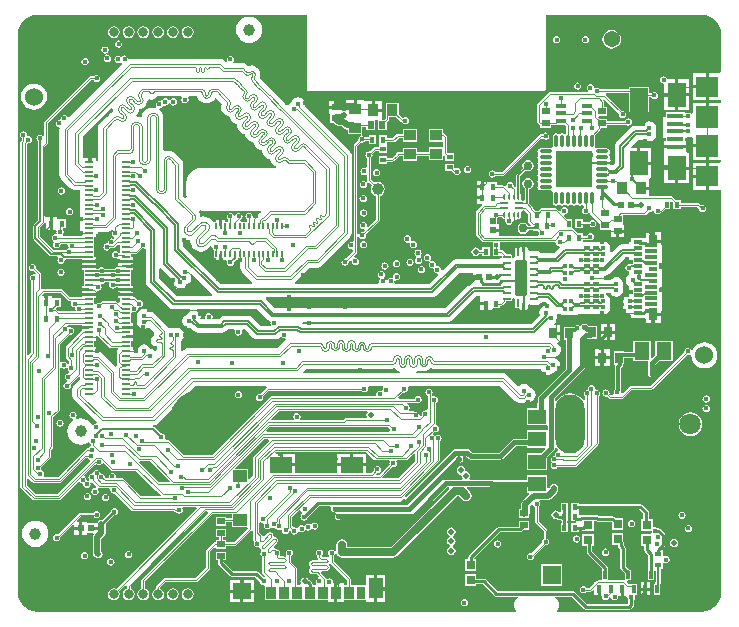
<source format=gbl>
G04*
G04 #@! TF.GenerationSoftware,Altium Limited,Altium Designer,20.0.13 (296)*
G04*
G04 Layer_Physical_Order=6*
G04 Layer_Color=16711680*
%FSLAX44Y44*%
%MOMM*%
G71*
G01*
G75*
%ADD13C,0.2000*%
%ADD14C,0.5000*%
%ADD15C,0.1020*%
%ADD16C,0.2032*%
%ADD25R,0.5500X0.4500*%
%ADD27R,0.6500X0.5500*%
%ADD28R,0.4500X0.5500*%
%ADD29R,0.9000X1.0000*%
%ADD30R,1.0000X0.9000*%
%ADD31R,0.6200X0.6200*%
%ADD32R,0.5500X0.6500*%
%ADD35R,0.6200X0.6200*%
%ADD41R,0.5200X0.5200*%
%ADD42R,1.5000X1.3000*%
%ADD43R,1.3000X1.5000*%
%ADD53R,0.5500X0.3000*%
%ADD54R,0.5500X0.4000*%
%ADD56R,0.7000X0.9000*%
%ADD57R,0.5200X0.5200*%
%ADD140C,0.1016*%
%ADD141C,0.1270*%
%ADD142C,1.0000*%
%ADD147C,0.3048*%
%ADD148C,0.2540*%
%ADD150C,0.3810*%
%ADD151C,0.5080*%
%ADD152C,0.1500*%
%ADD153C,0.7000*%
%ADD154C,0.1524*%
%ADD157C,1.6000*%
%ADD158R,1.6000X1.6000*%
%ADD159O,0.4064X0.4060*%
%ADD160C,4.7500*%
%ADD162O,1.9000X1.1000*%
%ADD163O,2.4000X1.1000*%
%ADD164R,1.3680X1.3680*%
%ADD165C,1.3680*%
%ADD166O,4.5000X2.5000*%
%ADD167O,2.5000X5.0000*%
%ADD168O,2.5000X4.5000*%
%ADD169C,1.8000*%
%ADD170R,0.8000X0.8000*%
%ADD171C,0.8000*%
%ADD172C,1.5240*%
%ADD173C,0.5000*%
%ADD174C,0.4064*%
%ADD175C,0.5080*%
%ADD177R,0.3000X0.7100*%
%ADD178R,1.5500X1.3500*%
%ADD179R,1.1700X1.8000*%
%ADD180R,1.9000X1.3500*%
%ADD181R,1.2000X1.0000*%
%ADD182R,0.8500X1.1000*%
%ADD183R,0.8750X1.1000*%
%ADD184R,0.7500X1.1000*%
G04:AMPARAMS|DCode=185|XSize=0.2mm|YSize=0.7mm|CornerRadius=0.05mm|HoleSize=0mm|Usage=FLASHONLY|Rotation=270.000|XOffset=0mm|YOffset=0mm|HoleType=Round|Shape=RoundedRectangle|*
%AMROUNDEDRECTD185*
21,1,0.2000,0.6000,0,0,270.0*
21,1,0.1000,0.7000,0,0,270.0*
1,1,0.1000,-0.3000,-0.0500*
1,1,0.1000,-0.3000,0.0500*
1,1,0.1000,0.3000,0.0500*
1,1,0.1000,0.3000,-0.0500*
%
%ADD185ROUNDEDRECTD185*%
G04:AMPARAMS|DCode=186|XSize=0.2mm|YSize=0.5mm|CornerRadius=0.05mm|HoleSize=0mm|Usage=FLASHONLY|Rotation=180.000|XOffset=0mm|YOffset=0mm|HoleType=Round|Shape=RoundedRectangle|*
%AMROUNDEDRECTD186*
21,1,0.2000,0.4000,0,0,180.0*
21,1,0.1000,0.5000,0,0,180.0*
1,1,0.1000,-0.0500,0.2000*
1,1,0.1000,0.0500,0.2000*
1,1,0.1000,0.0500,-0.2000*
1,1,0.1000,-0.0500,-0.2000*
%
%ADD186ROUNDEDRECTD186*%
G04:AMPARAMS|DCode=187|XSize=0.25mm|YSize=0.6mm|CornerRadius=0.025mm|HoleSize=0mm|Usage=FLASHONLY|Rotation=270.000|XOffset=0mm|YOffset=0mm|HoleType=Round|Shape=RoundedRectangle|*
%AMROUNDEDRECTD187*
21,1,0.2500,0.5500,0,0,270.0*
21,1,0.2000,0.6000,0,0,270.0*
1,1,0.0500,-0.2750,-0.1000*
1,1,0.0500,-0.2750,0.1000*
1,1,0.0500,0.2750,0.1000*
1,1,0.0500,0.2750,-0.1000*
%
%ADD187ROUNDEDRECTD187*%
G04:AMPARAMS|DCode=188|XSize=0.25mm|YSize=0.6mm|CornerRadius=0.025mm|HoleSize=0mm|Usage=FLASHONLY|Rotation=0.000|XOffset=0mm|YOffset=0mm|HoleType=Round|Shape=RoundedRectangle|*
%AMROUNDEDRECTD188*
21,1,0.2500,0.5500,0,0,0.0*
21,1,0.2000,0.6000,0,0,0.0*
1,1,0.0500,0.1000,-0.2750*
1,1,0.0500,-0.1000,-0.2750*
1,1,0.0500,-0.1000,0.2750*
1,1,0.0500,0.1000,0.2750*
%
%ADD188ROUNDEDRECTD188*%
G04:AMPARAMS|DCode=189|XSize=1mm|YSize=3mm|CornerRadius=0.05mm|HoleSize=0mm|Usage=FLASHONLY|Rotation=0.000|XOffset=0mm|YOffset=0mm|HoleType=Round|Shape=RoundedRectangle|*
%AMROUNDEDRECTD189*
21,1,1.0000,2.9000,0,0,0.0*
21,1,0.9000,3.0000,0,0,0.0*
1,1,0.1000,0.4500,-1.4500*
1,1,0.1000,-0.4500,-1.4500*
1,1,0.1000,-0.4500,1.4500*
1,1,0.1000,0.4500,1.4500*
%
%ADD189ROUNDEDRECTD189*%
%ADD190C,0.7500*%
%ADD191R,0.7000X0.3000*%
%ADD192R,0.7000X1.0000*%
%ADD193R,0.7000X0.1800*%
%ADD194R,0.3600X0.3200*%
%ADD195R,1.5000X2.0000*%
%ADD196R,1.9000X1.9000*%
%ADD197R,1.9000X1.8000*%
%ADD198R,1.3500X0.4000*%
%ADD199R,1.6000X2.1000*%
G04:AMPARAMS|DCode=200|XSize=0.4mm|YSize=0.9mm|CornerRadius=0.1mm|HoleSize=0mm|Usage=FLASHONLY|Rotation=90.000|XOffset=0mm|YOffset=0mm|HoleType=Round|Shape=RoundedRectangle|*
%AMROUNDEDRECTD200*
21,1,0.4000,0.7000,0,0,90.0*
21,1,0.2000,0.9000,0,0,90.0*
1,1,0.2000,0.3500,0.1000*
1,1,0.2000,0.3500,-0.1000*
1,1,0.2000,-0.3500,-0.1000*
1,1,0.2000,-0.3500,0.1000*
%
%ADD200ROUNDEDRECTD200*%
%ADD201O,0.3000X1.1500*%
%ADD202O,1.1500X0.3000*%
%ADD203R,3.1500X3.1500*%
%ADD204R,0.2200X0.5000*%
%ADD205C,0.1580*%
%ADD206C,0.2500*%
%ADD207C,5.3000*%
G36*
X246917Y507961D02*
X246918Y444500D01*
X247235Y443735D01*
X248000Y443418D01*
X448000D01*
X448765Y443735D01*
X449082Y444500D01*
X449082Y507961D01*
X580000Y507961D01*
X581769D01*
X585239Y507271D01*
X588508Y505917D01*
X591449Y503951D01*
X593951Y501449D01*
X595917Y498508D01*
X597271Y495239D01*
X597961Y491769D01*
X597961Y490000D01*
X597961Y490000D01*
X597961Y490000D01*
Y459739D01*
X596691Y458540D01*
X587020D01*
Y447000D01*
Y435460D01*
X596691D01*
X597790Y435460D01*
X597961Y434261D01*
Y434239D01*
X596691Y433040D01*
X587020D01*
Y421000D01*
X584480D01*
Y433040D01*
X573710D01*
Y424191D01*
X572440Y423806D01*
X572186Y424186D01*
X571183Y424856D01*
X570000Y425092D01*
X568817Y424856D01*
X568020Y424324D01*
X567245Y424557D01*
X566750Y424880D01*
Y425000D01*
X551250D01*
Y421310D01*
X548440D01*
Y409690D01*
Y403190D01*
X551250D01*
Y400540D01*
X549710D01*
Y397270D01*
X559000D01*
X568290D01*
Y400540D01*
X566750D01*
Y403190D01*
X569560D01*
Y403400D01*
X570000Y403761D01*
X572279Y404215D01*
X572590Y404422D01*
X573710Y403824D01*
Y398270D01*
X585750D01*
Y397000D01*
X587020D01*
Y384960D01*
X596691D01*
X597790Y384960D01*
X597961Y383761D01*
Y383739D01*
X596691Y382540D01*
X587020D01*
Y371000D01*
Y359460D01*
X596691D01*
X597790Y359460D01*
X597961Y358261D01*
X597961Y20000D01*
Y18231D01*
X597271Y14761D01*
X595917Y11492D01*
X593951Y8551D01*
X591449Y6049D01*
X588508Y4083D01*
X585239Y2729D01*
X581769Y2039D01*
X459065D01*
X458634Y3309D01*
X458836Y3464D01*
X459878Y4822D01*
X460533Y6403D01*
X460756Y8100D01*
X460533Y9797D01*
X459878Y11378D01*
X458836Y12736D01*
X457478Y13778D01*
X457145Y13915D01*
X457398Y15186D01*
X471541D01*
X481863Y4863D01*
X482614Y4362D01*
X483500Y4186D01*
X520012D01*
X520898Y4362D01*
X521649Y4863D01*
X523137Y6351D01*
X523638Y7102D01*
X523815Y7988D01*
Y12506D01*
X524356Y13317D01*
X524591Y14500D01*
X524397Y15480D01*
X524728Y16170D01*
X525171Y16750D01*
X526500D01*
Y25850D01*
X523308D01*
X523008Y25974D01*
X518817D01*
X518486Y26305D01*
X518040Y27390D01*
D01*
X517921Y27680D01*
X518771Y28950D01*
X521500D01*
Y38050D01*
X519773D01*
X519457Y38367D01*
X518706Y38868D01*
X518647Y38880D01*
X516814Y40713D01*
Y56500D01*
X516638Y57386D01*
X516137Y58137D01*
X515045Y59229D01*
Y61094D01*
X515000Y61318D01*
Y68824D01*
X505000D01*
Y58824D01*
X510415D01*
Y58270D01*
X510592Y57384D01*
X511093Y56633D01*
X512186Y55541D01*
Y39754D01*
X512362Y38869D01*
X512863Y38118D01*
X515888Y35093D01*
X516500Y34684D01*
Y29878D01*
X515230Y29030D01*
X514983Y29132D01*
X502000D01*
Y38050D01*
X501814D01*
Y39500D01*
X501638Y40386D01*
X501137Y41137D01*
X488508Y53765D01*
Y58324D01*
X490000D01*
Y68324D01*
X480000D01*
Y58324D01*
X483879D01*
Y52806D01*
X484055Y51920D01*
X484557Y51170D01*
X496581Y39146D01*
X497000Y38050D01*
X497000Y38050D01*
X497000D01*
X497000Y38050D01*
Y29132D01*
X493517D01*
X492363Y28654D01*
X491099Y27390D01*
X490460D01*
Y26751D01*
X486341Y22632D01*
X483626D01*
X483228Y23228D01*
X482225Y23898D01*
X481042Y24133D01*
X479859Y23898D01*
X478856Y23228D01*
X478186Y22225D01*
X477951Y21042D01*
X478186Y19859D01*
X478856Y18856D01*
X479859Y18186D01*
X481042Y17951D01*
X482225Y18186D01*
X483228Y18856D01*
X483570Y19368D01*
X487017D01*
X488172Y19846D01*
X489287Y20961D01*
X490460Y20475D01*
Y15210D01*
X493230D01*
Y21300D01*
X495770D01*
Y15210D01*
X496965D01*
X497143Y14317D01*
X497813Y13314D01*
X498816Y12644D01*
X499999Y12409D01*
X501182Y12644D01*
X502185Y13314D01*
X502855Y14317D01*
X502878Y14432D01*
X503215Y14629D01*
X504637Y13990D01*
X504648Y13935D01*
X505318Y12932D01*
X506321Y12262D01*
X507504Y12026D01*
X508687Y12262D01*
X509690Y12932D01*
X510360Y13935D01*
X510596Y15117D01*
X510672Y15210D01*
X512730D01*
Y21300D01*
X515270D01*
Y15210D01*
X517255D01*
X518303Y14565D01*
X518483Y14124D01*
X518644Y13317D01*
X519185Y12506D01*
Y8947D01*
X519053Y8814D01*
X484459D01*
X474137Y19137D01*
X473386Y19638D01*
X472500Y19814D01*
X408459D01*
X398637Y29637D01*
X397886Y30138D01*
X397000Y30315D01*
X390500D01*
Y34250D01*
X380500D01*
Y24250D01*
X390500D01*
Y25686D01*
X396041D01*
X405863Y15863D01*
X406614Y15362D01*
X407500Y15186D01*
X425602D01*
X425855Y13915D01*
X425522Y13778D01*
X424164Y12736D01*
X423122Y11378D01*
X422467Y9797D01*
X422244Y8100D01*
X422467Y6403D01*
X423122Y4822D01*
X424164Y3464D01*
X424366Y3309D01*
X423935Y2039D01*
X18231D01*
X14761Y2729D01*
X11492Y4083D01*
X8551Y6049D01*
X6049Y8551D01*
X4083Y11492D01*
X2729Y14761D01*
X2039Y18231D01*
X2039Y20000D01*
X2039Y490000D01*
Y491769D01*
X2729Y495239D01*
X4083Y498508D01*
X6049Y501449D01*
X8551Y503951D01*
X11492Y505917D01*
X14761Y507271D01*
X18231Y507961D01*
X20000Y507961D01*
X246917Y507961D01*
D02*
G37*
%LPC*%
G36*
X146000Y498098D02*
X144049Y497710D01*
X142395Y496605D01*
X141290Y494951D01*
X140902Y493000D01*
X141290Y491049D01*
X142395Y489395D01*
X144049Y488290D01*
X146000Y487902D01*
X147951Y488290D01*
X149605Y489395D01*
X150710Y491049D01*
X151098Y493000D01*
X150710Y494951D01*
X149605Y496605D01*
X147951Y497710D01*
X146000Y498098D01*
D02*
G37*
G36*
X133500D02*
X131549Y497710D01*
X129895Y496605D01*
X128790Y494951D01*
X128402Y493000D01*
X128790Y491049D01*
X129895Y489395D01*
X131549Y488290D01*
X133500Y487902D01*
X135451Y488290D01*
X137105Y489395D01*
X138210Y491049D01*
X138598Y493000D01*
X138210Y494951D01*
X137105Y496605D01*
X135451Y497710D01*
X133500Y498098D01*
D02*
G37*
G36*
X121000D02*
X119049Y497710D01*
X117395Y496605D01*
X116290Y494951D01*
X115902Y493000D01*
X116290Y491049D01*
X117395Y489395D01*
X119049Y488290D01*
X121000Y487902D01*
X122951Y488290D01*
X124605Y489395D01*
X125710Y491049D01*
X126098Y493000D01*
X125710Y494951D01*
X124605Y496605D01*
X122951Y497710D01*
X121000Y498098D01*
D02*
G37*
G36*
X108500D02*
X106549Y497710D01*
X104895Y496605D01*
X103790Y494951D01*
X103402Y493000D01*
X103790Y491049D01*
X104895Y489395D01*
X106549Y488290D01*
X108500Y487902D01*
X110451Y488290D01*
X112105Y489395D01*
X113210Y491049D01*
X113598Y493000D01*
X113210Y494951D01*
X112105Y496605D01*
X110451Y497710D01*
X108500Y498098D01*
D02*
G37*
G36*
X96000D02*
X94049Y497710D01*
X92395Y496605D01*
X91290Y494951D01*
X90902Y493000D01*
X91290Y491049D01*
X92395Y489395D01*
X94049Y488290D01*
X96000Y487902D01*
X97951Y488290D01*
X99605Y489395D01*
X100710Y491049D01*
X101098Y493000D01*
X100710Y494951D01*
X99605Y496605D01*
X97951Y497710D01*
X96000Y498098D01*
D02*
G37*
G36*
X83500D02*
X81549Y497710D01*
X79895Y496605D01*
X78790Y494951D01*
X78402Y493000D01*
X78790Y491049D01*
X79895Y489395D01*
X81549Y488290D01*
X83500Y487902D01*
X85451Y488290D01*
X87105Y489395D01*
X88210Y491049D01*
X88598Y493000D01*
X88210Y494951D01*
X87105Y496605D01*
X85451Y497710D01*
X83500Y498098D01*
D02*
G37*
G36*
X198000Y506221D02*
X195096Y505839D01*
X192390Y504718D01*
X190066Y502934D01*
X188282Y500611D01*
X187161Y497904D01*
X186779Y495000D01*
X187161Y492096D01*
X188282Y489389D01*
X190066Y487066D01*
X192390Y485282D01*
X195096Y484161D01*
X198000Y483779D01*
X200904Y484161D01*
X203610Y485282D01*
X205934Y487066D01*
X207718Y489389D01*
X208839Y492096D01*
X209221Y495000D01*
X208839Y497904D01*
X207718Y500611D01*
X205934Y502934D01*
X203610Y504718D01*
X200904Y505839D01*
X198000Y506221D01*
D02*
G37*
G36*
X482600Y489811D02*
X481417Y489576D01*
X480414Y488906D01*
X479744Y487903D01*
X479509Y486720D01*
X479744Y485537D01*
X480414Y484534D01*
X481417Y483864D01*
X482600Y483629D01*
X483783Y483864D01*
X484786Y484534D01*
X485456Y485537D01*
X485691Y486720D01*
X485456Y487903D01*
X484786Y488906D01*
X483783Y489576D01*
X482600Y489811D01*
D02*
G37*
G36*
X458470D02*
X457287Y489576D01*
X456284Y488906D01*
X455614Y487903D01*
X455379Y486720D01*
X455614Y485537D01*
X456284Y484534D01*
X457287Y483864D01*
X458470Y483629D01*
X459653Y483864D01*
X460656Y484534D01*
X461326Y485537D01*
X461561Y486720D01*
X461326Y487903D01*
X460656Y488906D01*
X459653Y489576D01*
X458470Y489811D01*
D02*
G37*
G36*
X87675Y486012D02*
X86492Y485777D01*
X85489Y485107D01*
X84819Y484104D01*
X84584Y482921D01*
X84819Y481738D01*
X85489Y480735D01*
X86492Y480065D01*
X87675Y479829D01*
X88858Y480065D01*
X89861Y480735D01*
X90531Y481738D01*
X90766Y482921D01*
X90531Y484104D01*
X89861Y485107D01*
X88858Y485777D01*
X87675Y486012D01*
D02*
G37*
G36*
X505000Y494908D02*
X502953Y494638D01*
X501046Y493848D01*
X499408Y492592D01*
X498152Y490954D01*
X497362Y489047D01*
X497092Y487000D01*
X497362Y484953D01*
X498152Y483046D01*
X499408Y481409D01*
X501046Y480152D01*
X502953Y479362D01*
X505000Y479092D01*
X507047Y479362D01*
X508954Y480152D01*
X510592Y481409D01*
X511848Y483046D01*
X512638Y484953D01*
X512908Y487000D01*
X512638Y489047D01*
X511848Y490954D01*
X510592Y492592D01*
X508954Y493848D01*
X507047Y494638D01*
X505000Y494908D01*
D02*
G37*
G36*
X92710Y473301D02*
X91527Y473066D01*
X90558Y472419D01*
X90515Y472395D01*
X89186Y472186D01*
X88183Y472856D01*
X87000Y473092D01*
X85817Y472856D01*
X84814Y472186D01*
X84144Y471183D01*
X83909Y470000D01*
X84144Y468817D01*
X84814Y467814D01*
X85817Y467144D01*
X87000Y466909D01*
X88183Y467144D01*
X89152Y467791D01*
X89195Y467816D01*
X89615Y467882D01*
X90437Y467278D01*
X90569Y465789D01*
X70769Y445989D01*
X70589Y445869D01*
X45702Y420981D01*
X44479Y421224D01*
X44281Y421357D01*
X43684Y422251D01*
X42681Y422922D01*
X41498Y423157D01*
X40315Y422922D01*
X39312Y422251D01*
X38642Y421249D01*
X38406Y420065D01*
X38420Y419995D01*
X37340Y418915D01*
X37294Y418924D01*
X36111Y418689D01*
X35108Y418019D01*
X34438Y417016D01*
X34203Y415833D01*
X34438Y414650D01*
X35108Y413647D01*
X36111Y412976D01*
X36635Y412872D01*
X37303Y412700D01*
X37559Y411499D01*
X37438Y410894D01*
Y371685D01*
X37774Y370001D01*
X38728Y368572D01*
X46493Y360808D01*
X47921Y359853D01*
X49606Y359518D01*
X55290D01*
Y346290D01*
Y334290D01*
Y322290D01*
X56560D01*
Y320629D01*
X40699D01*
X40342Y321455D01*
X40243Y321899D01*
X40856Y322817D01*
X41091Y324000D01*
X40856Y325183D01*
X40324Y325980D01*
X40556Y326754D01*
X40879Y327250D01*
X42750D01*
Y334750D01*
X36560D01*
X36250Y334750D01*
X35290Y335498D01*
Y336290D01*
X31770D01*
Y331000D01*
Y325710D01*
X34052D01*
X34102Y325686D01*
X34996Y324440D01*
X34909Y324000D01*
X35074Y323166D01*
X34451Y322305D01*
X34122Y322061D01*
X34000Y322085D01*
X32817Y321850D01*
X31814Y321180D01*
X31144Y320177D01*
X30909Y318994D01*
X31144Y317811D01*
X31814Y316808D01*
X32393Y316421D01*
X32711Y315471D01*
X32617Y314883D01*
X32141Y314170D01*
X31906Y312987D01*
X32141Y311804D01*
X32811Y310801D01*
X33814Y310131D01*
X34997Y309895D01*
X36180Y310131D01*
X37183Y310801D01*
X37853Y311804D01*
X38088Y312987D01*
X39190Y313908D01*
X44217D01*
X45035Y312638D01*
X44909Y312000D01*
X45144Y310817D01*
X44413Y309625D01*
X43756Y309186D01*
X43386Y308633D01*
X32676D01*
X21092Y320216D01*
Y327753D01*
X24297Y330958D01*
X24440Y331303D01*
X25710Y331050D01*
Y325710D01*
X29230D01*
Y331000D01*
Y336290D01*
X26045D01*
X25710Y336290D01*
X24775Y337099D01*
Y395641D01*
X27488Y398354D01*
X27966Y399508D01*
Y416158D01*
X64176Y452368D01*
X66444D01*
X66814Y451814D01*
X67817Y451144D01*
X69000Y450909D01*
X70183Y451144D01*
X71186Y451814D01*
X71856Y452817D01*
X72091Y454000D01*
X71856Y455183D01*
X71186Y456186D01*
X70183Y456856D01*
X69000Y457091D01*
X67817Y456856D01*
X66814Y456186D01*
X66444Y455632D01*
X63500D01*
X62346Y455154D01*
X25180Y417988D01*
X24702Y416834D01*
Y405204D01*
X23432Y404818D01*
X23186Y405186D01*
X22183Y405856D01*
X21000Y406091D01*
X19817Y405856D01*
X18814Y405186D01*
X18144Y404183D01*
X17909Y403000D01*
X18144Y401817D01*
X18814Y400814D01*
X19333Y400467D01*
Y333690D01*
X15868Y330225D01*
X15506Y329684D01*
X15379Y329046D01*
Y318454D01*
X15506Y317816D01*
X15868Y317275D01*
X29525Y303618D01*
X30066Y303256D01*
X30704Y303129D01*
X35748D01*
X35897Y302949D01*
X36311Y301859D01*
X35859Y301183D01*
X35624Y300000D01*
X35859Y298817D01*
X36529Y297814D01*
X37532Y297144D01*
X38715Y296909D01*
X39898Y297144D01*
X40901Y297814D01*
X41571Y298817D01*
X41806Y300000D01*
X41794Y300063D01*
X42836Y301333D01*
X56560D01*
Y300270D01*
X62600D01*
X68640D01*
Y302440D01*
X67100D01*
Y304900D01*
X67100D01*
Y305100D01*
X67100D01*
Y308900D01*
X67100D01*
Y309100D01*
X67100D01*
Y312900D01*
X67100D01*
Y313100D01*
X67100D01*
Y316900D01*
X67100D01*
Y317100D01*
X67100D01*
Y319560D01*
X68640D01*
Y322290D01*
X69910D01*
Y323518D01*
X76974D01*
X78659Y323853D01*
X80087Y324808D01*
X81848Y326569D01*
X83014Y326093D01*
X83061Y325028D01*
X82723Y324802D01*
X82053Y323799D01*
X81818Y322616D01*
X82053Y321433D01*
X82723Y320430D01*
X83183Y320122D01*
X83354Y318854D01*
X82763Y318304D01*
X82490Y318109D01*
X81359Y318334D01*
X80176Y318098D01*
X79173Y317428D01*
X78503Y316425D01*
X78285Y315328D01*
X78225Y315168D01*
X77639Y314161D01*
X77300Y314094D01*
X76456Y313926D01*
X75453Y313256D01*
X74783Y312253D01*
X74547Y311070D01*
X74783Y309887D01*
X75453Y308884D01*
X76456Y308214D01*
X77639Y307978D01*
X78822Y308214D01*
X79825Y308884D01*
X80495Y309887D01*
X80531Y310070D01*
X82825D01*
X83980Y310548D01*
X86799Y313368D01*
X87824D01*
X88900Y312900D01*
Y309100D01*
X88900D01*
Y308900D01*
X88900D01*
Y306155D01*
X87591D01*
X87221Y306709D01*
X86218Y307379D01*
X85035Y307614D01*
X83852Y307379D01*
X82849Y306709D01*
X82179Y305706D01*
X81943Y304523D01*
X82179Y303340D01*
X82849Y302337D01*
X83852Y301667D01*
X85035Y301431D01*
X86090Y301641D01*
X86323Y301596D01*
X87360Y300903D01*
Y300270D01*
X93400D01*
X99440D01*
Y302440D01*
X97900D01*
Y304900D01*
X98976Y305368D01*
X101969D01*
X103123Y305846D01*
X107401Y310124D01*
X108484Y309909D01*
X109446Y310100D01*
X110275Y309664D01*
X110716Y309317D01*
Y281611D01*
X111061Y279876D01*
X112043Y278406D01*
X130769Y259680D01*
X130769Y259680D01*
X132240Y258697D01*
X133974Y258352D01*
X133974Y258353D01*
X147706D01*
X148091Y257083D01*
X146788Y256212D01*
X145497Y254279D01*
X145438Y253981D01*
X145140Y253922D01*
X143207Y252631D01*
X141916Y250699D01*
X141463Y248419D01*
X141916Y246140D01*
X143207Y244207D01*
X145140Y242916D01*
X147419Y242463D01*
X148680Y242714D01*
X151432Y239961D01*
X152902Y238979D01*
X154637Y238634D01*
X175311D01*
X177045Y238979D01*
X178516Y239961D01*
X179986Y241432D01*
X185368D01*
X186038Y240460D01*
X186115Y240162D01*
X185909Y239123D01*
X186144Y237940D01*
X186814Y236937D01*
X187817Y236267D01*
X189000Y236032D01*
X190183Y236267D01*
X191186Y236937D01*
X191856Y237940D01*
X192092Y239123D01*
X191885Y240162D01*
X191962Y240460D01*
X192632Y241432D01*
X194385D01*
X198340Y237476D01*
X201647Y234170D01*
X201647Y234170D01*
X203117Y233187D01*
X204851Y232842D01*
X220352D01*
X222086Y233187D01*
X223556Y234170D01*
X224460Y235073D01*
X225724Y234949D01*
X225814Y234814D01*
X226817Y234144D01*
X228000Y233909D01*
X228779Y234063D01*
X229274Y232867D01*
X229192Y232812D01*
X221703Y225323D01*
X145680D01*
X143995Y224988D01*
X142567Y224033D01*
X141187Y222654D01*
X140014Y223140D01*
Y231945D01*
X141276Y232788D01*
X142567Y234720D01*
X143020Y237000D01*
X142567Y239279D01*
X141276Y241212D01*
X139344Y242503D01*
X137064Y242956D01*
X134785Y242503D01*
X134532Y242334D01*
X134279Y242503D01*
X132000Y242956D01*
X129783Y242515D01*
X129288Y243257D01*
X117820Y254725D01*
X116392Y255679D01*
X114707Y256014D01*
X114055D01*
X113212Y257276D01*
X111279Y258567D01*
X109000Y259020D01*
X106721Y258567D01*
X104788Y257276D01*
X103497Y255343D01*
X103044Y253064D01*
X103497Y250784D01*
X103666Y250532D01*
X103497Y250280D01*
X103044Y248000D01*
X103497Y245721D01*
X104788Y243788D01*
X106721Y242497D01*
X109000Y242044D01*
X111279Y242497D01*
X113212Y243788D01*
X113247Y243792D01*
X117933Y239106D01*
X117598Y238605D01*
X117183Y236519D01*
X116582Y235803D01*
X116581Y235802D01*
X116422Y235564D01*
X115399Y234033D01*
X115181Y232935D01*
X115176Y232909D01*
X115176Y232908D01*
X114984Y231947D01*
Y231718D01*
D01*
X115176Y230757D01*
X115176Y230756D01*
X115183Y230721D01*
X115399Y229632D01*
X116581Y227864D01*
X118350Y226682D01*
X119613Y226430D01*
Y223470D01*
X118343Y223084D01*
X118278Y223181D01*
X116346Y224473D01*
X114699Y224800D01*
X114671Y224941D01*
X113380Y226873D01*
X111447Y228164D01*
X109168Y228618D01*
X106888Y228164D01*
X104956Y226873D01*
X103665Y224941D01*
X103211Y222661D01*
X103064Y222482D01*
X100710D01*
Y223710D01*
X99440D01*
Y226440D01*
X97900D01*
Y228900D01*
X97900D01*
Y229100D01*
X97900D01*
Y231560D01*
X99440D01*
Y233730D01*
X93400D01*
Y236270D01*
X99440D01*
Y238440D01*
X99440D01*
Y239560D01*
X99440D01*
Y241730D01*
X93400D01*
Y244270D01*
X99440D01*
Y246440D01*
X97900D01*
Y248900D01*
X97900D01*
Y249100D01*
X97900D01*
Y252900D01*
X97900D01*
Y253100D01*
X97900D01*
Y255464D01*
X99170Y256142D01*
X99317Y256044D01*
X100500Y255809D01*
X101683Y256044D01*
X102686Y256714D01*
X103356Y257717D01*
X103592Y258900D01*
X104673Y259974D01*
X105000Y259909D01*
X106183Y260144D01*
X107186Y260814D01*
X107856Y261817D01*
X108091Y263000D01*
X107856Y264183D01*
X107186Y265186D01*
X106183Y265856D01*
X105000Y266091D01*
X104347Y265961D01*
X102154Y268154D01*
X101000Y268632D01*
X99440D01*
Y269730D01*
X93400D01*
X87360D01*
Y267560D01*
X88900D01*
Y265100D01*
X88900D01*
Y264900D01*
X88654Y264410D01*
X87213Y264095D01*
X86614Y264694D01*
X85460Y265172D01*
X73540D01*
X72386Y264694D01*
X71653Y263962D01*
X71000Y264091D01*
X69817Y263856D01*
X68814Y263186D01*
X68370Y262521D01*
X67100Y262907D01*
Y264900D01*
X67100D01*
Y265100D01*
X67100D01*
Y267560D01*
X68640D01*
Y269730D01*
X62600D01*
X56560D01*
Y268632D01*
X46530D01*
X40008Y275154D01*
X38854Y275632D01*
X23500D01*
X22762Y275327D01*
X22308Y275524D01*
X21692Y275993D01*
X21597Y276114D01*
Y288535D01*
X21119Y289690D01*
X17462Y293347D01*
X17591Y294000D01*
X17356Y295183D01*
X16686Y296186D01*
X15683Y296856D01*
X14500Y297091D01*
X13317Y296856D01*
X12314Y296186D01*
X11644Y295183D01*
X11409Y294000D01*
X11644Y292817D01*
X12314Y291814D01*
X13317Y291144D01*
X14500Y290909D01*
X15153Y291038D01*
X17444Y288748D01*
X16634Y287762D01*
X16607Y287780D01*
X15424Y288015D01*
X14241Y287780D01*
X13238Y287110D01*
X12568Y286107D01*
X12332Y284924D01*
X12568Y283741D01*
X13238Y282738D01*
X13792Y282368D01*
Y222100D01*
X11149Y219458D01*
X9976Y219944D01*
Y397875D01*
X11000Y398909D01*
X12183Y399144D01*
X13186Y399814D01*
X13856Y400817D01*
X14091Y402000D01*
X13856Y403183D01*
X13186Y404186D01*
X12183Y404856D01*
X11198Y405052D01*
X10727Y405349D01*
X10089Y405987D01*
X10091Y406000D01*
X9856Y407183D01*
X9186Y408186D01*
X8183Y408856D01*
X7000Y409091D01*
X5817Y408856D01*
X4814Y408186D01*
X4144Y407183D01*
X3909Y406000D01*
X4144Y404817D01*
X4814Y403814D01*
X5368Y403444D01*
Y401527D01*
X4846Y401005D01*
X4368Y399851D01*
Y108093D01*
X4846Y106938D01*
X14454Y97330D01*
X15609Y96852D01*
X36835D01*
X37989Y97330D01*
X53155Y112495D01*
X54632Y112176D01*
X54993Y111635D01*
X55996Y110965D01*
X57179Y110730D01*
X57825Y109564D01*
X57932Y109024D01*
X58602Y108021D01*
X59605Y107351D01*
X60788Y107116D01*
X61971Y107351D01*
X62974Y108021D01*
X63644Y109024D01*
X63879Y110207D01*
X63694Y111140D01*
X64021Y112014D01*
X64121Y112178D01*
X64467Y112445D01*
X64861Y112331D01*
X68715Y108477D01*
X68683Y108151D01*
X68677Y108127D01*
X67500Y107091D01*
X66317Y106856D01*
X65314Y106186D01*
X64644Y105183D01*
X64408Y104000D01*
X64644Y102817D01*
X65314Y101814D01*
X66317Y101144D01*
X67500Y100908D01*
X68683Y101144D01*
X69686Y101814D01*
X70356Y102817D01*
X70591Y104000D01*
X70356Y105183D01*
X69686Y106186D01*
X69566Y106266D01*
X69537Y106285D01*
X69513Y106324D01*
X70106Y107433D01*
X70365Y107325D01*
X70668Y107200D01*
X79806D01*
X80624Y105930D01*
X80497Y105292D01*
X80733Y104109D01*
X81403Y103106D01*
X82406Y102436D01*
X83589Y102201D01*
X84338Y102350D01*
X98842Y87846D01*
X99996Y87368D01*
X133824D01*
X133846Y87346D01*
X135000Y86868D01*
X136444D01*
X136814Y86314D01*
X137817Y85644D01*
X139000Y85409D01*
X140183Y85644D01*
X141186Y86314D01*
X141856Y87317D01*
X142091Y88500D01*
X141856Y89683D01*
X141643Y90002D01*
X142322Y91272D01*
X153251D01*
X153737Y90098D01*
X85366Y21727D01*
X83500Y22098D01*
X81549Y21710D01*
X79895Y20605D01*
X78790Y18951D01*
X78402Y17000D01*
X78790Y15049D01*
X79895Y13395D01*
X81549Y12290D01*
X83500Y11902D01*
X85451Y12290D01*
X87105Y13395D01*
X88210Y15049D01*
X88598Y17000D01*
X88210Y18951D01*
X87808Y19553D01*
X93194Y24939D01*
X93876Y24684D01*
X94368Y24316D01*
Y21774D01*
X94049Y21710D01*
X92395Y20605D01*
X91290Y18951D01*
X90902Y17000D01*
X91290Y15049D01*
X92395Y13395D01*
X94049Y12290D01*
X96000Y11902D01*
X97951Y12290D01*
X99605Y13395D01*
X100710Y15049D01*
X101098Y17000D01*
X100710Y18951D01*
X99605Y20605D01*
X97951Y21710D01*
X97632Y21774D01*
Y23824D01*
X161048Y87240D01*
X162772D01*
X163258Y86066D01*
X107370Y30178D01*
X106892Y29024D01*
Y21778D01*
X106549Y21710D01*
X104895Y20605D01*
X103790Y18951D01*
X103402Y17000D01*
X103790Y15049D01*
X104895Y13395D01*
X106549Y12290D01*
X108500Y11902D01*
X110451Y12290D01*
X112105Y13395D01*
X113210Y15049D01*
X113598Y17000D01*
X113210Y18951D01*
X112105Y20605D01*
X110451Y21710D01*
X110156Y21769D01*
Y28348D01*
X167032Y85224D01*
X183150D01*
Y81634D01*
X178250D01*
Y82750D01*
X169750D01*
Y75250D01*
X178250D01*
Y78366D01*
X183150D01*
Y74000D01*
X196396D01*
X196922Y72730D01*
X185324Y61132D01*
X178250D01*
Y63250D01*
X175632D01*
Y65250D01*
X178250D01*
Y72750D01*
X169750D01*
Y65250D01*
X172368D01*
Y63250D01*
X169750D01*
Y61132D01*
X169000D01*
X167846Y60654D01*
X162346Y55154D01*
X161868Y54000D01*
Y40176D01*
X152324Y30632D01*
X126500D01*
X125346Y30154D01*
X119846Y24654D01*
X119368Y23500D01*
Y21774D01*
X119049Y21710D01*
X117395Y20605D01*
X116290Y18951D01*
X115902Y17000D01*
X116290Y15049D01*
X117395Y13395D01*
X119049Y12290D01*
X121000Y11902D01*
X122951Y12290D01*
X124605Y13395D01*
X125710Y15049D01*
X126098Y17000D01*
X125710Y18951D01*
X124605Y20605D01*
X122973Y21695D01*
X122921Y21992D01*
X122814Y23006D01*
X127176Y27368D01*
X153000D01*
X154154Y27846D01*
X164654Y38346D01*
X165132Y39500D01*
Y53324D01*
X168480Y56672D01*
X169750Y56146D01*
Y55750D01*
X178250D01*
Y57868D01*
X186000D01*
X187154Y58346D01*
X200066Y71257D01*
X200482Y71216D01*
X201336Y70880D01*
Y62857D01*
X201814Y61703D01*
X202204Y61313D01*
X202144Y61223D01*
X201909Y60040D01*
X202144Y58857D01*
X202814Y57854D01*
X203817Y57184D01*
X205000Y56949D01*
X205847Y57117D01*
X205867Y57117D01*
X206909Y56578D01*
X207199Y56336D01*
X207276Y55951D01*
X207918Y54990D01*
X207974Y54953D01*
X208468Y53755D01*
X207797Y52752D01*
X207562Y51569D01*
X207797Y50386D01*
X208468Y49383D01*
X208868Y49116D01*
Y36000D01*
X209346Y34846D01*
X211714Y32478D01*
X211682Y32151D01*
X211354Y31771D01*
X210337Y31436D01*
X205835Y35939D01*
X205084Y36440D01*
X204198Y36616D01*
X184157D01*
X176315Y44459D01*
Y45750D01*
X178250D01*
Y53250D01*
X169750D01*
Y45750D01*
X171686D01*
Y43500D01*
X171862Y42614D01*
X172363Y41863D01*
X181561Y32665D01*
X182312Y32164D01*
X183198Y31988D01*
X203239D01*
X207454Y27773D01*
X207644Y26817D01*
X208314Y25814D01*
X209317Y25144D01*
X209985Y25011D01*
X210500Y24909D01*
X211250Y23763D01*
Y12000D01*
X220855D01*
X221750Y12000D01*
Y12000D01*
X222125D01*
Y12000D01*
X232875D01*
Y12000D01*
X233250D01*
Y12000D01*
X243750D01*
Y12000D01*
X244250D01*
Y12000D01*
X253980D01*
X254750Y12000D01*
X256020Y12000D01*
X264710D01*
Y10460D01*
X270230D01*
Y18500D01*
Y26540D01*
X269879D01*
X269091Y27500D01*
X268855Y28683D01*
X268185Y29686D01*
X267183Y30356D01*
X266000Y30591D01*
X264816Y30356D01*
X264377Y30062D01*
X264193Y30053D01*
X262957Y30473D01*
X262924Y30503D01*
X262654Y31154D01*
X259014Y34795D01*
X259003Y34821D01*
X258839Y35642D01*
X258736Y35797D01*
X259415Y37067D01*
X263463D01*
X263776Y37197D01*
X264597Y37360D01*
X265557Y38002D01*
X266199Y38963D01*
X266425Y40096D01*
X266199Y41230D01*
X265557Y42191D01*
Y42297D01*
X265928Y42604D01*
X266954Y43238D01*
X280868Y29324D01*
Y25000D01*
X278290D01*
Y26540D01*
X272770D01*
Y18500D01*
Y10460D01*
X278290D01*
Y12000D01*
X286980D01*
X287750Y12000D01*
X289020Y12000D01*
X296710D01*
Y10460D01*
X303830D01*
Y22000D01*
Y33540D01*
X296710D01*
Y25000D01*
X289020D01*
X288250Y25000D01*
X286980Y25000D01*
X284132D01*
Y30000D01*
X283654Y31154D01*
X269740Y45068D01*
Y49516D01*
X270186Y49814D01*
X270856Y50817D01*
X270904Y51057D01*
X272199D01*
X272261Y50744D01*
X273256Y49256D01*
X274744Y48261D01*
X276500Y47912D01*
X320000D01*
X321756Y48261D01*
X323244Y49256D01*
X374001Y100012D01*
X375999D01*
X378756Y97256D01*
X380244Y96261D01*
X382000Y95912D01*
X383756Y96261D01*
X385244Y97256D01*
X386239Y98744D01*
X386588Y100500D01*
X386239Y102256D01*
X385244Y103744D01*
X382215Y106774D01*
X382741Y108044D01*
X401626D01*
X402045Y107764D01*
X403179Y107538D01*
X433500D01*
Y103000D01*
X434794D01*
X435280Y101827D01*
X429530Y96077D01*
X428756Y94919D01*
X428485Y93553D01*
Y89250D01*
X426750D01*
Y81750D01*
X430655D01*
X431000Y81681D01*
X431345Y81750D01*
X435250D01*
Y84788D01*
X435350Y84938D01*
X435622Y86303D01*
Y92075D01*
X437184Y93637D01*
X437469Y93605D01*
X438480Y93137D01*
X438643Y92317D01*
X439313Y91314D01*
X439867Y90944D01*
Y78509D01*
X440345Y77355D01*
X447368Y70332D01*
Y64056D01*
X446814Y63686D01*
X446144Y62683D01*
X445909Y61500D01*
X446039Y60847D01*
X436905Y51713D01*
X436000Y51893D01*
X434817Y51658D01*
X433814Y50988D01*
X433144Y49985D01*
X432909Y48802D01*
X433144Y47619D01*
X433814Y46616D01*
X434817Y45946D01*
X436000Y45711D01*
X437183Y45946D01*
X438186Y46616D01*
X438856Y47619D01*
X439091Y48802D01*
X439012Y49203D01*
X448347Y58538D01*
X449000Y58409D01*
X450183Y58644D01*
X451186Y59314D01*
X451856Y60317D01*
X452091Y61500D01*
X451856Y62683D01*
X451186Y63686D01*
X450632Y64056D01*
Y71008D01*
X450154Y72162D01*
X443131Y79185D01*
Y90944D01*
X443685Y91314D01*
X444355Y92317D01*
X444590Y93500D01*
X444355Y94683D01*
X443701Y95661D01*
X443730Y95819D01*
X444107Y96931D01*
X450950D01*
X452315Y97203D01*
X453473Y97977D01*
X458546Y103050D01*
X459320Y104208D01*
X459592Y105573D01*
Y106795D01*
X459632Y107000D01*
X459358Y108381D01*
X458575Y109552D01*
X457404Y110335D01*
X456023Y110609D01*
X454642Y110335D01*
X453471Y109552D01*
X452688Y108381D01*
X452445Y107158D01*
X451737Y106678D01*
X450500Y107265D01*
Y118000D01*
X433500D01*
Y113462D01*
X404226D01*
X403807Y113742D01*
X402673Y113968D01*
X384951D01*
X384662Y114383D01*
X384389Y115238D01*
X385014Y116173D01*
X385288Y117554D01*
X385014Y118935D01*
X384231Y120106D01*
X383060Y120889D01*
X382217Y121057D01*
X381323Y121818D01*
X381043Y122332D01*
X380835Y123381D01*
X380052Y124552D01*
X378881Y125335D01*
X377500Y125609D01*
X376119Y125335D01*
X374948Y124552D01*
X374165Y123381D01*
X373891Y122000D01*
X374165Y120619D01*
X374948Y119448D01*
X376119Y118665D01*
X376962Y118498D01*
X377856Y117736D01*
X378136Y117222D01*
X378344Y116173D01*
X378969Y115238D01*
X378696Y114383D01*
X378407Y113968D01*
X365005D01*
X363872Y113742D01*
X363434Y113449D01*
X362625Y114436D01*
X376223Y128035D01*
X376881Y128165D01*
X378052Y128948D01*
X378835Y130119D01*
X379109Y131500D01*
X378868Y132713D01*
X379097Y133373D01*
X379424Y133983D01*
X381328D01*
X383406Y131906D01*
X384366Y131264D01*
X385500Y131038D01*
X410771D01*
X411904Y131264D01*
X412865Y131906D01*
X423968Y143008D01*
X433500D01*
Y141000D01*
X448152D01*
X448638Y139827D01*
X445811Y137000D01*
X433500D01*
Y122000D01*
X450500D01*
Y133311D01*
X456094Y138906D01*
X456736Y139867D01*
X456962Y141000D01*
Y141438D01*
X458138Y141671D01*
X458232Y141660D01*
X459896Y139491D01*
X459330Y138143D01*
X458811Y138040D01*
X457808Y137370D01*
X457138Y136367D01*
X456903Y135184D01*
X455894Y134471D01*
X455316Y134356D01*
X454313Y133686D01*
X453643Y132683D01*
X453408Y131500D01*
X453643Y130317D01*
X454015Y129761D01*
X454214Y128873D01*
X454015Y127986D01*
X453643Y127430D01*
X453408Y126247D01*
X453643Y125064D01*
X454313Y124061D01*
X455316Y123391D01*
X456499Y123155D01*
X457682Y123391D01*
X458685Y124061D01*
X459055Y124614D01*
X473747D01*
X474901Y125093D01*
X493406Y143598D01*
X493884Y144752D01*
Y184698D01*
X494438Y185068D01*
X495108Y186071D01*
X495343Y187254D01*
X495108Y188437D01*
X494438Y189440D01*
X493435Y190110D01*
X492252Y190345D01*
X492174Y190330D01*
X491025Y191063D01*
X490790Y192246D01*
X490120Y193249D01*
X489117Y193919D01*
X487934Y194154D01*
X486751Y193919D01*
X485748Y193249D01*
X485078Y192246D01*
X484935Y191529D01*
X484646Y190915D01*
X483717Y190214D01*
X483195Y190110D01*
X482192Y189440D01*
X481522Y188437D01*
X481287Y187254D01*
X481522Y186071D01*
X482192Y185068D01*
X482376Y184945D01*
Y181634D01*
X481106Y181203D01*
X479628Y183128D01*
X476808Y185292D01*
X473524Y186653D01*
X470000Y187117D01*
X466476Y186653D01*
X463192Y185292D01*
X460372Y183128D01*
X458232Y180340D01*
X458138Y180329D01*
X456962Y180562D01*
Y182965D01*
X481904Y207907D01*
X482547Y208868D01*
X482772Y210001D01*
Y232065D01*
X484150Y233443D01*
X486405D01*
X486692Y233500D01*
X492500D01*
Y244500D01*
X486691D01*
X486405Y244557D01*
X485263D01*
X484689Y245131D01*
X483729Y245773D01*
X482595Y245998D01*
X482150D01*
X481255Y246176D01*
X480072Y245941D01*
X479069Y245271D01*
X478186Y244561D01*
X477183Y245231D01*
X476000Y245466D01*
X474817Y245231D01*
X473814Y244561D01*
X473144Y243558D01*
X473142Y243550D01*
X470976D01*
X470727Y243500D01*
X464500D01*
Y232500D01*
X466038D01*
Y208227D01*
X443149Y185337D01*
X442506Y184377D01*
X442281Y183243D01*
Y179503D01*
X442263Y179477D01*
X442231Y179313D01*
X442144Y179183D01*
X441909Y178000D01*
X442038Y177349D01*
Y175000D01*
X433500D01*
Y160000D01*
X450500D01*
X451038Y158953D01*
Y157047D01*
X450500Y156000D01*
X433500D01*
Y148932D01*
X422741D01*
X421608Y148707D01*
X420647Y148064D01*
X409544Y136962D01*
X386727D01*
X384649Y139039D01*
X383689Y139682D01*
X382555Y139907D01*
X372445D01*
X371311Y139682D01*
X370351Y139039D01*
X330707Y99396D01*
X330547Y99390D01*
X330070Y100484D01*
X330087Y100726D01*
X359154Y129792D01*
X359632Y130946D01*
Y146444D01*
X360185Y146814D01*
X360855Y147817D01*
X361091Y149000D01*
X360855Y150183D01*
X360185Y151186D01*
X359182Y151856D01*
X357999Y152091D01*
X356816Y151856D01*
X355813Y151186D01*
X354685Y151686D01*
X354145Y152047D01*
X353840Y153456D01*
X354700Y154322D01*
X355796Y154104D01*
X356979Y154339D01*
X357982Y155009D01*
X358652Y156012D01*
X358888Y157196D01*
X358652Y158378D01*
X357982Y159381D01*
X356979Y160051D01*
X356710Y160105D01*
X356495Y160428D01*
X356129Y161516D01*
X356470Y162338D01*
Y179070D01*
X357024Y179440D01*
X357694Y180443D01*
X357929Y181626D01*
X357694Y182809D01*
X357024Y183812D01*
X356021Y184482D01*
X354838Y184718D01*
X354155Y184582D01*
X352990Y185415D01*
X352856Y186337D01*
X353243Y186915D01*
X353478Y188098D01*
X353243Y189281D01*
X352573Y190284D01*
X351570Y190954D01*
X350387Y191190D01*
X349204Y190954D01*
X348201Y190284D01*
X347531Y189281D01*
X347295Y188098D01*
X347531Y186915D01*
X348201Y185912D01*
X349195Y185248D01*
Y173596D01*
X347925Y172778D01*
X347287Y172905D01*
X346104Y172670D01*
X345101Y171999D01*
X344431Y170996D01*
X344196Y169813D01*
X344298Y169297D01*
X343403Y168430D01*
X342912Y168560D01*
X342285Y168916D01*
X342089Y169900D01*
X341419Y170903D01*
X340416Y171573D01*
X339233Y171808D01*
X338300Y171623D01*
X338268Y171654D01*
X337114Y172132D01*
X334236D01*
X333557Y173402D01*
X333834Y173817D01*
X334069Y175000D01*
X333834Y176183D01*
X333164Y177186D01*
X332161Y177856D01*
X331398Y178008D01*
X331336Y178092D01*
X331975Y179361D01*
X339491D01*
X339817Y179144D01*
X341000Y178909D01*
X342183Y179144D01*
X343186Y179814D01*
X343856Y180817D01*
X344091Y182000D01*
X343856Y183183D01*
X343186Y184186D01*
X342183Y184856D01*
X341000Y185091D01*
X339817Y184856D01*
X338814Y184186D01*
X338144Y183183D01*
X338033Y182626D01*
X324556D01*
X324070Y183799D01*
X328398Y188127D01*
X329499Y187908D01*
X330682Y188144D01*
X331685Y188814D01*
X332355Y189817D01*
X332591Y191000D01*
X332355Y192183D01*
X332349Y192193D01*
X333028Y193463D01*
X410592D01*
X423523Y180533D01*
X424951Y179578D01*
X426636Y179243D01*
X430420D01*
X432105Y179578D01*
X433392Y180438D01*
X434907Y180137D01*
X437187Y180590D01*
X439119Y181881D01*
X440410Y183814D01*
X440864Y186093D01*
X440410Y188373D01*
X439119Y190305D01*
X437187Y191596D01*
X436439Y191745D01*
X435232Y193551D01*
X433300Y194842D01*
X431020Y195296D01*
X428741Y194842D01*
X426808Y193551D01*
X426082Y193479D01*
X416423Y203137D01*
X414995Y204092D01*
X413310Y204427D01*
X339346D01*
X339094Y205697D01*
X340653Y206343D01*
X341476Y206974D01*
X341744Y206768D01*
X343570Y206012D01*
X345234Y205793D01*
X345529Y205734D01*
X345758D01*
X346052Y205793D01*
X347717Y206012D01*
X349543Y206768D01*
X351111Y207971D01*
X351603Y208612D01*
X352460Y208257D01*
X354124Y208038D01*
X354419Y207980D01*
X445171D01*
X445443Y206613D01*
X446734Y204681D01*
X448666Y203390D01*
X450946Y202936D01*
X453225Y203390D01*
X455158Y204681D01*
X455767Y205593D01*
X457783Y205994D01*
X459715Y207285D01*
X461006Y209217D01*
X461460Y211497D01*
X461006Y213776D01*
X459715Y215709D01*
X457783Y217000D01*
X457441Y217068D01*
Y218363D01*
X458801Y218633D01*
X460733Y219924D01*
X462025Y221857D01*
X462478Y224136D01*
X462025Y226416D01*
X460733Y228348D01*
X458801Y229639D01*
X459252Y230749D01*
X459364Y230960D01*
X461040D01*
Y236730D01*
X455000D01*
Y239270D01*
X461040D01*
Y245040D01*
X456834D01*
X456449Y246310D01*
X457792Y247208D01*
X459084Y249140D01*
X459537Y251420D01*
X459337Y252425D01*
X460400Y253590D01*
X476410D01*
Y254352D01*
X477540Y254690D01*
Y254690D01*
X495384D01*
X495721Y254465D01*
X498000Y254012D01*
X500280Y254465D01*
X502212Y255756D01*
X503503Y257689D01*
X503956Y259968D01*
X503503Y262248D01*
X503335Y262500D01*
X503503Y262752D01*
X503956Y265032D01*
X503503Y267311D01*
X502212Y269244D01*
X500280Y270535D01*
X500464Y271793D01*
X504074D01*
X504788Y270724D01*
X506720Y269433D01*
X509000Y268979D01*
X511279Y269433D01*
X513212Y270724D01*
X514503Y272656D01*
X514956Y274936D01*
X514503Y277215D01*
X514334Y277468D01*
X514503Y277721D01*
X514956Y280000D01*
X514503Y282279D01*
X513212Y284212D01*
X511279Y285503D01*
X509000Y285956D01*
X506720Y285503D01*
X504788Y284212D01*
X504074Y283143D01*
X500791D01*
X500630Y283175D01*
X498460D01*
Y286825D01*
X499658D01*
X501393Y287170D01*
X502863Y288152D01*
X516598Y301887D01*
X520099D01*
Y299752D01*
X522909D01*
Y298077D01*
X522690Y297409D01*
X521925Y296873D01*
X521486D01*
X520787Y296734D01*
X520390Y296469D01*
X519807Y296585D01*
X518624Y296350D01*
X517621Y295680D01*
X516951Y294677D01*
X516715Y293494D01*
X516951Y292311D01*
X517621Y291308D01*
X518624Y290638D01*
X519807Y290402D01*
X520099Y290162D01*
Y288211D01*
X518698Y287274D01*
X517406Y285342D01*
X516953Y283062D01*
X517406Y280783D01*
X518698Y278850D01*
X520099Y277914D01*
Y274752D01*
X522909D01*
Y272563D01*
X522909D01*
Y272562D01*
X522610Y271416D01*
X521928Y270856D01*
X520909Y271059D01*
X518630Y270605D01*
X516698Y269314D01*
X515406Y267382D01*
X514953Y265102D01*
X515406Y262823D01*
X515580Y262562D01*
X515406Y262302D01*
X514953Y260022D01*
X515406Y257743D01*
X516698Y255811D01*
X518630Y254519D01*
X520909Y254066D01*
X521369Y253689D01*
Y251022D01*
X533449D01*
X534369Y250177D01*
Y246522D01*
X539139D01*
Y254062D01*
X540409D01*
Y255332D01*
X546449D01*
Y257252D01*
X547719D01*
Y262252D01*
Y272872D01*
X544909D01*
Y275062D01*
X544909D01*
Y276354D01*
X545807Y277252D01*
X547719D01*
Y282252D01*
Y292872D01*
X544909D01*
Y297252D01*
X547719D01*
Y302252D01*
Y312872D01*
X546449D01*
Y314792D01*
X540409D01*
Y316063D01*
X539139D01*
Y323602D01*
X534369D01*
Y319947D01*
X533449Y319102D01*
X521369D01*
Y315372D01*
X520099D01*
Y313238D01*
X513774D01*
X513774Y313238D01*
X512040Y312893D01*
X510569Y311910D01*
X510569Y311910D01*
X505091Y306432D01*
X503820Y306764D01*
X503487Y307728D01*
X503503Y307753D01*
X503956Y310032D01*
X503503Y312311D01*
X502212Y314244D01*
X500280Y315535D01*
X498000Y315989D01*
X495721Y315535D01*
X495384Y315310D01*
X480750D01*
Y317368D01*
X485175D01*
X485364Y317446D01*
X485817Y317144D01*
X487000Y316909D01*
X488183Y317144D01*
X489186Y317814D01*
X489856Y318817D01*
X490091Y320000D01*
X489856Y321183D01*
X489186Y322186D01*
X488183Y322856D01*
X487000Y323092D01*
X485817Y322856D01*
X484814Y322186D01*
X484144Y321183D01*
X484034Y320632D01*
X480750D01*
Y322750D01*
X476823D01*
X472989Y326584D01*
X472780Y326671D01*
X471750Y327250D01*
Y334750D01*
X467559D01*
X464619Y337690D01*
X464838Y338392D01*
X465163Y338941D01*
X466183Y339144D01*
X467186Y339814D01*
X467856Y340817D01*
X468091Y342000D01*
X467856Y343183D01*
X467186Y344186D01*
X466183Y344856D01*
X465000Y345091D01*
X463817Y344856D01*
X462814Y344186D01*
X462144Y343183D01*
X461941Y342164D01*
X461391Y341838D01*
X460690Y341619D01*
X458896Y343412D01*
X457742Y343890D01*
X445528D01*
X444374Y343412D01*
X442711Y341750D01*
X440828D01*
X438210Y344368D01*
Y344551D01*
X437732Y345705D01*
X434795Y348642D01*
Y360050D01*
X435961Y360282D01*
X437533Y361331D01*
X438582Y362903D01*
X438951Y364756D01*
X438582Y366609D01*
X437533Y368181D01*
X435961Y369230D01*
X434108Y369599D01*
X432255Y369230D01*
X430683Y368181D01*
X429634Y366609D01*
X429265Y364756D01*
X429634Y362903D01*
X430683Y361331D01*
X431461Y360812D01*
Y350495D01*
X430191Y349838D01*
X429501Y350124D01*
X428929D01*
X428081Y351394D01*
X428124Y351499D01*
Y355499D01*
X427668Y356602D01*
Y371358D01*
X432021Y375711D01*
X432179Y375606D01*
X434032Y375237D01*
X435885Y375606D01*
X437457Y376656D01*
X438506Y378227D01*
X438875Y380080D01*
X438506Y381933D01*
X437457Y383505D01*
X435885Y384554D01*
X434032Y384923D01*
X432179Y384554D01*
X430607Y383505D01*
X429558Y381933D01*
X429189Y380080D01*
X429558Y378227D01*
X429663Y378069D01*
X424822Y373227D01*
X424460Y372687D01*
X424334Y372049D01*
Y361627D01*
X423490Y361288D01*
X423064Y361245D01*
X421962Y362347D01*
X422091Y363000D01*
X421856Y364183D01*
X421186Y365186D01*
X420183Y365856D01*
X419000Y366091D01*
X417817Y365856D01*
X416814Y365186D01*
X416144Y364183D01*
X415941Y363164D01*
X415391Y362839D01*
X414689Y362620D01*
X414155Y363154D01*
X413000Y363633D01*
X407750D01*
Y365750D01*
X401560D01*
X401250Y365750D01*
X400290Y366498D01*
Y367290D01*
X396770D01*
Y362000D01*
X395500D01*
Y360730D01*
X390710D01*
Y356710D01*
Y354270D01*
X395500D01*
Y351730D01*
X390710D01*
Y347710D01*
X394820D01*
X395346Y346440D01*
X390335Y341429D01*
X389857Y340274D01*
Y321958D01*
X390335Y320804D01*
X395258Y315881D01*
X396412Y315403D01*
X404274D01*
X404944Y314133D01*
X404644Y313683D01*
X404408Y312500D01*
X404504Y312020D01*
X404250Y310750D01*
X404250D01*
X404250Y310750D01*
Y303250D01*
X410750D01*
X410750Y303250D01*
X411927Y303435D01*
X411957Y303295D01*
X411796Y302077D01*
X410823Y301427D01*
X410321Y300675D01*
X372795D01*
X371060Y300330D01*
X369590Y299348D01*
X369590Y299348D01*
X361823Y291581D01*
X361194Y291743D01*
X360550Y292104D01*
X360356Y293080D01*
X359686Y294083D01*
X358683Y294753D01*
X357500Y294988D01*
X357283Y294945D01*
X356203Y296026D01*
X356227Y296143D01*
X355991Y297326D01*
X355321Y298329D01*
X354318Y298999D01*
X353135Y299235D01*
X351952Y298999D01*
X351186Y299905D01*
X351227Y299967D01*
X351856Y300908D01*
X352091Y302091D01*
X351856Y303274D01*
X351186Y304277D01*
X350183Y304947D01*
X349000Y305183D01*
X347817Y304947D01*
X346814Y304277D01*
X346144Y303274D01*
X345909Y302091D01*
X346144Y300908D01*
X346814Y299905D01*
X347817Y299235D01*
X349000Y299000D01*
X350183Y299235D01*
X350949Y298329D01*
X350908Y298267D01*
X350279Y297326D01*
X350044Y296143D01*
X350279Y294960D01*
X350949Y293957D01*
X351952Y293287D01*
X353135Y293052D01*
X353352Y293095D01*
X354432Y292015D01*
X354409Y291897D01*
X354644Y290714D01*
X355314Y289711D01*
X356317Y289041D01*
X357293Y288847D01*
X357654Y288204D01*
X357816Y287574D01*
X350107Y279865D01*
X321631D01*
X320919Y281135D01*
X321091Y282000D01*
X321068Y282117D01*
X321306Y282443D01*
X322173Y283073D01*
X323000Y282909D01*
X324183Y283144D01*
X325186Y283814D01*
X325856Y284817D01*
X326091Y286000D01*
X325856Y287183D01*
X325186Y288186D01*
X324183Y288856D01*
X323000Y289091D01*
X321817Y288856D01*
X320814Y288186D01*
X320144Y287183D01*
X319909Y286000D01*
X319932Y285883D01*
X319694Y285557D01*
X318827Y284927D01*
X318000Y285091D01*
X316817Y284856D01*
X315814Y284186D01*
X315149Y283191D01*
X315107Y283183D01*
X313893D01*
X313851Y283191D01*
X313186Y284186D01*
X312611Y284570D01*
X312288Y285514D01*
X312384Y286111D01*
X312856Y286817D01*
X313091Y288000D01*
X312856Y289183D01*
X312186Y290186D01*
X311183Y290856D01*
X310000Y291091D01*
X308817Y290856D01*
X307814Y290186D01*
X307144Y289183D01*
X306909Y288000D01*
X307144Y286817D01*
X307814Y285814D01*
X308389Y285430D01*
X308711Y284486D01*
X308616Y283889D01*
X308144Y283183D01*
X307909Y282000D01*
X308081Y281135D01*
X307369Y279865D01*
X237332D01*
X236935Y280858D01*
X236915Y281135D01*
X249377Y293598D01*
X256053D01*
X257738Y293933D01*
X259166Y294887D01*
X283772Y319493D01*
X284727Y320921D01*
X285062Y322606D01*
Y388723D01*
X284727Y390408D01*
X283772Y391836D01*
X245214Y430394D01*
X245510Y431882D01*
X245057Y434162D01*
X243766Y436094D01*
X241833Y437385D01*
X239554Y437839D01*
X237274Y437385D01*
X235342Y436094D01*
X234051Y434162D01*
X233992Y433864D01*
X233694Y433804D01*
X231761Y432513D01*
X231118Y431550D01*
X229854Y431426D01*
X229166Y432113D01*
X228287Y433020D01*
X228282Y433027D01*
X228275Y433032D01*
X228275Y433032D01*
X228274D01*
X227381Y433898D01*
X218600Y442679D01*
X218600Y442680D01*
X211402Y449878D01*
X210523Y450784D01*
X210518Y450792D01*
X210510Y450797D01*
X210510Y450797D01*
X210510D01*
X209617Y451662D01*
X206979Y454301D01*
X207427Y455383D01*
X207681Y457312D01*
X207427Y459242D01*
X206682Y461040D01*
X205674Y462353D01*
X205507Y462603D01*
X205373Y462737D01*
X205122Y462905D01*
X203809Y463912D01*
X202011Y464657D01*
X200082Y464911D01*
X198152Y464657D01*
X197071Y464209D01*
X195666Y465613D01*
X194238Y466567D01*
X192553Y466903D01*
X185008D01*
X184922Y467000D01*
X184446Y468173D01*
X184871Y468809D01*
X185106Y469992D01*
X184871Y471175D01*
X184201Y472178D01*
X183198Y472848D01*
X182015Y473083D01*
X180832Y472848D01*
X179829Y472178D01*
X179159Y471175D01*
X178923Y469992D01*
X179159Y468809D01*
X178308Y467796D01*
X178038Y467741D01*
X176702Y469077D01*
X175274Y470032D01*
X173589Y470367D01*
X96971D01*
X95865Y470147D01*
X95801Y470210D01*
X95566Y471393D01*
X94896Y472396D01*
X93893Y473066D01*
X92710Y473301D01*
D02*
G37*
G36*
X76000Y481091D02*
X74817Y480856D01*
X73814Y480186D01*
X73144Y479183D01*
X72909Y478000D01*
X73144Y476817D01*
X73814Y475814D01*
X74817Y475144D01*
X76000Y474908D01*
X76398Y474987D01*
X76817Y473856D01*
X76407Y473582D01*
X75814Y473186D01*
X75144Y472183D01*
X74909Y471000D01*
X75144Y469817D01*
X75814Y468814D01*
X76817Y468144D01*
X78000Y467909D01*
X79183Y468144D01*
X80186Y468814D01*
X80856Y469817D01*
X81091Y471000D01*
X80856Y472183D01*
X80186Y473186D01*
X79183Y473856D01*
X78000Y474091D01*
X77602Y474012D01*
X77183Y475144D01*
X77593Y475418D01*
X78186Y475814D01*
X78856Y476817D01*
X79091Y478000D01*
X78856Y479183D01*
X78186Y480186D01*
X77183Y480856D01*
X76000Y481091D01*
D02*
G37*
G36*
X59183Y471178D02*
X58000Y470942D01*
X56997Y470272D01*
X56327Y469269D01*
X56092Y468086D01*
X56327Y466903D01*
X56997Y465900D01*
X58000Y465230D01*
X59183Y464995D01*
X60366Y465230D01*
X61369Y465900D01*
X62039Y466903D01*
X62275Y468086D01*
X62039Y469269D01*
X61369Y470272D01*
X60366Y470942D01*
X59183Y471178D01*
D02*
G37*
G36*
X584480Y458540D02*
X573710D01*
Y448270D01*
X584480D01*
Y458540D01*
D02*
G37*
G36*
X476151Y450438D02*
X474968Y450202D01*
X473965Y449532D01*
X473295Y448529D01*
X473059Y447346D01*
X473295Y446163D01*
X473965Y445160D01*
X474968Y444490D01*
X476151Y444255D01*
X477334Y444490D01*
X478337Y445160D01*
X479007Y446163D01*
X479242Y447346D01*
X479007Y448529D01*
X478337Y449532D01*
X477334Y450202D01*
X476151Y450438D01*
D02*
G37*
G36*
X570790Y453040D02*
X561520D01*
Y441270D01*
X570790D01*
Y453040D01*
D02*
G37*
G36*
X548999Y455591D02*
X547816Y455355D01*
X546813Y454685D01*
X546143Y453682D01*
X545908Y452499D01*
X546143Y451316D01*
X546813Y450313D01*
X547816Y449643D01*
X548999Y449408D01*
X549710Y448824D01*
Y441270D01*
X558980D01*
Y453040D01*
X551983D01*
X551855Y453682D01*
X551185Y454685D01*
X550182Y455355D01*
X548999Y455591D01*
D02*
G37*
G36*
X487000Y449091D02*
X485817Y448856D01*
X484814Y448186D01*
X484144Y447183D01*
X483909Y446000D01*
X484144Y444817D01*
X484814Y443814D01*
X485370Y443442D01*
X484985Y442172D01*
X452533D01*
X451379Y441694D01*
X442477Y432792D01*
X441998Y431637D01*
Y416595D01*
X442477Y415441D01*
X443072Y414846D01*
X444226Y414368D01*
X444750D01*
Y412250D01*
X453250D01*
Y414368D01*
X457484D01*
X458373Y414736D01*
X458500Y414711D01*
X465231D01*
X466368Y413574D01*
Y407166D01*
X466198Y407052D01*
X464802D01*
X463975Y407605D01*
X463000Y407799D01*
X462024Y407605D01*
X461198Y407052D01*
X459803D01*
X458976Y407605D01*
X458000Y407799D01*
X457025Y407605D01*
X456198Y407052D01*
X455645Y406226D01*
X455451Y405250D01*
Y396750D01*
X455489Y396560D01*
X454710Y395290D01*
X453440Y394511D01*
X453250Y394549D01*
X444750D01*
X443774Y394355D01*
X442948Y393802D01*
X442395Y392975D01*
X442201Y392000D01*
X442395Y391024D01*
X442948Y390197D01*
Y388802D01*
X442395Y387976D01*
X442201Y387000D01*
X442395Y386025D01*
X442948Y385198D01*
Y383802D01*
X442395Y382975D01*
X442201Y382000D01*
X442395Y381024D01*
X442948Y380197D01*
Y378802D01*
X442395Y377976D01*
X442201Y377000D01*
X442395Y376025D01*
X442948Y375198D01*
Y373802D01*
X442395Y372975D01*
X442201Y372000D01*
X442395Y371025D01*
X442948Y370197D01*
Y368802D01*
X442395Y367976D01*
X442201Y367000D01*
X442395Y366025D01*
X442948Y365198D01*
Y363802D01*
X442395Y362975D01*
X442201Y362000D01*
X442395Y361025D01*
X442948Y360197D01*
X443774Y359645D01*
X444750Y359451D01*
X453250D01*
X453440Y359489D01*
X454710Y358710D01*
X455489Y357440D01*
X455451Y357250D01*
Y348750D01*
X455645Y347775D01*
X456198Y346948D01*
X457025Y346395D01*
X458000Y346201D01*
X458976Y346395D01*
X459803Y346948D01*
X461198D01*
X462024Y346395D01*
X463000Y346201D01*
X463975Y346395D01*
X464802Y346948D01*
X466198D01*
X467025Y346395D01*
X468000Y346201D01*
X468976Y346395D01*
X469803Y346948D01*
X471198D01*
X472024Y346395D01*
X473000Y346201D01*
X473975Y346395D01*
X474802Y346948D01*
X476198D01*
X477025Y346395D01*
X478000Y346201D01*
X478975Y346395D01*
X479803Y346948D01*
X480145D01*
X481368Y345773D01*
Y344562D01*
X480814Y344192D01*
X480144Y343190D01*
X479908Y342006D01*
X480144Y340823D01*
X480814Y339821D01*
X481817Y339150D01*
X483000Y338915D01*
X484183Y339150D01*
X485186Y339821D01*
X485241Y339902D01*
X486674Y339761D01*
X486846Y339346D01*
X495250Y330942D01*
Y325750D01*
X503750Y325750D01*
X504210Y324670D01*
Y319210D01*
X508730D01*
Y324500D01*
X510000D01*
Y325770D01*
X515790D01*
Y329790D01*
X514998D01*
X514250Y330750D01*
X514250Y331060D01*
Y338003D01*
X532635D01*
X533789Y338481D01*
X536347Y341039D01*
X537000Y340909D01*
X538183Y341144D01*
X539186Y341814D01*
X539856Y342817D01*
X540988Y342399D01*
X540909Y342000D01*
X541144Y340817D01*
X541814Y339814D01*
X542817Y339144D01*
X544000Y338909D01*
X545183Y339144D01*
X546186Y339814D01*
X546556Y340368D01*
X547000D01*
X548154Y340846D01*
X550558Y343250D01*
X554750D01*
Y349146D01*
X556020Y349672D01*
X557250Y348442D01*
Y343250D01*
X563750D01*
Y345368D01*
X577324D01*
X579156Y343535D01*
X579334Y342643D01*
X580004Y341640D01*
X581007Y340970D01*
X582190Y340735D01*
X583373Y340970D01*
X584376Y341640D01*
X585046Y342643D01*
X585281Y343826D01*
X585046Y345009D01*
X584376Y346012D01*
X583373Y346682D01*
X582190Y346917D01*
X581007Y346682D01*
X580779Y346530D01*
X579154Y348154D01*
X578000Y348632D01*
X563750D01*
Y350750D01*
X559558D01*
X556154Y354154D01*
X555000Y354632D01*
X537040D01*
Y359730D01*
X530000D01*
Y362270D01*
X537040D01*
Y368540D01*
X537885Y369460D01*
X538040D01*
Y380730D01*
X528000D01*
Y382000D01*
X526730D01*
Y394540D01*
X521602D01*
X521116Y395713D01*
X527354Y401951D01*
X533209D01*
X534663Y400980D01*
X536942Y400527D01*
X539221Y400980D01*
X541154Y402271D01*
X542445Y404204D01*
X542898Y406483D01*
X542445Y408763D01*
X542286Y409000D01*
X542506Y409328D01*
X542959Y411608D01*
X542506Y413887D01*
X541215Y415820D01*
X539282Y417111D01*
X537003Y417564D01*
X534724Y417111D01*
X532791Y415820D01*
X531500Y413887D01*
X531456Y413666D01*
X524895D01*
X524895Y413666D01*
X523161Y413321D01*
X521690Y412339D01*
X521690Y412339D01*
X508802Y399451D01*
X507820Y397981D01*
X507475Y396246D01*
Y381912D01*
X506520Y380957D01*
X506340Y380932D01*
X505270Y381504D01*
X505369Y382000D01*
X505055Y383576D01*
X504162Y384912D01*
X503774Y385172D01*
X503605Y386025D01*
X503799Y387000D01*
X503605Y387976D01*
X503052Y388802D01*
Y390197D01*
X503605Y391024D01*
X503799Y392000D01*
X503605Y392975D01*
X503052Y393802D01*
X502225Y394355D01*
X501250Y394549D01*
X492750D01*
X492560Y394511D01*
X491290Y395290D01*
X490511Y396560D01*
X490549Y396750D01*
Y405250D01*
X490509Y405451D01*
X495412Y410354D01*
X495890Y411508D01*
Y412250D01*
X501250D01*
Y414368D01*
X517175D01*
X517364Y414446D01*
X517817Y414144D01*
X519000Y413909D01*
X520183Y414144D01*
X521186Y414814D01*
X521856Y415817D01*
X522091Y417000D01*
X521856Y418183D01*
X521186Y419186D01*
X520183Y419856D01*
X519000Y420091D01*
X517817Y419856D01*
X516814Y419186D01*
X516144Y418183D01*
X516034Y417633D01*
X501250D01*
Y419750D01*
X495058D01*
X493828Y420980D01*
X494354Y422250D01*
X501250D01*
Y429750D01*
X498632D01*
Y434000D01*
X498154Y435154D01*
X497893Y435415D01*
X498330Y436774D01*
X498758Y436845D01*
X511506Y424097D01*
X511376Y423444D01*
X511611Y422261D01*
X512281Y421258D01*
X513284Y420588D01*
X514467Y420353D01*
X515650Y420588D01*
X516653Y421258D01*
X517323Y422261D01*
X517559Y423444D01*
X517323Y424627D01*
X516653Y425630D01*
X515650Y426300D01*
X514467Y426535D01*
X513814Y426406D01*
X500122Y440098D01*
X500140Y440387D01*
X500455Y441368D01*
X519500D01*
Y425000D01*
X536500D01*
Y437868D01*
X538444D01*
X538814Y437314D01*
X539817Y436644D01*
X541000Y436409D01*
X542183Y436644D01*
X543186Y437314D01*
X543856Y438317D01*
X544091Y439500D01*
X543856Y440683D01*
X543186Y441686D01*
X542183Y442356D01*
X541000Y442591D01*
X539817Y442356D01*
X538814Y441686D01*
X538444Y441132D01*
X536500D01*
Y447000D01*
X519500D01*
Y444632D01*
X495556D01*
X495186Y445186D01*
X494183Y445856D01*
X493000Y446091D01*
X491817Y445856D01*
X491287Y445502D01*
X490676Y445757D01*
X490058Y446167D01*
X489856Y447183D01*
X489186Y448186D01*
X488183Y448856D01*
X487000Y449091D01*
D02*
G37*
G36*
X584480Y445730D02*
X573710D01*
Y435460D01*
X584480D01*
Y445730D01*
D02*
G37*
G36*
X276640Y435140D02*
X272270D01*
Y430770D01*
X276640D01*
Y435140D01*
D02*
G37*
G36*
X269730D02*
X265360D01*
Y430770D01*
X269730D01*
Y435140D01*
D02*
G37*
G36*
X286557Y435254D02*
X280287D01*
Y429484D01*
X286557D01*
Y435254D01*
D02*
G37*
G36*
X304420Y434570D02*
Y428300D01*
X310190D01*
Y434570D01*
X304420D01*
D02*
G37*
G36*
X15865Y449488D02*
X12993Y449110D01*
X10317Y448001D01*
X8019Y446238D01*
X6256Y443940D01*
X5148Y441264D01*
X4770Y438393D01*
X5148Y435521D01*
X6256Y432845D01*
X8019Y430547D01*
X10317Y428784D01*
X12993Y427676D01*
X15865Y427298D01*
X18736Y427676D01*
X21412Y428784D01*
X23710Y430547D01*
X25473Y432845D01*
X26582Y435521D01*
X26960Y438393D01*
X26582Y441264D01*
X25473Y443940D01*
X23710Y446238D01*
X21412Y448001D01*
X18736Y449110D01*
X15865Y449488D01*
D02*
G37*
G36*
X570790Y438730D02*
X561520D01*
Y426960D01*
X570790D01*
Y438730D01*
D02*
G37*
G36*
X558980D02*
X549710D01*
Y426960D01*
X558980D01*
Y438730D01*
D02*
G37*
G36*
X295367Y435254D02*
X295123Y435254D01*
X289097D01*
Y428214D01*
X287827D01*
Y426944D01*
X279946D01*
X279017Y426407D01*
X278000Y426609D01*
X277622Y426534D01*
X276640Y427340D01*
Y428230D01*
X271000D01*
X265360D01*
Y423860D01*
X266900D01*
Y416400D01*
X269995D01*
X271948Y414448D01*
X273119Y413666D01*
X274500Y413391D01*
X276505D01*
X278274Y411621D01*
X279445Y410839D01*
X280826Y410564D01*
X281827D01*
Y406714D01*
X292557D01*
X292816Y406714D01*
X292941Y405444D01*
X292662Y405388D01*
X292358Y405328D01*
X291355Y404658D01*
X290685Y403655D01*
X290450Y402472D01*
X290580Y401819D01*
X286969Y398208D01*
X286491Y397054D01*
Y316211D01*
X285221Y315452D01*
X284456Y315604D01*
X283273Y315369D01*
X282270Y314699D01*
X281600Y313696D01*
X281365Y312513D01*
X281600Y311330D01*
X282270Y310327D01*
X283273Y309657D01*
X284456Y309421D01*
X285202Y309570D01*
X286248Y308849D01*
X286342Y307651D01*
X279977Y301286D01*
X279324Y301416D01*
X278141Y301180D01*
X277138Y300510D01*
X276468Y299508D01*
X276233Y298324D01*
X276468Y297141D01*
X277138Y296138D01*
X278141Y295468D01*
X279324Y295233D01*
X280507Y295468D01*
X281510Y296138D01*
X282181Y297141D01*
X282416Y298324D01*
X282286Y298978D01*
X283521Y300212D01*
X283848Y300181D01*
X284908Y299000D01*
X285144Y297817D01*
X285814Y296814D01*
X286817Y296144D01*
X288000Y295909D01*
X289183Y296144D01*
X290186Y296814D01*
X290856Y297817D01*
X291091Y299000D01*
X290856Y300183D01*
X290186Y301186D01*
X289183Y301856D01*
X288000Y302091D01*
X286819Y303151D01*
X286787Y303479D01*
X289277Y305969D01*
X289755Y307123D01*
Y319407D01*
X290516Y320362D01*
X290516Y320362D01*
Y320362D01*
X291026Y320412D01*
X291035Y320365D01*
X291144Y319817D01*
X291814Y318814D01*
X292817Y318144D01*
X294000Y317909D01*
X295183Y318144D01*
X296186Y318814D01*
X296856Y319817D01*
X297091Y321000D01*
X296961Y321653D01*
X308136Y332828D01*
X308614Y333982D01*
Y354468D01*
X309323Y354609D01*
X311308Y355936D01*
X312634Y357920D01*
X313099Y360261D01*
X312634Y362602D01*
X311308Y364587D01*
X309323Y365913D01*
X306982Y366379D01*
X304641Y365913D01*
X304040Y365512D01*
X301110Y368442D01*
Y386445D01*
X301662Y386814D01*
X302332Y387817D01*
X302567Y389000D01*
X302438Y389652D01*
X305070Y392285D01*
X307625D01*
Y390667D01*
X315125D01*
Y397136D01*
X315125Y397167D01*
X314750Y398282D01*
X314750Y398437D01*
Y399920D01*
X320010D01*
X321164Y400398D01*
X324551Y403785D01*
X328518D01*
Y400320D01*
X340518D01*
Y411320D01*
X328518D01*
Y407049D01*
X323875D01*
X322721Y406571D01*
X319334Y403185D01*
X314750D01*
Y405750D01*
X308250D01*
Y398437D01*
X308250Y398250D01*
X307799Y397167D01*
X307625D01*
Y395550D01*
X304394D01*
X303240Y395071D01*
X300130Y391961D01*
X299476Y392091D01*
X298293Y391856D01*
X297290Y391186D01*
X296620Y390183D01*
X296385Y389000D01*
X296620Y387817D01*
X297290Y386814D01*
X297845Y386443D01*
Y378645D01*
X296575Y377966D01*
X296415Y378073D01*
X295232Y378308D01*
X294049Y378073D01*
X293046Y377403D01*
X292376Y376400D01*
X292141Y375217D01*
X292376Y374034D01*
X293046Y373031D01*
X294049Y372361D01*
X295232Y372125D01*
X296415Y372361D01*
X296575Y372467D01*
X297845Y371788D01*
Y367766D01*
X298033Y367312D01*
X297051Y366364D01*
X297002Y366370D01*
X296748Y366539D01*
X295999Y367040D01*
X294816Y367275D01*
X293633Y367040D01*
X292630Y366370D01*
X291960Y365367D01*
X291725Y364184D01*
X291960Y363001D01*
X292630Y361998D01*
X293633Y361328D01*
X294816Y361092D01*
X295999Y361328D01*
X297002Y361998D01*
X297672Y363001D01*
X297908Y364184D01*
X297731Y365071D01*
X297673Y365367D01*
X297681Y365457D01*
X298898Y366037D01*
X301731Y363203D01*
X301330Y362602D01*
X300864Y360261D01*
X301330Y357920D01*
X302656Y355936D01*
X304641Y354609D01*
X305350Y354468D01*
Y334658D01*
X298767Y328075D01*
X297597Y328701D01*
X297728Y329363D01*
X297493Y330546D01*
X296823Y331549D01*
X295820Y332219D01*
X294637Y332454D01*
X293454Y332219D01*
X292451Y331549D01*
X291781Y330546D01*
X291546Y329363D01*
X291781Y328180D01*
X292451Y327177D01*
X293454Y326507D01*
X294637Y326272D01*
X295299Y326403D01*
X295924Y325233D01*
X294653Y323961D01*
X294000Y324091D01*
X292817Y323856D01*
X291814Y323186D01*
X291144Y322183D01*
X291035Y321635D01*
X291026Y321588D01*
X290516Y321638D01*
Y321638D01*
X290516Y321638D01*
X289755Y322593D01*
Y396378D01*
X292888Y399510D01*
X293541Y399380D01*
X294724Y399616D01*
X295727Y400286D01*
X296097Y400839D01*
X299250D01*
Y398250D01*
X305750D01*
Y405750D01*
X299250D01*
Y404104D01*
X296097D01*
X295727Y404658D01*
X294724Y405328D01*
X294166Y405439D01*
X293929Y405486D01*
X293827Y406714D01*
X293827Y406796D01*
Y407312D01*
X293827Y407340D01*
Y413008D01*
X297159D01*
Y410390D01*
X304659D01*
Y418220D01*
X304659Y418890D01*
X305681Y419490D01*
X306138D01*
X307159Y418890D01*
X307159Y418220D01*
Y410390D01*
X314659D01*
Y416582D01*
X316312Y418235D01*
X316790Y419389D01*
Y421030D01*
X322342D01*
X326242Y417130D01*
X327396Y416652D01*
X327531D01*
X328023Y415914D01*
X329026Y415244D01*
X330209Y415009D01*
X331392Y415244D01*
X332395Y415914D01*
X333065Y416917D01*
X333301Y418100D01*
X333065Y419283D01*
X332395Y420286D01*
X331392Y420956D01*
X330209Y421191D01*
X329026Y420956D01*
X328023Y420286D01*
X327731Y420257D01*
X324650Y423338D01*
Y433030D01*
X313650D01*
Y422838D01*
X313526Y422538D01*
Y420065D01*
X312351Y418890D01*
X311212D01*
X310190Y419490D01*
X310190Y420160D01*
Y425760D01*
X303150D01*
Y427030D01*
X301880D01*
Y434570D01*
X296353Y434570D01*
X295367Y435254D01*
D02*
G37*
G36*
X449000Y408092D02*
X447817Y407856D01*
X446814Y407186D01*
X446444Y406632D01*
X445000D01*
X443846Y406154D01*
X412324Y374632D01*
X406556D01*
X406186Y375186D01*
X405183Y375856D01*
X404000Y376092D01*
X402817Y375856D01*
X401814Y375186D01*
X401144Y374183D01*
X400908Y373000D01*
X401144Y371817D01*
X401814Y370814D01*
X402817Y370144D01*
X404000Y369909D01*
X405183Y370144D01*
X406186Y370814D01*
X406556Y371368D01*
X413000D01*
X414154Y371846D01*
X445319Y403010D01*
X446754Y402904D01*
X446814Y402814D01*
X447817Y402144D01*
X449000Y401909D01*
X450183Y402144D01*
X451186Y402814D01*
X451856Y403817D01*
X452091Y405000D01*
X451856Y406183D01*
X451186Y407186D01*
X450183Y407856D01*
X449000Y408092D01*
D02*
G37*
G36*
X362375Y411417D02*
X350375D01*
Y400417D01*
X362375D01*
X362446Y399176D01*
Y396658D01*
X362375Y395417D01*
X361176Y395417D01*
X350375D01*
Y391549D01*
X340518D01*
Y395320D01*
X328518D01*
Y391549D01*
X323875D01*
X322721Y391072D01*
X322368Y390218D01*
X318699Y386549D01*
X315125D01*
Y388167D01*
X307625D01*
Y381667D01*
X315125D01*
Y383285D01*
X319375D01*
X320529Y383763D01*
X325029Y388263D01*
X325038Y388285D01*
X328518D01*
Y384320D01*
X340518D01*
Y388285D01*
X350375D01*
Y384417D01*
X362375D01*
Y387828D01*
X363645Y388455D01*
X364250Y387992D01*
Y384250D01*
X371750D01*
Y390750D01*
X366558D01*
X365711Y391597D01*
Y404238D01*
X365233Y405392D01*
X363553Y407071D01*
X362399Y407550D01*
X362375D01*
Y411417D01*
D02*
G37*
G36*
X584480Y395730D02*
X573710D01*
Y384960D01*
X584480D01*
Y395730D01*
D02*
G37*
G36*
X538040Y394540D02*
X529270D01*
Y383270D01*
X538040D01*
Y394540D01*
D02*
G37*
G36*
X568290Y394730D02*
X559000D01*
X549710D01*
Y392310D01*
X549710Y391040D01*
X549710Y390190D01*
Y379270D01*
X560250D01*
X570790D01*
Y391040D01*
X569386D01*
X568290Y391460D01*
X568290Y392310D01*
Y394730D01*
D02*
G37*
G36*
X383000Y380091D02*
X381817Y379856D01*
X380814Y379186D01*
X380144Y378183D01*
X379909Y377000D01*
X380144Y375817D01*
X380814Y374814D01*
X381817Y374144D01*
X383000Y373909D01*
X384183Y374144D01*
X385186Y374814D01*
X385856Y375817D01*
X386091Y377000D01*
X385856Y378183D01*
X385186Y379186D01*
X384183Y379856D01*
X383000Y380091D01*
D02*
G37*
G36*
X584480Y382540D02*
X573710D01*
Y372270D01*
X584480D01*
Y382540D01*
D02*
G37*
G36*
X371750Y381750D02*
X364250D01*
Y375250D01*
X369441D01*
X370263Y374429D01*
X371090Y374086D01*
X371144Y373817D01*
X371814Y372814D01*
X372817Y372144D01*
X374000Y371909D01*
X375183Y372144D01*
X376186Y372814D01*
X376856Y373817D01*
X377091Y375000D01*
X376856Y376183D01*
X376186Y377186D01*
X375183Y377856D01*
X374000Y378091D01*
X373020Y377896D01*
X372330Y378228D01*
X371750Y378671D01*
Y381750D01*
D02*
G37*
G36*
X306000Y377091D02*
X304817Y376856D01*
X303814Y376186D01*
X303144Y375183D01*
X302909Y374000D01*
X303144Y372817D01*
X303814Y371814D01*
X304817Y371144D01*
X306000Y370909D01*
X307183Y371144D01*
X308186Y371814D01*
X308856Y372817D01*
X309091Y374000D01*
X308856Y375183D01*
X308186Y376186D01*
X307183Y376856D01*
X306000Y377091D01*
D02*
G37*
G36*
X570790Y376730D02*
X561520D01*
Y364960D01*
X570790D01*
Y376730D01*
D02*
G37*
G36*
X558980D02*
X549710D01*
Y364960D01*
X558980D01*
Y376730D01*
D02*
G37*
G36*
X394230Y367290D02*
X390710D01*
Y363270D01*
X394230D01*
Y367290D01*
D02*
G37*
G36*
X584480Y369730D02*
X573710D01*
Y359460D01*
X584480D01*
Y369730D01*
D02*
G37*
G36*
X39000Y361591D02*
X37817Y361356D01*
X36814Y360686D01*
X36144Y359683D01*
X35909Y358500D01*
X36144Y357317D01*
X36814Y356314D01*
X37817Y355644D01*
X39000Y355409D01*
X40183Y355644D01*
X41186Y356314D01*
X41856Y357317D01*
X42091Y358500D01*
X41856Y359683D01*
X41186Y360686D01*
X40183Y361356D01*
X39000Y361591D01*
D02*
G37*
G36*
X294601Y355490D02*
X293418Y355255D01*
X292415Y354585D01*
X291745Y353582D01*
X291510Y352399D01*
X291745Y351216D01*
X292415Y350213D01*
X293418Y349543D01*
X294601Y349307D01*
X295784Y349543D01*
X296787Y350213D01*
X297457Y351216D01*
X297693Y352399D01*
X297457Y353582D01*
X296787Y354585D01*
X295784Y355255D01*
X294601Y355490D01*
D02*
G37*
G36*
X46000Y344091D02*
X44817Y343856D01*
X43814Y343186D01*
X43144Y342183D01*
X42909Y341000D01*
X43144Y339817D01*
X43814Y338814D01*
X44817Y338144D01*
X46000Y337909D01*
X47183Y338144D01*
X48186Y338814D01*
X48856Y339817D01*
X49091Y341000D01*
X48856Y342183D01*
X48186Y343186D01*
X47183Y343856D01*
X46000Y344091D01*
D02*
G37*
G36*
X295067Y343025D02*
X293884Y342789D01*
X292881Y342119D01*
X292211Y341116D01*
X291975Y339933D01*
X292211Y338750D01*
X292881Y337747D01*
X293884Y337077D01*
X295067Y336842D01*
X296250Y337077D01*
X297253Y337747D01*
X297923Y338750D01*
X298158Y339933D01*
X297923Y341116D01*
X297253Y342119D01*
X296250Y342789D01*
X295067Y343025D01*
D02*
G37*
G36*
X480750Y334750D02*
X474250D01*
Y327250D01*
X480750D01*
Y329368D01*
X486444D01*
X486814Y328814D01*
X487817Y328144D01*
X489000Y327909D01*
X490183Y328144D01*
X491186Y328814D01*
X491856Y329817D01*
X492091Y331000D01*
X491856Y332183D01*
X491186Y333186D01*
X490183Y333856D01*
X489000Y334091D01*
X487817Y333856D01*
X486814Y333186D01*
X486444Y332632D01*
X480750D01*
Y334750D01*
D02*
G37*
G36*
X515790Y323230D02*
X511270D01*
Y319210D01*
X515790D01*
Y323230D01*
D02*
G37*
G36*
X546449Y323602D02*
X541679D01*
Y317332D01*
X546449D01*
Y323602D01*
D02*
G37*
G36*
X332000Y321091D02*
X330817Y320856D01*
X329814Y320186D01*
X329144Y319183D01*
X328909Y318000D01*
X329144Y316817D01*
X329814Y315814D01*
X330817Y315144D01*
X332000Y314909D01*
X333183Y315144D01*
X333282Y315210D01*
X334112Y314513D01*
X334249Y314328D01*
X334025Y313205D01*
X334260Y312022D01*
X334931Y311019D01*
X335933Y310349D01*
X337117Y310114D01*
X338300Y310349D01*
X339302Y311019D01*
X339973Y312022D01*
X340208Y313205D01*
X339973Y314388D01*
X339302Y315391D01*
X338300Y316061D01*
X337117Y316297D01*
X335933Y316061D01*
X335834Y315995D01*
X335004Y316693D01*
X334868Y316877D01*
X335091Y318000D01*
X334856Y319183D01*
X334186Y320186D01*
X333183Y320856D01*
X332000Y321091D01*
D02*
G37*
G36*
X294956Y316070D02*
X293773Y315834D01*
X292770Y315164D01*
X292100Y314161D01*
X291865Y312978D01*
X292100Y311795D01*
X292770Y310792D01*
X293773Y310122D01*
X294956Y309887D01*
X296139Y310122D01*
X297142Y310792D01*
X297812Y311795D01*
X298048Y312978D01*
X297812Y314161D01*
X297142Y315164D01*
X296139Y315834D01*
X294956Y316070D01*
D02*
G37*
G36*
X389921Y310784D02*
X388539Y310510D01*
X387369Y309727D01*
X386586Y308556D01*
X386311Y307175D01*
X386586Y305794D01*
X387369Y304623D01*
X388539Y303840D01*
X389921Y303566D01*
X391302Y303840D01*
X392473Y304623D01*
X393088Y305543D01*
X395250D01*
Y303250D01*
X401750D01*
Y310750D01*
X395250D01*
Y308807D01*
X393088D01*
X392473Y309727D01*
X391302Y310510D01*
X389921Y310784D01*
D02*
G37*
G36*
X340999Y309091D02*
X339816Y308856D01*
X338814Y308186D01*
X338143Y307183D01*
X337908Y306000D01*
X338143Y304817D01*
X338814Y303814D01*
X339260Y303515D01*
X339469Y302204D01*
X339398Y302012D01*
X338810Y301132D01*
X338575Y299949D01*
X338810Y298766D01*
X339480Y297763D01*
X340483Y297093D01*
X341666Y296857D01*
X342849Y297093D01*
X343852Y297763D01*
X344522Y298766D01*
X344757Y299949D01*
X344522Y301132D01*
X343852Y302135D01*
X343405Y302433D01*
X343196Y303745D01*
X343267Y303937D01*
X343856Y304817D01*
X344091Y306000D01*
X343856Y307183D01*
X343185Y308186D01*
X342183Y308856D01*
X340999Y309091D01*
D02*
G37*
G36*
X68640Y297730D02*
X62600D01*
X56560D01*
Y296270D01*
X62600D01*
X68640D01*
Y297730D01*
D02*
G37*
G36*
X334264Y301089D02*
X333081Y300854D01*
X332078Y300184D01*
X331408Y299181D01*
X331173Y297998D01*
X331408Y296815D01*
X332078Y295812D01*
X333081Y295142D01*
X334264Y294907D01*
X335447Y295142D01*
X336450Y295812D01*
X337120Y296815D01*
X337355Y297998D01*
X337120Y299181D01*
X336450Y300184D01*
X335447Y300854D01*
X334264Y301089D01*
D02*
G37*
G36*
X322999Y300091D02*
X321816Y299856D01*
X320814Y299186D01*
X320143Y298183D01*
X319908Y297000D01*
X320143Y295817D01*
X320814Y294814D01*
X321816Y294144D01*
X322999Y293909D01*
X324183Y294144D01*
X325186Y294814D01*
X325856Y295817D01*
X326091Y297000D01*
X325856Y298183D01*
X325186Y299186D01*
X324183Y299856D01*
X322999Y300091D01*
D02*
G37*
G36*
X99440Y297730D02*
X93400D01*
X87360D01*
Y294633D01*
X86700Y294091D01*
X85517Y293856D01*
X84514Y293186D01*
X84246Y292784D01*
X75754D01*
X75486Y293186D01*
X74483Y293856D01*
X73300Y294091D01*
X72117Y293856D01*
X71114Y293186D01*
X70845Y292784D01*
X68640D01*
Y293730D01*
X62600D01*
X56560D01*
Y291560D01*
X58100D01*
Y289100D01*
X58100Y289100D01*
Y288900D01*
X58100D01*
X58100Y287830D01*
Y286170D01*
X58100Y285100D01*
X58100D01*
Y284900D01*
X58100D01*
Y281100D01*
X58100D01*
Y280900D01*
X58100D01*
Y278440D01*
X56560D01*
Y276270D01*
X62600D01*
Y273730D01*
X56560D01*
Y272270D01*
X62600D01*
X68640D01*
Y273109D01*
X69910Y274138D01*
X70100Y274100D01*
X71283Y274335D01*
X72286Y275006D01*
X72956Y276008D01*
X73191Y277192D01*
X72956Y278375D01*
X72719Y278729D01*
X73050Y279401D01*
X73440Y279936D01*
X74483Y280144D01*
X75486Y280814D01*
X75754Y281215D01*
X79007D01*
X79343Y280801D01*
X79797Y279946D01*
X79609Y279000D01*
X79844Y277817D01*
X80514Y276814D01*
X81517Y276144D01*
X82700Y275908D01*
X83883Y276144D01*
X84886Y276814D01*
X85154Y277216D01*
X87360D01*
Y276270D01*
X93400D01*
X99440D01*
Y278440D01*
X97900D01*
Y280900D01*
X97900Y280900D01*
Y281100D01*
X97900D01*
X97900Y282170D01*
Y283830D01*
X97900Y284900D01*
X97900D01*
Y285100D01*
X97900D01*
Y288900D01*
X97900Y288900D01*
Y289100D01*
X97900D01*
X97900Y290170D01*
Y291560D01*
X99440D01*
Y293730D01*
X93400D01*
Y296270D01*
X99440D01*
Y297730D01*
D02*
G37*
G36*
X312999Y298091D02*
X311817Y297856D01*
X310814Y297186D01*
X310143Y296183D01*
X309908Y295000D01*
X310143Y293817D01*
X310814Y292814D01*
X311817Y292144D01*
X312999Y291909D01*
X314182Y292144D01*
X315186Y292814D01*
X315856Y293817D01*
X316091Y295000D01*
X315856Y296183D01*
X315186Y297186D01*
X314182Y297856D01*
X312999Y298091D01*
D02*
G37*
G36*
X343916Y295211D02*
X342733Y294975D01*
X341730Y294305D01*
X341060Y293302D01*
X340825Y292119D01*
X341060Y290936D01*
X341730Y289933D01*
X342733Y289263D01*
X343916Y289028D01*
X345099Y289263D01*
X346102Y289933D01*
X346772Y290936D01*
X347007Y292119D01*
X346772Y293302D01*
X346102Y294305D01*
X345099Y294975D01*
X343916Y295211D01*
D02*
G37*
G36*
X38715Y292891D02*
X37532Y292656D01*
X36529Y291986D01*
X35859Y290983D01*
X35624Y289800D01*
X35859Y288617D01*
X36529Y287614D01*
X37532Y286944D01*
X38715Y286709D01*
X39898Y286944D01*
X40901Y287614D01*
X41571Y288617D01*
X41806Y289800D01*
X41571Y290983D01*
X40901Y291986D01*
X39898Y292656D01*
X38715Y292891D01*
D02*
G37*
G36*
X99440Y273730D02*
X93400D01*
X87360D01*
Y272270D01*
X93400D01*
X99440D01*
Y273730D01*
D02*
G37*
G36*
X546449Y252792D02*
X541679D01*
Y246522D01*
X546449D01*
Y252792D01*
D02*
G37*
G36*
X508040Y246040D02*
X503270D01*
Y240270D01*
X508040D01*
Y246040D01*
D02*
G37*
G36*
X500730D02*
X495960D01*
Y240270D01*
X500730D01*
Y246040D01*
D02*
G37*
G36*
X508040Y237730D02*
X503270D01*
Y231960D01*
X508040D01*
Y237730D01*
D02*
G37*
G36*
X500730D02*
X495960D01*
Y231960D01*
X500730D01*
Y237730D01*
D02*
G37*
G36*
X503230Y224520D02*
X498460D01*
Y218750D01*
X503230D01*
Y224520D01*
D02*
G37*
G36*
X495920D02*
X491150D01*
Y218750D01*
X495920D01*
Y224520D01*
D02*
G37*
G36*
X557000Y231500D02*
X542000D01*
Y219689D01*
X539173Y216862D01*
X538000Y217348D01*
Y231500D01*
X523000D01*
Y222574D01*
X515690D01*
Y222980D01*
X506690D01*
Y211980D01*
X507326D01*
X507893Y210710D01*
X507621Y210304D01*
X507425Y209319D01*
Y190528D01*
X506866Y189690D01*
X506630Y188507D01*
X506866Y187324D01*
X506948Y187200D01*
X506270Y185930D01*
X504012D01*
X503088Y186855D01*
X503217Y187508D01*
X502982Y188691D01*
X502312Y189694D01*
X501309Y190364D01*
X500126Y190599D01*
X498943Y190364D01*
X497940Y189694D01*
X497270Y188691D01*
X497035Y187508D01*
X497270Y186325D01*
X497940Y185322D01*
X498943Y184652D01*
X500126Y184417D01*
X500779Y184547D01*
X502182Y183143D01*
X503336Y182665D01*
X513797D01*
X514952Y183143D01*
X522176Y190368D01*
X538638D01*
X539792Y190846D01*
X568887Y219940D01*
X569540Y219810D01*
X570723Y220046D01*
X571242Y220392D01*
X572426Y219656D01*
X572405Y219500D01*
X572783Y216628D01*
X573891Y213953D01*
X575655Y211655D01*
X577952Y209891D01*
X580628Y208783D01*
X583500Y208405D01*
X586372Y208783D01*
X589048Y209891D01*
X591345Y211655D01*
X593108Y213953D01*
X594217Y216628D01*
X594595Y219500D01*
X594217Y222372D01*
X593108Y225047D01*
X591345Y227345D01*
X589048Y229109D01*
X586372Y230217D01*
X583500Y230595D01*
X580628Y230217D01*
X577952Y229109D01*
X575655Y227345D01*
X573891Y225047D01*
X573613Y224375D01*
X573187Y224274D01*
X572225Y224342D01*
X571726Y225088D01*
X570723Y225758D01*
X569540Y225993D01*
X568357Y225758D01*
X567354Y225088D01*
X566684Y224085D01*
X566449Y222902D01*
X566578Y222249D01*
X537962Y193632D01*
X521500D01*
X520346Y193154D01*
X514031Y186840D01*
X513708Y186903D01*
X512787Y188376D01*
X512813Y188507D01*
X512578Y189690D01*
X512526Y189767D01*
X512572Y190000D01*
Y208253D01*
X513630Y209310D01*
X514188Y210145D01*
X514384Y211130D01*
Y211980D01*
X515690D01*
Y217427D01*
X523000D01*
Y214500D01*
X535432D01*
X535719Y214118D01*
X536183Y213230D01*
X536038Y212500D01*
Y204651D01*
X535909Y204000D01*
X536144Y202817D01*
X536814Y201814D01*
X537817Y201144D01*
X539000Y200909D01*
X540183Y201144D01*
X541186Y201814D01*
X541856Y202817D01*
X542091Y204000D01*
X541962Y204651D01*
Y211273D01*
X545189Y214500D01*
X557000D01*
Y231500D01*
D02*
G37*
G36*
X503230Y216210D02*
X498460D01*
Y210440D01*
X503230D01*
Y216210D01*
D02*
G37*
G36*
X495920D02*
X491150D01*
Y210440D01*
X495920D01*
Y216210D01*
D02*
G37*
G36*
X585000Y185591D02*
X583817Y185356D01*
X582814Y184686D01*
X582144Y183683D01*
X581909Y182500D01*
X582144Y181317D01*
X582814Y180314D01*
X583817Y179644D01*
X585000Y179409D01*
X586183Y179644D01*
X587186Y180314D01*
X587856Y181317D01*
X588091Y182500D01*
X587856Y183683D01*
X587186Y184686D01*
X586183Y185356D01*
X585000Y185591D01*
D02*
G37*
G36*
Y177591D02*
X583817Y177356D01*
X582814Y176686D01*
X582144Y175683D01*
X581909Y174500D01*
X582144Y173317D01*
X582814Y172314D01*
X583817Y171644D01*
X585000Y171409D01*
X586183Y171644D01*
X587186Y172314D01*
X587856Y173317D01*
X588091Y174500D01*
X587856Y175683D01*
X587186Y176686D01*
X586183Y177356D01*
X585000Y177591D01*
D02*
G37*
G36*
X571750Y171086D02*
X569140Y170743D01*
X566707Y169735D01*
X564618Y168132D01*
X563015Y166043D01*
X562007Y163610D01*
X561664Y161000D01*
X562007Y158390D01*
X563015Y155957D01*
X564618Y153868D01*
X566707Y152265D01*
X569140Y151257D01*
X571750Y150914D01*
X574361Y151257D01*
X576793Y152265D01*
X578882Y153868D01*
X580485Y155957D01*
X581493Y158390D01*
X581836Y161000D01*
X581493Y163610D01*
X580485Y166043D01*
X578882Y168132D01*
X576793Y169735D01*
X574361Y170743D01*
X571750Y171086D01*
D02*
G37*
G36*
X60960Y103091D02*
X59777Y102856D01*
X58774Y102186D01*
X58104Y101183D01*
X57869Y100000D01*
X58104Y98817D01*
X58774Y97814D01*
X59777Y97144D01*
X60960Y96909D01*
X62143Y97144D01*
X63146Y97814D01*
X63816Y98817D01*
X64051Y100000D01*
X63816Y101183D01*
X63146Y102186D01*
X62143Y102856D01*
X60960Y103091D01*
D02*
G37*
G36*
X76694Y102154D02*
X75511Y101919D01*
X74507Y101249D01*
X73837Y100246D01*
X73602Y99063D01*
X73837Y97880D01*
X74507Y96877D01*
X75511Y96207D01*
X76694Y95971D01*
X77877Y96207D01*
X78879Y96877D01*
X79550Y97880D01*
X79785Y99063D01*
X79550Y100246D01*
X78879Y101249D01*
X77877Y101919D01*
X76694Y102154D01*
D02*
G37*
G36*
X468250Y94750D02*
X461750D01*
Y87524D01*
X461506Y87160D01*
X460051Y87052D01*
X458880Y87835D01*
X457499Y88109D01*
X456118Y87835D01*
X454947Y87052D01*
X454165Y85881D01*
X453890Y84500D01*
X454165Y83119D01*
X454947Y81948D01*
X456118Y81165D01*
X457499Y80891D01*
X458331Y81056D01*
X458524Y80863D01*
X459275Y80362D01*
X460160Y80185D01*
X461750D01*
Y78750D01*
X462686D01*
Y77250D01*
X461750D01*
Y69750D01*
X468250D01*
Y77250D01*
X467314D01*
Y78750D01*
X468250D01*
Y86250D01*
X468250D01*
Y87250D01*
X468250D01*
Y94750D01*
D02*
G37*
G36*
X84000Y90264D02*
X82817Y90029D01*
X81814Y89359D01*
X81144Y88356D01*
X81035Y87808D01*
X73246Y80020D01*
X73000Y80069D01*
X71634Y79797D01*
X70477Y79023D01*
X69703Y77866D01*
X69654Y77621D01*
X68600Y77100D01*
X61140D01*
Y78640D01*
X56770D01*
Y73000D01*
Y67360D01*
X61140D01*
Y68900D01*
X66177D01*
X66714Y67630D01*
X66203Y66866D01*
X65931Y65500D01*
Y52022D01*
X66203Y50656D01*
X66977Y49498D01*
X67788Y48687D01*
X67948Y48448D01*
X69119Y47665D01*
X70500Y47391D01*
X71881Y47665D01*
X73052Y48448D01*
X73835Y49619D01*
X74109Y51000D01*
X73835Y52381D01*
X73069Y53528D01*
Y64022D01*
X75523Y66477D01*
X76297Y67634D01*
X76569Y69000D01*
Y76500D01*
X76520Y76747D01*
X83879Y84106D01*
X84000Y84081D01*
X85183Y84317D01*
X86186Y84987D01*
X86856Y85990D01*
X87091Y87173D01*
X86856Y88356D01*
X86186Y89359D01*
X85183Y90029D01*
X84000Y90264D01*
D02*
G37*
G36*
X69053Y87726D02*
X67870Y87490D01*
X66867Y86820D01*
X66497Y86266D01*
X54768D01*
X53614Y85788D01*
X35824Y67999D01*
X35171Y68129D01*
X33988Y67893D01*
X32985Y67223D01*
X32315Y66220D01*
X32080Y65037D01*
X32315Y63854D01*
X32985Y62851D01*
X33988Y62181D01*
X35171Y61946D01*
X36354Y62181D01*
X37357Y62851D01*
X38027Y63854D01*
X38263Y65037D01*
X38133Y65690D01*
X48687Y76245D01*
X49860Y75759D01*
Y74270D01*
X54230D01*
Y78640D01*
X52741D01*
X52256Y79813D01*
X55444Y83002D01*
X66497D01*
X66867Y82448D01*
X67870Y81778D01*
X69053Y81543D01*
X70236Y81778D01*
X71239Y82448D01*
X71909Y83451D01*
X72145Y84634D01*
X71909Y85817D01*
X71239Y86820D01*
X70236Y87490D01*
X69053Y87726D01*
D02*
G37*
G36*
X564500Y87091D02*
X563317Y86856D01*
X562314Y86186D01*
X561644Y85183D01*
X561409Y84000D01*
X561644Y82817D01*
X562314Y81814D01*
X563317Y81144D01*
X564500Y80909D01*
X565683Y81144D01*
X566686Y81814D01*
X567356Y82817D01*
X567591Y84000D01*
X567356Y85183D01*
X566686Y86186D01*
X565683Y86856D01*
X564500Y87091D01*
D02*
G37*
G36*
X521930Y79873D02*
X520747Y79638D01*
X519744Y78968D01*
X519074Y77965D01*
X518839Y76782D01*
X519074Y75599D01*
X519744Y74596D01*
X520747Y73926D01*
X521930Y73691D01*
X523113Y73926D01*
X524116Y74596D01*
X524786Y75599D01*
X525022Y76782D01*
X524786Y77965D01*
X524116Y78968D01*
X523113Y79638D01*
X521930Y79873D01*
D02*
G37*
G36*
X569809Y76131D02*
X568626Y75896D01*
X567623Y75226D01*
X566953Y74223D01*
X566718Y73040D01*
X566953Y71857D01*
X567623Y70854D01*
X568626Y70184D01*
X569809Y69949D01*
X570992Y70184D01*
X571995Y70854D01*
X572665Y71857D01*
X572900Y73040D01*
X572665Y74223D01*
X571995Y75226D01*
X570992Y75896D01*
X569809Y76131D01*
D02*
G37*
G36*
X54230Y71730D02*
X49860D01*
Y67360D01*
X54230D01*
Y71730D01*
D02*
G37*
G36*
X475468Y67022D02*
X474285Y66786D01*
X473282Y66116D01*
X472612Y65113D01*
X472377Y63930D01*
X472612Y62747D01*
X473282Y61744D01*
X474285Y61074D01*
X475468Y60839D01*
X476651Y61074D01*
X477654Y61744D01*
X478324Y62747D01*
X478559Y63930D01*
X478324Y65113D01*
X477654Y66116D01*
X476651Y66786D01*
X475468Y67022D01*
D02*
G37*
G36*
X16960Y79461D02*
X14056Y79079D01*
X11350Y77958D01*
X9026Y76174D01*
X7242Y73850D01*
X6121Y71144D01*
X5739Y68240D01*
X6121Y65336D01*
X7242Y62629D01*
X9026Y60306D01*
X11350Y58522D01*
X14056Y57401D01*
X16960Y57019D01*
X19864Y57401D01*
X22571Y58522D01*
X24894Y60306D01*
X26678Y62629D01*
X27799Y65336D01*
X28181Y68240D01*
X27799Y71144D01*
X26678Y73850D01*
X24894Y76174D01*
X22571Y77958D01*
X19864Y79079D01*
X16960Y79461D01*
D02*
G37*
G36*
X557957Y64134D02*
X556576Y63859D01*
X555405Y63077D01*
X554622Y61906D01*
X554347Y60524D01*
X554622Y59143D01*
X555405Y57972D01*
X556576Y57190D01*
X557957Y56915D01*
X559338Y57190D01*
X560509Y57972D01*
X561291Y59143D01*
X561566Y60524D01*
X561291Y61906D01*
X560509Y63077D01*
X559338Y63859D01*
X557957Y64134D01*
D02*
G37*
G36*
X408500Y62789D02*
X407317Y62554D01*
X406314Y61884D01*
X405644Y60881D01*
X405409Y59698D01*
X405644Y58515D01*
X406314Y57512D01*
X407317Y56842D01*
X408500Y56607D01*
X409683Y56842D01*
X410686Y57512D01*
X411356Y58515D01*
X411591Y59698D01*
X411356Y60881D01*
X410686Y61884D01*
X409683Y62554D01*
X408500Y62789D01*
D02*
G37*
G36*
X477250Y94750D02*
X470750D01*
Y87520D01*
X470750Y87250D01*
Y86250D01*
X470750Y85980D01*
Y78750D01*
X474406D01*
X474628Y78459D01*
X474123Y77250D01*
X470750D01*
Y69750D01*
X477250D01*
Y71185D01*
X480000D01*
Y70824D01*
X490000D01*
Y79577D01*
X491270Y79696D01*
X491677Y79289D01*
X492428Y78787D01*
X493313Y78611D01*
X504440D01*
X505000Y78051D01*
Y71324D01*
X515000D01*
Y81324D01*
X508273D01*
X507035Y82562D01*
X506284Y83064D01*
X505399Y83240D01*
X494272D01*
X493781Y83730D01*
X493031Y84232D01*
X492145Y84408D01*
X480060D01*
X479174Y84232D01*
X478520Y83795D01*
X478135Y83884D01*
X477250Y84354D01*
Y85980D01*
X477250Y86250D01*
Y87250D01*
X477250Y87520D01*
Y88987D01*
X528359D01*
X531774Y85573D01*
Y80824D01*
X530000D01*
Y70824D01*
X538842D01*
X538941Y70703D01*
X539161Y69594D01*
X539162Y69498D01*
X538448Y68324D01*
X530000D01*
Y58324D01*
X532686D01*
Y54500D01*
X532862Y53614D01*
X533363Y52863D01*
X536185Y50041D01*
Y38050D01*
X536000D01*
Y28950D01*
X541000D01*
Y36836D01*
X542270Y37611D01*
X542444Y37521D01*
Y27809D01*
X542085Y27271D01*
X541954Y26613D01*
X541000Y25850D01*
Y16750D01*
X546000D01*
Y21585D01*
X546040Y21784D01*
X546040Y21784D01*
Y25675D01*
X546399Y26213D01*
X546555Y27000D01*
X546555Y27000D01*
Y38750D01*
X548250D01*
Y43166D01*
X549520Y43845D01*
X549817Y43646D01*
X551000Y43411D01*
X552183Y43646D01*
X553186Y44317D01*
X553856Y45319D01*
X554091Y46502D01*
X553856Y47686D01*
X553186Y48689D01*
X552183Y49359D01*
X551000Y49594D01*
X549817Y49359D01*
X549520Y49160D01*
X548250Y49839D01*
Y54250D01*
X548250D01*
X547915Y55058D01*
X549882Y57025D01*
X550384Y57776D01*
X550560Y58662D01*
Y66953D01*
X550384Y67839D01*
X549882Y68590D01*
X546132Y72340D01*
X545381Y72842D01*
X544496Y73018D01*
X544026D01*
X543215Y73559D01*
X542032Y73795D01*
X541270Y73643D01*
X540000Y74403D01*
Y80824D01*
X536403D01*
Y86532D01*
X536226Y87418D01*
X535725Y88168D01*
X530955Y92938D01*
X530204Y93440D01*
X529318Y93616D01*
X477250D01*
Y94750D01*
D02*
G37*
G36*
X369203Y73682D02*
X367822Y73407D01*
X366651Y72625D01*
X365868Y71454D01*
X365593Y70072D01*
X365868Y68691D01*
X366651Y67520D01*
X367822Y66738D01*
X368094Y66684D01*
Y65389D01*
X367822Y65335D01*
X366651Y64552D01*
X365868Y63381D01*
X365593Y62000D01*
X365868Y60619D01*
X366651Y59448D01*
X367822Y58665D01*
X368094Y58611D01*
Y57316D01*
X367822Y57262D01*
X366651Y56480D01*
X365868Y55309D01*
X365593Y53928D01*
X365868Y52547D01*
X366651Y51375D01*
X367822Y50593D01*
X369203Y50318D01*
X370584Y50593D01*
X371755Y51375D01*
X372537Y52547D01*
X372812Y53928D01*
X372537Y55309D01*
X371755Y56480D01*
X370584Y57262D01*
X370312Y57316D01*
Y58611D01*
X370584Y58665D01*
X371755Y59448D01*
X372537Y60619D01*
X372812Y62000D01*
X372537Y63381D01*
X371755Y64552D01*
X370584Y65335D01*
X370312Y65389D01*
Y66684D01*
X370584Y66738D01*
X371755Y67520D01*
X372537Y68691D01*
X372812Y70072D01*
X372537Y71454D01*
X371755Y72625D01*
X370584Y73407D01*
X369203Y73682D01*
D02*
G37*
G36*
X499886Y55854D02*
X498703Y55618D01*
X497700Y54948D01*
X497030Y53945D01*
X496795Y52762D01*
X497030Y51579D01*
X497700Y50576D01*
X498703Y49906D01*
X499886Y49671D01*
X501069Y49906D01*
X502072Y50576D01*
X502742Y51579D01*
X502977Y52762D01*
X502742Y53945D01*
X502072Y54948D01*
X501069Y55618D01*
X499886Y55854D01*
D02*
G37*
G36*
X96000Y54091D02*
X94817Y53856D01*
X93814Y53186D01*
X93144Y52183D01*
X92909Y51000D01*
X93144Y49817D01*
X93814Y48814D01*
X94817Y48144D01*
X96000Y47909D01*
X97183Y48144D01*
X98186Y48814D01*
X98856Y49817D01*
X99091Y51000D01*
X98856Y52183D01*
X98186Y53186D01*
X97183Y53856D01*
X96000Y54091D01*
D02*
G37*
G36*
X58732Y52824D02*
X57549Y52588D01*
X56546Y51918D01*
X55876Y50915D01*
X55641Y49732D01*
X55876Y48549D01*
X56546Y47546D01*
X57549Y46876D01*
X58732Y46641D01*
X59915Y46876D01*
X60918Y47546D01*
X61588Y48549D01*
X61824Y49732D01*
X61588Y50915D01*
X60918Y51918D01*
X59915Y52588D01*
X58732Y52824D01*
D02*
G37*
G36*
X81000Y47591D02*
X79817Y47356D01*
X78814Y46686D01*
X78144Y45683D01*
X77909Y44500D01*
X78144Y43317D01*
X78814Y42314D01*
X79817Y41644D01*
X81000Y41409D01*
X82183Y41644D01*
X83186Y42314D01*
X83856Y43317D01*
X84091Y44500D01*
X83856Y45683D01*
X83186Y46686D01*
X82183Y47356D01*
X81000Y47591D01*
D02*
G37*
G36*
X435250Y79250D02*
X426750D01*
Y74471D01*
X426573Y74295D01*
X409480D01*
X408594Y74118D01*
X407844Y73617D01*
X384363Y50137D01*
X383862Y49386D01*
X383685Y48500D01*
Y46750D01*
X380500D01*
Y36750D01*
X390500D01*
Y46750D01*
X389319D01*
X388793Y48020D01*
X410439Y69666D01*
X427532D01*
X428418Y69842D01*
X429169Y70343D01*
X430575Y71750D01*
X435250D01*
Y79250D01*
D02*
G37*
G36*
X463200Y42500D02*
X445200D01*
Y24500D01*
X463200D01*
Y42500D01*
D02*
G37*
G36*
X313490Y33540D02*
X306370D01*
Y23270D01*
X313490D01*
Y33540D01*
D02*
G37*
G36*
X537540Y27390D02*
X534770D01*
Y22570D01*
X537540D01*
Y27390D01*
D02*
G37*
G36*
X532230D02*
X529460D01*
Y22570D01*
X532230D01*
Y27390D01*
D02*
G37*
G36*
X202190Y29040D02*
X193170D01*
Y21020D01*
X202190D01*
Y29040D01*
D02*
G37*
G36*
X190630D02*
X181610D01*
Y21020D01*
X190630D01*
Y29040D01*
D02*
G37*
G36*
X537540Y20030D02*
X534770D01*
Y15210D01*
X537540D01*
Y20030D01*
D02*
G37*
G36*
X532230D02*
X529460D01*
Y15210D01*
X532230D01*
Y20030D01*
D02*
G37*
G36*
X146000Y22098D02*
X144049Y21710D01*
X142395Y20605D01*
X141290Y18951D01*
X140902Y17000D01*
X141290Y15049D01*
X142395Y13395D01*
X144049Y12290D01*
X146000Y11902D01*
X147951Y12290D01*
X149605Y13395D01*
X150710Y15049D01*
X151098Y17000D01*
X150710Y18951D01*
X149605Y20605D01*
X147951Y21710D01*
X146000Y22098D01*
D02*
G37*
G36*
X133500D02*
X131549Y21710D01*
X129895Y20605D01*
X128790Y18951D01*
X128402Y17000D01*
X128790Y15049D01*
X129895Y13395D01*
X131549Y12290D01*
X133500Y11902D01*
X135451Y12290D01*
X137105Y13395D01*
X138210Y15049D01*
X138598Y17000D01*
X138210Y18951D01*
X137105Y20605D01*
X135451Y21710D01*
X133500Y22098D01*
D02*
G37*
G36*
X313490Y20730D02*
X306370D01*
Y10460D01*
X313490D01*
Y20730D01*
D02*
G37*
G36*
X202190Y18480D02*
X193170D01*
Y10460D01*
X202190D01*
Y18480D01*
D02*
G37*
G36*
X190630D02*
X181610D01*
Y10460D01*
X190630D01*
Y18480D01*
D02*
G37*
G36*
X380276Y13131D02*
X379093Y12896D01*
X378090Y12226D01*
X377420Y11223D01*
X377184Y10040D01*
X377420Y8857D01*
X378090Y7854D01*
X379093Y7184D01*
X380276Y6949D01*
X381459Y7184D01*
X382462Y7854D01*
X383132Y8857D01*
X383367Y10040D01*
X383132Y11223D01*
X382462Y12226D01*
X381459Y12896D01*
X380276Y13131D01*
D02*
G37*
%LPD*%
G36*
X155082Y436743D02*
X156344Y435098D01*
X157988Y433836D01*
X159904Y433043D01*
X161959Y432772D01*
X164015Y433043D01*
X165930Y433836D01*
X167575Y435098D01*
X168770Y436655D01*
X169084Y436887D01*
X170126Y437095D01*
X171877Y435344D01*
X171877Y435344D01*
X172100Y435121D01*
X172980Y434213D01*
X172984Y434206D01*
X172992Y434201D01*
X172992Y434201D01*
X172992D01*
X173885Y433336D01*
X174855Y432366D01*
X174455Y431400D01*
X174184Y429345D01*
X174455Y427289D01*
X175248Y425374D01*
X176358Y423927D01*
X176498Y423717D01*
X176708Y423577D01*
X178155Y422467D01*
X180070Y421674D01*
X181838Y421441D01*
X181928Y420754D01*
X182722Y418838D01*
X183832Y417392D01*
X183972Y417182D01*
X184182Y417041D01*
X185629Y415931D01*
X187544Y415138D01*
X187620Y415128D01*
X187565Y414707D01*
X187835Y412652D01*
X188629Y410736D01*
X189739Y409290D01*
X189879Y409080D01*
X190089Y408939D01*
X191536Y407829D01*
X193451Y407036D01*
X194678Y406874D01*
X194840Y405647D01*
X195633Y403732D01*
X196743Y402285D01*
X196884Y402075D01*
X196884Y402075D01*
X197094Y401935D01*
X198540Y400825D01*
X200456Y400031D01*
X201683Y399870D01*
X201844Y398643D01*
X202638Y396727D01*
X203748Y395281D01*
X203888Y395071D01*
X204098Y394930D01*
X205545Y393820D01*
X207460Y393027D01*
X208687Y392865D01*
X208849Y391638D01*
X209642Y389723D01*
X210752Y388276D01*
X210893Y388066D01*
X211103Y387926D01*
X212549Y386816D01*
X214465Y386022D01*
X215692Y385861D01*
X215854Y384633D01*
X216647Y382718D01*
X217757Y381272D01*
X217897Y381062D01*
X218107Y380921D01*
X219554Y379811D01*
X220766Y379309D01*
X220513Y378039D01*
X158000D01*
Y378112D01*
X154606Y377665D01*
X151444Y376356D01*
X148728Y374272D01*
X146644Y371556D01*
X145335Y368394D01*
X144888Y365000D01*
X144961D01*
Y355000D01*
X144888D01*
X145090Y353462D01*
X143887Y352869D01*
X142244Y354513D01*
Y381811D01*
X141909Y383496D01*
X140954Y384925D01*
X140322Y385557D01*
X140322Y385557D01*
X135162Y390717D01*
X134242Y391332D01*
X133762Y391700D01*
X131776Y392523D01*
X129644Y392803D01*
X127512Y392523D01*
X126642Y392162D01*
X125372Y393011D01*
Y420968D01*
X125331Y421178D01*
X125078Y423100D01*
X124255Y425086D01*
X122946Y426792D01*
X121799Y427672D01*
X121898Y428283D01*
X122218Y428952D01*
X123183Y429144D01*
X124186Y429814D01*
X124856Y430817D01*
X126201Y431068D01*
X127000Y430909D01*
X128183Y431144D01*
X129186Y431814D01*
X129851Y432809D01*
X129893Y432817D01*
X131107D01*
X131149Y432809D01*
X131814Y431814D01*
X132817Y431144D01*
X134000Y430909D01*
X135183Y431144D01*
X136186Y431814D01*
X136856Y432817D01*
X137091Y434000D01*
X136856Y435183D01*
X136186Y436186D01*
X135183Y436856D01*
X134000Y437091D01*
X132817Y436856D01*
X131814Y436186D01*
X131149Y435191D01*
X131107Y435183D01*
X129893D01*
X129851Y435191D01*
X129186Y436186D01*
X128183Y436856D01*
X127000Y437091D01*
X125817Y436856D01*
X124814Y436186D01*
X124144Y435183D01*
X122799Y434933D01*
X122000Y435092D01*
X120817Y434856D01*
X119814Y434186D01*
X119144Y433183D01*
X118909Y432000D01*
X119144Y430817D01*
X119625Y430097D01*
X119554Y429875D01*
X118995Y428983D01*
X118973Y428961D01*
X117332Y429177D01*
X117122Y429219D01*
X115674D01*
X115464Y429177D01*
X113542Y428924D01*
X111556Y428101D01*
X109850Y426792D01*
X108541Y425086D01*
X107718Y423100D01*
X107522Y421609D01*
X106567Y420858D01*
X106553Y420854D01*
X106153Y420801D01*
X105283Y421161D01*
X103362Y421414D01*
X103152Y421456D01*
X103065D01*
X102634Y422726D01*
X102678Y422759D01*
X102887Y422899D01*
X103027Y423109D01*
X104138Y424556D01*
X104931Y426471D01*
X105093Y427699D01*
X106320Y427860D01*
X108235Y428653D01*
X109682Y429764D01*
X109892Y429904D01*
X110032Y430113D01*
X111142Y431561D01*
X111936Y433476D01*
X112206Y435532D01*
X112188Y435674D01*
X113266Y436344D01*
X113439Y436228D01*
X115570Y435805D01*
X117701Y436228D01*
X119507Y437435D01*
X120284Y438597D01*
X140415D01*
X141094Y437327D01*
X140822Y436921D01*
X140587Y435738D01*
X140822Y434555D01*
X141492Y433552D01*
X142495Y432882D01*
X143678Y432646D01*
X144861Y432882D01*
X145864Y433552D01*
X146534Y434555D01*
X146770Y435738D01*
X146534Y436921D01*
X146263Y437327D01*
X146941Y438597D01*
X154313D01*
X155082Y436743D01*
D02*
G37*
G36*
X82606Y428083D02*
X82853Y426202D01*
X82990Y425873D01*
X82153Y425527D01*
X81436Y424976D01*
X81432Y424973D01*
X80461Y424259D01*
X80460Y424259D01*
X80460Y424258D01*
X79573Y423352D01*
X79465Y423244D01*
X78558Y422365D01*
X78550Y422360D01*
X78545Y422352D01*
X78545Y422352D01*
Y422352D01*
X77680Y421459D01*
X71360Y415140D01*
X70406Y413712D01*
X70071Y412027D01*
Y384913D01*
X69910Y383710D01*
X68640D01*
Y386440D01*
X57403D01*
Y404676D01*
X81509Y428782D01*
X82606Y428083D01*
D02*
G37*
G36*
X158000Y341888D02*
Y341961D01*
X207911D01*
X208524Y340692D01*
X208092Y340044D01*
X207096Y339846D01*
X205667Y338891D01*
X203807Y337031D01*
X203000Y335823D01*
X202044Y335704D01*
X201866Y335726D01*
X201058Y336831D01*
X201092Y337000D01*
X200856Y338183D01*
X200186Y339186D01*
X199183Y339856D01*
X198000Y340092D01*
X196817Y339856D01*
X195814Y339186D01*
X195144Y338183D01*
X194909Y337000D01*
X195144Y335817D01*
X195814Y334814D01*
X196368Y334444D01*
Y332500D01*
X191398D01*
X190467Y333770D01*
X190553Y334144D01*
X191556Y334814D01*
X192226Y335817D01*
X192462Y337000D01*
X192226Y338183D01*
X191556Y339186D01*
X190553Y339856D01*
X189370Y340092D01*
X188187Y339856D01*
X187184Y339186D01*
X186514Y338183D01*
X186332Y337270D01*
X185038D01*
X184856Y338183D01*
X184186Y339186D01*
X183183Y339856D01*
X182000Y340091D01*
X180817Y339856D01*
X179814Y339186D01*
X179144Y338183D01*
X178909Y337000D01*
X179144Y335817D01*
X179814Y334814D01*
X180368Y334444D01*
Y332500D01*
X177640D01*
Y334040D01*
X175270D01*
Y329000D01*
X172730D01*
Y334040D01*
X170360D01*
Y332500D01*
X167900D01*
X166873Y333087D01*
X165789Y334499D01*
X165723Y334598D01*
X165624Y334664D01*
X164754Y335332D01*
X163860Y336018D01*
X161698Y336913D01*
X159377Y337219D01*
X157056Y336913D01*
X156572Y337193D01*
X156377Y338669D01*
X155482Y340831D01*
X155390Y340950D01*
X156078Y342141D01*
X158000Y341888D01*
D02*
G37*
G36*
X431587Y341630D02*
X433868Y339349D01*
Y333181D01*
X434346Y332027D01*
X436600Y329773D01*
X436074Y328503D01*
X434688D01*
X434650Y328689D01*
X433601Y330260D01*
X432029Y331310D01*
X430176Y331679D01*
X428323Y331310D01*
X426752Y330260D01*
X425702Y328689D01*
X425333Y326836D01*
X425702Y324982D01*
X426752Y323411D01*
X428323Y322361D01*
X430176Y321993D01*
X432029Y322361D01*
X433601Y323411D01*
X434650Y324982D01*
X434688Y325169D01*
X438222D01*
Y324730D01*
X442413D01*
X443434Y323709D01*
X443304Y323056D01*
X443523Y321953D01*
X443522Y321844D01*
X442807Y320683D01*
X409375D01*
Y324064D01*
X404235D01*
Y326604D01*
X409375D01*
Y330474D01*
X407835D01*
Y335126D01*
X407960Y335426D01*
Y335611D01*
X408183Y335655D01*
X409186Y336325D01*
X409556Y336879D01*
X411877D01*
Y336499D01*
X412353Y335351D01*
X413501Y334876D01*
X414086D01*
X414335Y334713D01*
X414898Y334054D01*
X415054Y333730D01*
X414909Y333001D01*
X415145Y331818D01*
X415815Y330815D01*
X416818Y330145D01*
X418001Y329909D01*
X419184Y330145D01*
X420187Y330815D01*
X420857Y331818D01*
X421092Y333001D01*
X422308Y333400D01*
X422501D01*
X423687Y333636D01*
X424692Y334308D01*
X425165Y335015D01*
X425501Y334876D01*
X426501D01*
X427649Y335351D01*
X428124Y336499D01*
Y340499D01*
X428080Y340606D01*
X428929Y341876D01*
X429501D01*
X430649Y342352D01*
X431587Y341630D01*
D02*
G37*
G36*
X456857Y315357D02*
X458002Y314529D01*
X458144Y313817D01*
X458814Y312814D01*
X459817Y312144D01*
X460838Y311941D01*
X461162Y311395D01*
X461384Y310690D01*
X456369Y305675D01*
X445680D01*
X445177Y306427D01*
X443834Y307324D01*
X442250Y307640D01*
X436750D01*
X435615Y307414D01*
X434345Y308187D01*
Y309250D01*
X434128Y310339D01*
X433512Y311262D01*
X432589Y311878D01*
X431770Y312041D01*
Y306500D01*
X429230D01*
Y312041D01*
X428411Y311878D01*
X427489Y311262D01*
X426930Y310425D01*
X426500Y310603D01*
X424500D01*
X423543Y310207D01*
X423147Y309250D01*
Y303750D01*
X422344Y302370D01*
X422314Y302364D01*
X421701Y301954D01*
X420603Y302552D01*
Y303500D01*
X420207Y304457D01*
X419250Y304853D01*
X415629D01*
X415289Y305674D01*
X412809Y308155D01*
X411655Y308633D01*
X410750D01*
Y310750D01*
X410750Y310750D01*
X410750D01*
X410496Y312020D01*
X410591Y312500D01*
X410356Y313683D01*
X410056Y314133D01*
X410725Y315403D01*
X456694D01*
X456857Y315357D01*
D02*
G37*
G36*
X144972Y317385D02*
X147047Y317111D01*
X147690Y316699D01*
X148206Y316183D01*
X148204Y316168D01*
X148510Y313847D01*
X149405Y311684D01*
X150091Y310791D01*
X150758Y309921D01*
X150825Y309822D01*
X150924Y309755D01*
X151794Y309088D01*
X152687Y308402D01*
X154850Y307506D01*
X157171Y307201D01*
X159491Y307506D01*
X161654Y308402D01*
X162585Y309116D01*
X163536Y309827D01*
X163545Y309827D01*
X163554Y309839D01*
X164440Y310745D01*
X165842Y312147D01*
X167013Y311521D01*
X166909Y311000D01*
X167144Y309817D01*
X167333Y309535D01*
X167900Y308500D01*
Y301500D01*
X170360D01*
Y299960D01*
X172730D01*
Y305000D01*
X175270D01*
Y299960D01*
X177640D01*
Y299960D01*
X178360D01*
X179046Y298690D01*
X178909Y298000D01*
X179144Y296817D01*
X179814Y295814D01*
X180817Y295144D01*
X182000Y294909D01*
X183183Y295144D01*
X184186Y295814D01*
X184856Y296817D01*
X185091Y298000D01*
X185061Y298154D01*
X186867Y299960D01*
X189090D01*
Y298690D01*
X190518D01*
Y292963D01*
X190853Y291278D01*
X191807Y289849D01*
X200522Y281135D01*
X200502Y280858D01*
X200104Y279865D01*
X174125D01*
X142341Y311649D01*
Y317099D01*
X143611Y317948D01*
X144972Y317385D01*
D02*
G37*
G36*
X133714Y282680D02*
X133463Y281419D01*
X133916Y279140D01*
X135207Y277207D01*
X137140Y275916D01*
X139419Y275463D01*
X141699Y275916D01*
X143631Y277207D01*
X144922Y279140D01*
X144981Y279438D01*
X145280Y279497D01*
X147212Y280788D01*
X148503Y282721D01*
X148956Y285000D01*
X148503Y287279D01*
X147777Y288366D01*
X148764Y289175D01*
X166966Y270973D01*
X166440Y269703D01*
X136798D01*
X122066Y284435D01*
Y292532D01*
X123336Y293058D01*
X133714Y282680D01*
D02*
G37*
G36*
X393710Y268290D02*
X393710Y268055D01*
Y264270D01*
X398500D01*
Y263000D01*
X399770D01*
Y257710D01*
X403290D01*
Y258502D01*
X404250Y259250D01*
X404560Y259250D01*
X410750D01*
Y261368D01*
X411655D01*
X412809Y261846D01*
X415289Y264326D01*
X415629Y265147D01*
X419250D01*
X420207Y265543D01*
X420603Y266500D01*
Y267448D01*
X421701Y268046D01*
X422314Y267636D01*
X422344Y267630D01*
X423147Y266250D01*
Y260750D01*
X423543Y259793D01*
X424500Y259397D01*
X426500D01*
X426930Y259575D01*
X427489Y258739D01*
X428411Y258122D01*
X429230Y257959D01*
Y263500D01*
X431770D01*
Y257959D01*
X432589Y258122D01*
X433512Y258739D01*
X434128Y259662D01*
X434345Y260750D01*
Y261813D01*
X435615Y262586D01*
X436750Y262361D01*
X442250D01*
X443834Y262676D01*
X445177Y263573D01*
X445680Y264325D01*
X449266D01*
X451418Y262173D01*
X450792Y261002D01*
X449746Y261210D01*
X447467Y260757D01*
X445534Y259466D01*
X444243Y257533D01*
X443790Y255254D01*
X444125Y253570D01*
X436411Y245856D01*
X243780D01*
X243170Y246567D01*
X243618Y247818D01*
X366904D01*
X368638Y248163D01*
X370109Y249146D01*
X390288Y269325D01*
X393143D01*
X393710Y268290D01*
D02*
G37*
G36*
X387860Y287270D02*
X393000D01*
Y284730D01*
X387860D01*
Y280860D01*
X386727Y280529D01*
X385730Y280330D01*
X384259Y279348D01*
X384259Y279348D01*
X364080Y259168D01*
X220241D01*
X212164Y267245D01*
X212691Y268515D01*
X352932D01*
X354666Y268860D01*
X356136Y269842D01*
X375619Y289325D01*
X387860D01*
Y287270D01*
D02*
G37*
G36*
X44700Y265846D02*
X45854Y265368D01*
X46908D01*
X47623Y264217D01*
X47627Y264098D01*
X47408Y263000D01*
X47644Y261817D01*
X48314Y260814D01*
X49317Y260144D01*
X49952Y260018D01*
X50500Y259909D01*
X50931Y258699D01*
X51089Y257902D01*
X50398Y256632D01*
X36587D01*
X34619Y258600D01*
X34558Y258981D01*
X35640Y260250D01*
X38750D01*
Y267750D01*
X32250D01*
X31290Y268498D01*
Y269290D01*
X27770D01*
Y264000D01*
X25230D01*
Y269290D01*
X22894D01*
X22368Y270560D01*
X24176Y272368D01*
X38178D01*
X44700Y265846D01*
D02*
G37*
G36*
X214212Y249146D02*
X214212Y249146D01*
X215683Y248163D01*
X216195Y247396D01*
X216142Y247129D01*
X216378Y245946D01*
X216701Y245463D01*
X216059Y244193D01*
X207675D01*
X201083Y250785D01*
X201083Y250785D01*
X200413Y251455D01*
X198943Y252437D01*
X197209Y252782D01*
X177162D01*
X175427Y252437D01*
X173957Y251455D01*
X172487Y249984D01*
X167711D01*
X166943Y251254D01*
X167091Y252000D01*
X166856Y253183D01*
X166186Y254186D01*
X165183Y254856D01*
X164000Y255091D01*
X162817Y254856D01*
X161814Y254186D01*
X161144Y253183D01*
X160909Y252000D01*
X161057Y251254D01*
X160289Y249984D01*
X157612D01*
X156749Y250960D01*
X156957Y252000D01*
X156503Y254279D01*
X155212Y256212D01*
X153909Y257083D01*
X154294Y258353D01*
X205005D01*
X214212Y249146D01*
D02*
G37*
G36*
X56560Y244270D02*
X62600D01*
Y241730D01*
X56560D01*
Y240211D01*
X56422Y240154D01*
X43306Y227038D01*
X42828Y225884D01*
Y218534D01*
X43306Y217380D01*
X45772Y214914D01*
Y211984D01*
X45426Y211727D01*
X44024Y212268D01*
X43986Y212457D01*
X43316Y213460D01*
X42313Y214130D01*
X41130Y214366D01*
X39947Y214130D01*
X38944Y213460D01*
X38861Y213336D01*
X37591Y213722D01*
Y228469D01*
X46254Y237132D01*
X46907Y237002D01*
X48090Y237237D01*
X49093Y237907D01*
X49763Y238910D01*
X49998Y240093D01*
X49763Y241276D01*
X49093Y242279D01*
X48090Y242949D01*
X46907Y243184D01*
X46108Y243025D01*
X45490Y243075D01*
X44458Y243631D01*
X44146Y244098D01*
X44189Y244322D01*
X44562Y245368D01*
X56560D01*
Y244270D01*
D02*
G37*
G36*
X79846Y225846D02*
X81000Y225368D01*
X87360D01*
Y223710D01*
X86090D01*
Y210192D01*
X84820Y209666D01*
X73293Y221192D01*
X71865Y222147D01*
X70180Y222482D01*
X69910D01*
Y223710D01*
X68640D01*
Y226440D01*
X67100D01*
Y228900D01*
X67100Y228900D01*
Y229100D01*
X67100D01*
X67100Y230170D01*
Y231560D01*
X68640D01*
Y235439D01*
X69589Y235759D01*
X69910Y235782D01*
X79846Y225846D01*
D02*
G37*
G36*
X322396Y207546D02*
X323964Y206343D01*
X325523Y205697D01*
X325271Y204427D01*
X243966D01*
X243480Y205600D01*
X245860Y207980D01*
X319088D01*
X319382Y208038D01*
X321047Y208257D01*
X321656Y208510D01*
X322396Y207546D01*
D02*
G37*
G36*
X311824Y192193D02*
X311813Y192186D01*
X311143Y191183D01*
X310908Y190000D01*
X309742Y189351D01*
X309661Y189406D01*
X308478Y189641D01*
X307295Y189406D01*
X306292Y188736D01*
X305621Y187733D01*
X305386Y186550D01*
X305513Y185912D01*
X304695Y184642D01*
X216659D01*
X215504Y184164D01*
X166505Y135164D01*
X142638D01*
X130392Y147410D01*
X129237Y147889D01*
X127380D01*
X126665Y149026D01*
X126658Y149159D01*
X126875Y150250D01*
X126639Y151433D01*
X125969Y152436D01*
X124966Y153106D01*
X123783Y153341D01*
X123610Y153307D01*
X118443Y158474D01*
X117782Y158916D01*
X117001Y159071D01*
X117051Y160321D01*
X117329D01*
X119014Y160656D01*
X120442Y161610D01*
X152295Y193463D01*
X212495D01*
X212770Y192889D01*
X212884Y192193D01*
X207653Y186961D01*
X207000Y187091D01*
X205817Y186856D01*
X204814Y186186D01*
X204144Y185183D01*
X203909Y184000D01*
X204144Y182817D01*
X204814Y181814D01*
X205817Y181144D01*
X207000Y180909D01*
X208183Y181144D01*
X209186Y181814D01*
X209856Y182817D01*
X210091Y184000D01*
X209961Y184653D01*
X214862Y189554D01*
X293130D01*
X293500Y189000D01*
X294503Y188330D01*
X295686Y188095D01*
X296869Y188330D01*
X297872Y189000D01*
X298542Y190003D01*
X298778Y191186D01*
X298577Y192193D01*
X298756Y192663D01*
X299339Y193463D01*
X311439D01*
X311824Y192193D01*
D02*
G37*
G36*
X298197Y171929D02*
X298326Y171393D01*
X297617Y170333D01*
X297343Y168952D01*
X297617Y167571D01*
X297730Y167402D01*
X297051Y166132D01*
X279797D01*
X278643Y165654D01*
X277621Y164632D01*
X241812D01*
X241133Y165902D01*
X241362Y166245D01*
X241597Y167428D01*
X241362Y168611D01*
X240692Y169614D01*
X239689Y170284D01*
X238506Y170519D01*
X237323Y170284D01*
X236320Y169614D01*
X235650Y168611D01*
X235415Y167428D01*
X235650Y166245D01*
X235879Y165902D01*
X235200Y164632D01*
X217100D01*
X216614Y165806D01*
X223471Y172663D01*
X297848D01*
X298197Y171929D01*
D02*
G37*
G36*
X38944Y209088D02*
X39947Y208418D01*
X41130Y208183D01*
X42313Y208418D01*
X43120Y208957D01*
X43960Y208622D01*
X44330Y208355D01*
X44548Y207259D01*
X45218Y206257D01*
X45319Y206189D01*
X45546Y204732D01*
X45035Y204133D01*
X44910Y204074D01*
X43817Y203856D01*
X42814Y203186D01*
X42144Y202183D01*
X41909Y201000D01*
X42144Y199817D01*
X42814Y198814D01*
X43817Y198144D01*
X44060Y198096D01*
X43974Y196882D01*
X42791Y196647D01*
X41788Y195977D01*
X41118Y194974D01*
X40883Y193791D01*
X41118Y192608D01*
X41788Y191605D01*
X42791Y190935D01*
X43974Y190700D01*
X45157Y190935D01*
X46160Y191605D01*
X46830Y192608D01*
X47066Y193791D01*
X46936Y194444D01*
X54020Y201528D01*
X55290Y201002D01*
Y198374D01*
X54150Y198147D01*
X52722Y197193D01*
X49550Y194020D01*
X48595Y192592D01*
X48260Y190907D01*
Y185252D01*
X48595Y183567D01*
X49550Y182139D01*
X69004Y162685D01*
X68378Y161514D01*
X68318Y161526D01*
X67135Y161291D01*
X66489Y160859D01*
X65816Y160728D01*
X64886Y161042D01*
X63434Y162934D01*
X61111Y164718D01*
X58404Y165839D01*
X55500Y166221D01*
X52596Y165839D01*
X51887Y165545D01*
X51186Y166604D01*
X51856Y167607D01*
X52092Y168790D01*
X51856Y169973D01*
X51186Y170976D01*
X50183Y171646D01*
X49000Y171882D01*
X47817Y171646D01*
X46814Y170976D01*
X46144Y169973D01*
X45909Y168790D01*
X46144Y167607D01*
X46814Y166604D01*
X47817Y165934D01*
X49000Y165699D01*
X49110Y165721D01*
X49649Y164533D01*
X47566Y162934D01*
X45782Y160611D01*
X44661Y157904D01*
X44279Y155000D01*
X44661Y152096D01*
X45782Y149390D01*
X47566Y147066D01*
X49889Y145282D01*
X52596Y144161D01*
X55500Y143779D01*
X58404Y144161D01*
X61111Y145282D01*
X61745Y145769D01*
X63175Y145266D01*
X63655Y144548D01*
X64209Y144178D01*
Y143659D01*
X64266Y143521D01*
X63491Y142072D01*
X63478Y142069D01*
X62475Y141399D01*
X62043Y140753D01*
X61104D01*
X59950Y140275D01*
X36324Y116648D01*
X24768D01*
X24056Y117763D01*
X24041Y117918D01*
X24256Y119000D01*
X24021Y120183D01*
X23351Y121186D01*
X22420Y121808D01*
X22348Y121856D01*
X21896Y123137D01*
X22131Y124320D01*
X22032Y124820D01*
X29654Y132442D01*
X30132Y133596D01*
Y139579D01*
X31654Y141101D01*
X32132Y142255D01*
Y167340D01*
X37113Y172321D01*
X37591Y173475D01*
Y208827D01*
X38861Y209212D01*
X38944Y209088D01*
D02*
G37*
G36*
X317424Y157076D02*
X317409Y157000D01*
X317627Y155902D01*
X317623Y155783D01*
X316908Y154632D01*
X212915D01*
X212429Y155806D01*
X215285Y158661D01*
X278441D01*
X278512Y158690D01*
X315809D01*
X317424Y157076D01*
D02*
G37*
G36*
X80532Y122308D02*
X81686Y121830D01*
X102612D01*
X119552Y104890D01*
X119979Y104713D01*
X123250Y101442D01*
X122731Y100172D01*
X106636D01*
X92154Y114654D01*
X91000Y115132D01*
X85887D01*
X85068Y116402D01*
X85195Y117040D01*
X84960Y118223D01*
X84290Y119226D01*
X83287Y119896D01*
X82104Y120131D01*
X80921Y119896D01*
X79918Y119226D01*
X79248Y118223D01*
X79012Y117040D01*
X79139Y116402D01*
X78321Y115132D01*
X77069D01*
X76075Y116215D01*
X75840Y117399D01*
X75169Y118401D01*
X74166Y119072D01*
X72983Y119307D01*
X71896Y120386D01*
X71856Y120587D01*
X71186Y121590D01*
X70183Y122260D01*
X69000Y122495D01*
X67817Y122260D01*
X66814Y121590D01*
X66144Y120587D01*
X66070Y120218D01*
X64960Y119144D01*
X63777Y118909D01*
X62774Y118239D01*
X62104Y117236D01*
X61869Y116053D01*
X62104Y114870D01*
X62594Y114136D01*
X62246Y113536D01*
X61820Y113093D01*
X61435Y113170D01*
X60270Y113821D01*
X60035Y115004D01*
X59365Y116007D01*
X58824Y116369D01*
X58505Y117845D01*
X67430Y126770D01*
X68729Y127041D01*
X69732Y126371D01*
X70915Y126136D01*
X72098Y126371D01*
X73101Y127041D01*
X73462Y127582D01*
X74939Y127901D01*
X80532Y122308D01*
D02*
G37*
G36*
X338868Y135934D02*
Y129951D01*
X324049Y115132D01*
X311236D01*
X310710Y116402D01*
X319346Y125038D01*
X319999Y124908D01*
X321182Y125144D01*
X322185Y125814D01*
X322855Y126817D01*
X323091Y128000D01*
X322855Y129183D01*
X322809Y129252D01*
X323488Y130522D01*
X331120D01*
X332275Y131000D01*
X337694Y136420D01*
X338868Y135934D01*
D02*
G37*
G36*
X304192Y131000D02*
X305346Y130522D01*
X316510D01*
X317189Y129252D01*
X317143Y129183D01*
X316908Y128000D01*
X317038Y127347D01*
X307799Y118108D01*
X305877D01*
X305378Y119296D01*
X306028Y120002D01*
X306500Y119909D01*
X307683Y120144D01*
X308686Y120814D01*
X309356Y121817D01*
X309591Y123000D01*
X309356Y124183D01*
X308686Y125186D01*
X307683Y125856D01*
X306500Y126091D01*
X305317Y125856D01*
X304314Y125186D01*
X303644Y124183D01*
X303409Y123000D01*
X303538Y122347D01*
X301316Y120124D01*
X296890D01*
Y125480D01*
X284850D01*
Y126750D01*
D01*
Y125480D01*
X272810D01*
Y120124D01*
X237190D01*
Y125480D01*
X225150D01*
Y126750D01*
X223880D01*
Y136040D01*
X220650D01*
X220055Y137310D01*
X220515Y137897D01*
X297295D01*
X304192Y131000D01*
D02*
G37*
G36*
X214473Y147194D02*
X201846Y134567D01*
X201368Y133413D01*
Y117394D01*
X198323Y114349D01*
X197150Y114835D01*
Y123000D01*
X186985D01*
X186499Y124173D01*
X196687Y134362D01*
X196765Y134394D01*
X210739Y148368D01*
X213987D01*
X214473Y147194D01*
D02*
G37*
G36*
X130902Y113290D02*
X130416Y112116D01*
X121692D01*
X105211Y128598D01*
X105737Y129868D01*
X114324D01*
X130902Y113290D01*
D02*
G37*
G36*
X61289Y132769D02*
X61797Y132009D01*
X62761Y131365D01*
X62802Y131332D01*
X63163Y129971D01*
X35324Y102132D01*
X17676D01*
X9976Y109832D01*
Y114848D01*
X11149Y115334D01*
X14638Y111846D01*
X15792Y111368D01*
X37835D01*
X38989Y111846D01*
X59992Y132848D01*
X61289Y132769D01*
D02*
G37*
G36*
X367141Y107777D02*
X367604Y106593D01*
X318099Y57088D01*
X281088D01*
Y59000D01*
X280739Y60756D01*
X279744Y62244D01*
X278256Y63239D01*
X276500Y63588D01*
X274744Y63239D01*
X273256Y62244D01*
X272261Y60756D01*
X271912Y59000D01*
Y53889D01*
X270642Y53504D01*
X270186Y54186D01*
X269183Y54856D01*
X268000Y55091D01*
X266817Y54856D01*
X265814Y54186D01*
X265144Y53183D01*
X264909Y52000D01*
X265144Y50817D01*
X265814Y49814D01*
X266035Y49666D01*
X266060Y49573D01*
X265985Y48959D01*
X264661Y48378D01*
X264597Y48421D01*
X263776Y48584D01*
X263463Y48713D01*
X260325D01*
X259992Y49287D01*
X259799Y49984D01*
X260356Y50817D01*
X260592Y52000D01*
X260356Y53183D01*
X259686Y54186D01*
X258683Y54856D01*
X257500Y55091D01*
X256317Y54856D01*
X255314Y54186D01*
X254644Y53183D01*
X254409Y52000D01*
X254644Y50817D01*
X255314Y49814D01*
X255868Y49444D01*
Y48478D01*
X255997Y48165D01*
X256161Y47345D01*
X256264Y47189D01*
X255585Y45919D01*
X251537D01*
X251224Y45790D01*
X250404Y45627D01*
X249443Y44985D01*
X248801Y44024D01*
X248575Y42890D01*
X248801Y41757D01*
X249443Y40796D01*
Y39397D01*
X248801Y38436D01*
X248575Y37302D01*
X248801Y36169D01*
X249443Y35208D01*
X250404Y34566D01*
X251224Y34402D01*
X251537Y34273D01*
X255868D01*
Y34000D01*
X256346Y32846D01*
X256921Y32271D01*
X256503Y30893D01*
X256317Y30856D01*
X255314Y30186D01*
X254644Y29183D01*
X254409Y28000D01*
X254644Y26817D01*
X255062Y26192D01*
X255080Y26075D01*
X254420Y25000D01*
X253980Y25000D01*
X251814D01*
Y25759D01*
X251638Y26645D01*
X251137Y27396D01*
X249616Y28917D01*
X248865Y29418D01*
X248241Y29543D01*
X247610Y30487D01*
X246439Y31269D01*
X245058Y31544D01*
X243676Y31269D01*
X242505Y30487D01*
X241723Y29316D01*
X241448Y27935D01*
X241723Y26553D01*
X241912Y26270D01*
X241234Y25000D01*
X238632D01*
Y39000D01*
X238154Y40154D01*
X233632Y44676D01*
Y49444D01*
X234186Y49814D01*
X234856Y50817D01*
X235091Y52000D01*
X234856Y53183D01*
X234186Y54186D01*
X233183Y54856D01*
X232000Y55091D01*
X230817Y54856D01*
X229814Y54186D01*
X229144Y53183D01*
X228909Y52000D01*
X229144Y50817D01*
X229556Y50201D01*
X229508Y49839D01*
X229296Y49625D01*
X228154Y49009D01*
X227776Y49084D01*
X227463Y49214D01*
X224812D01*
X224133Y50483D01*
X224356Y50817D01*
X224591Y52000D01*
X224356Y53183D01*
X223686Y54186D01*
X222683Y54856D01*
X221500Y55091D01*
X221303Y55052D01*
X220568Y55787D01*
X220255Y55916D01*
X219559Y56381D01*
X219376Y56417D01*
X218958Y57796D01*
X221821Y60658D01*
X221951Y60971D01*
X222416Y61667D01*
X222641Y62800D01*
X222416Y63934D01*
X221773Y64895D01*
X220812Y65537D01*
X219679Y65762D01*
X218690Y66752D01*
X218464Y67885D01*
X217999Y68581D01*
X217870Y68893D01*
X217870Y68894D01*
X217557Y69023D01*
X216861Y69488D01*
X215728Y69713D01*
X214594Y69488D01*
X213899Y69023D01*
X213586Y68893D01*
X210723Y66031D01*
X209345Y66449D01*
X209308Y66632D01*
X208844Y67328D01*
X208714Y67641D01*
X206616Y69738D01*
Y77767D01*
X207072Y78076D01*
X207886Y78330D01*
X208667Y77808D01*
X209850Y77573D01*
X209905Y77584D01*
X210669Y76441D01*
X210534Y76239D01*
X210299Y75056D01*
X210534Y73873D01*
X211204Y72870D01*
X212207Y72200D01*
X213390Y71965D01*
X214573Y72200D01*
X215576Y72870D01*
X215772Y73163D01*
X216361Y73835D01*
X217399Y73487D01*
X217555Y73383D01*
X218738Y73147D01*
X219921Y73383D01*
X221226Y72727D01*
X221374Y72505D01*
X222377Y71835D01*
X223560Y71599D01*
X224743Y71835D01*
X224844Y71902D01*
X225989Y71151D01*
X226224Y69968D01*
X226894Y68965D01*
X227897Y68295D01*
X229080Y68059D01*
X230263Y68295D01*
X231266Y68965D01*
X231936Y69968D01*
X232114Y70861D01*
X233340Y70715D01*
X233575Y69532D01*
X234245Y68529D01*
X235248Y67859D01*
X236431Y67624D01*
X237614Y67859D01*
X238617Y68529D01*
X239287Y69532D01*
X239297Y69583D01*
X239528Y69749D01*
X240688Y70064D01*
X241317Y69644D01*
X242500Y69409D01*
X243683Y69644D01*
X244686Y70314D01*
X245075Y70896D01*
X245412Y71315D01*
X246640Y71262D01*
X246817Y71144D01*
X247999Y70909D01*
X249182Y71144D01*
X250186Y71814D01*
X250344Y72051D01*
X251163Y72695D01*
X251971Y72375D01*
X252316Y72144D01*
X253500Y71909D01*
X254683Y72144D01*
X255685Y72814D01*
X256356Y73817D01*
X256591Y75000D01*
X256356Y76183D01*
X255685Y77186D01*
X254683Y77856D01*
X253500Y78091D01*
X252316Y77856D01*
X251313Y77186D01*
X251155Y76949D01*
X250336Y76305D01*
X249528Y76625D01*
X249182Y76856D01*
X247999Y77091D01*
X246817Y76856D01*
X245814Y76186D01*
X245424Y75604D01*
X245088Y75185D01*
X243860Y75238D01*
X243683Y75356D01*
X242500Y75591D01*
X241317Y75356D01*
X240314Y74686D01*
X239644Y73683D01*
X239634Y73633D01*
X239403Y73467D01*
X238243Y73151D01*
X237614Y73571D01*
X236431Y73807D01*
X235778Y73677D01*
X234648Y74806D01*
Y82287D01*
X240738Y88376D01*
X242116Y87958D01*
X242144Y87817D01*
X242814Y86814D01*
X243118Y86611D01*
X243181Y86214D01*
X243013Y85153D01*
X242314Y84686D01*
X241644Y83683D01*
X241409Y82500D01*
X241644Y81317D01*
X242314Y80314D01*
X243317Y79644D01*
X244500Y79409D01*
X245683Y79644D01*
X246686Y80314D01*
X247356Y81317D01*
X247518Y82132D01*
X257072Y91685D01*
X266903D01*
X267591Y90415D01*
X267409Y89500D01*
X267644Y88317D01*
X268314Y87314D01*
X269317Y86644D01*
X270500Y86409D01*
X271151Y86538D01*
X271437Y85268D01*
X271314Y85186D01*
X270644Y84183D01*
X270409Y83000D01*
X270644Y81817D01*
X271314Y80814D01*
X272317Y80144D01*
X273500Y79909D01*
X274683Y80144D01*
X275273Y80538D01*
X337500D01*
X338633Y80764D01*
X339594Y81406D01*
X366086Y107897D01*
X367141Y107777D01*
D02*
G37*
%LPC*%
G36*
X397230Y261730D02*
X393710D01*
Y257710D01*
X397230D01*
Y261730D01*
D02*
G37*
G36*
X189000Y189091D02*
X187817Y188856D01*
X186814Y188186D01*
X186144Y187183D01*
X185909Y186000D01*
X186144Y184817D01*
X186814Y183814D01*
X187817Y183144D01*
X189000Y182909D01*
X190183Y183144D01*
X191186Y183814D01*
X191856Y184817D01*
X192091Y186000D01*
X191856Y187183D01*
X191186Y188186D01*
X190183Y188856D01*
X189000Y189091D01*
D02*
G37*
G36*
X38000Y165091D02*
X36817Y164856D01*
X35814Y164186D01*
X35144Y163183D01*
X34909Y162000D01*
X35144Y160817D01*
X35814Y159814D01*
X36817Y159144D01*
X38000Y158908D01*
X39183Y159144D01*
X40186Y159814D01*
X40856Y160817D01*
X41091Y162000D01*
X40856Y163183D01*
X40186Y164186D01*
X39183Y164856D01*
X38000Y165091D01*
D02*
G37*
G36*
X296890Y136040D02*
X286120D01*
Y128020D01*
X296890D01*
Y136040D01*
D02*
G37*
G36*
X237190D02*
X226420D01*
Y128020D01*
X237190D01*
Y136040D01*
D02*
G37*
G36*
X283580D02*
X272810D01*
Y128020D01*
X283580D01*
Y136040D01*
D02*
G37*
%LPD*%
D13*
X430500Y287500D02*
Y312500D01*
Y257744D02*
Y287500D01*
X411691Y282500D02*
X425500D01*
X68379Y152040D02*
X73370Y157032D01*
X68379Y151499D02*
Y152040D01*
X73370Y157032D02*
X117001D01*
X123783Y150250D01*
X416480Y287480D02*
X416500Y287500D01*
X409967Y287480D02*
X416480D01*
X418912Y312500D02*
X430500D01*
X417412Y311000D02*
X418912Y312500D01*
D14*
X431000Y85250D02*
X432053Y86303D01*
X456023Y105573D02*
Y107000D01*
X450950Y100500D02*
X456023Y105573D01*
X439000Y100500D02*
X450950D01*
X73000Y69000D02*
Y73000D01*
Y76500D01*
X70500Y51000D02*
Y51022D01*
X69500Y52022D02*
X70500Y51022D01*
X69500Y52022D02*
Y65500D01*
X73000Y69000D01*
X432053Y93553D02*
X439000Y100500D01*
X432053Y86303D02*
Y93553D01*
D15*
X175000Y80000D02*
X190150D01*
X174000Y79000D02*
X175000Y80000D01*
D16*
X478000Y382000D02*
X497000D01*
X473000Y377000D02*
X478000Y382000D01*
X543500Y21300D02*
X543984Y21784D01*
Y26484D01*
X544500Y27000D02*
Y42000D01*
X543984Y26484D02*
X544500Y27000D01*
X174000Y329000D02*
Y334748D01*
X171748Y337000D02*
X174000Y334748D01*
X182000Y298000D02*
X185916Y301916D01*
Y304916D01*
X186000Y305000D01*
X497000Y382000D02*
X505000D01*
X528000D02*
X530000Y380000D01*
X522000Y368500D02*
Y372000D01*
X522500Y368500D02*
X530000Y361000D01*
X522000Y368500D02*
X522500D01*
X178000Y324000D02*
Y329000D01*
X169791Y338957D02*
X171748Y337000D01*
X163229Y338957D02*
X169791D01*
X522000Y372000D02*
X530000Y380000D01*
D25*
X544500Y42000D02*
D03*
Y51000D02*
D03*
X311375Y384917D02*
D03*
Y393917D02*
D03*
X368000Y387500D02*
D03*
Y378500D02*
D03*
D27*
X431000Y85500D02*
D03*
Y75500D02*
D03*
X174000Y79000D02*
D03*
Y69000D02*
D03*
Y59500D02*
D03*
Y49500D02*
D03*
X449000Y416000D02*
D03*
Y426000D02*
D03*
X510000Y334500D02*
D03*
Y324500D02*
D03*
X497000Y426000D02*
D03*
Y416000D02*
D03*
X499500Y329500D02*
D03*
Y339500D02*
D03*
D28*
X474000Y82500D02*
D03*
X465000D02*
D03*
X474000Y91000D02*
D03*
X465000D02*
D03*
X551500Y347000D02*
D03*
X560500D02*
D03*
X465000Y73500D02*
D03*
X474000D02*
D03*
X450472Y328480D02*
D03*
X441472D02*
D03*
X450770Y338000D02*
D03*
X441770D02*
D03*
X477500Y319000D02*
D03*
X468500D02*
D03*
X477500Y331000D02*
D03*
X468500D02*
D03*
X395500Y362000D02*
D03*
X404500D02*
D03*
X395500Y353000D02*
D03*
X404500D02*
D03*
X398500Y307000D02*
D03*
X407500D02*
D03*
X398500Y263000D02*
D03*
X407500D02*
D03*
X311500Y402000D02*
D03*
X302500D02*
D03*
X26500Y264000D02*
D03*
X35500D02*
D03*
X26500Y250000D02*
D03*
X35500D02*
D03*
X30500Y331000D02*
D03*
X39500D02*
D03*
D29*
X530000Y361000D02*
D03*
X514000D02*
D03*
X303150Y427030D02*
D03*
X319150D02*
D03*
D30*
X334518Y389820D02*
D03*
Y405820D02*
D03*
X356375Y389917D02*
D03*
Y405917D02*
D03*
X287827Y428214D02*
D03*
Y412214D02*
D03*
D31*
X271000Y429500D02*
D03*
Y420500D02*
D03*
D32*
X300909Y414640D02*
D03*
X310909D02*
D03*
D35*
X521500Y346500D02*
D03*
X512500D02*
D03*
X64500Y73000D02*
D03*
X55500D02*
D03*
D41*
X393000Y286000D02*
D03*
X401000D02*
D03*
D42*
X442000Y110500D02*
D03*
Y129500D02*
D03*
X442000Y148500D02*
D03*
Y167500D02*
D03*
D43*
X549500Y223000D02*
D03*
X530500D02*
D03*
D53*
X491900Y280000D02*
D03*
Y275000D02*
D03*
Y265000D02*
D03*
Y260000D02*
D03*
X484100D02*
D03*
Y265000D02*
D03*
Y275000D02*
D03*
Y280000D02*
D03*
X491900Y310000D02*
D03*
Y305000D02*
D03*
Y295000D02*
D03*
Y290000D02*
D03*
X484100D02*
D03*
Y295000D02*
D03*
Y305000D02*
D03*
Y310000D02*
D03*
D54*
X491900Y270000D02*
D03*
X484100D02*
D03*
X491900Y300000D02*
D03*
X484100D02*
D03*
D56*
X511190Y217480D02*
D03*
X497190D02*
D03*
X469000Y238000D02*
D03*
X455000D02*
D03*
X488000Y239000D02*
D03*
X502000D02*
D03*
D57*
X404235Y325334D02*
D03*
Y333334D02*
D03*
D140*
X120970Y420968D02*
X119843Y423689D01*
X117122Y424816D01*
X132007Y387604D02*
X129326Y388402D01*
X126812Y387173D01*
X125796Y384567D01*
X115674Y424816D02*
X112953Y423689D01*
X111826Y420968D01*
X110137Y383175D02*
X111826Y384864D01*
X107000Y413205D02*
X105873Y415926D01*
X103152Y417053D01*
X101704D02*
X98983Y415926D01*
X97856Y413205D01*
X96167Y392939D02*
X97856Y394628D01*
X124107Y358903D02*
X125796Y360592D01*
X120970D02*
X122659Y358903D01*
X107000Y384864D02*
X108689Y383175D01*
X203652Y316341D02*
X202128Y314817D01*
X199080Y314809D02*
X200604Y313286D01*
X202128Y314809D01*
X199080Y314817D02*
X197556Y316341D01*
X150951Y339579D02*
X150948Y339582D01*
X150948Y333114D02*
X152089Y335012D01*
X152204Y337224D01*
X151265Y339230D01*
X145586Y327752D02*
X145580Y324346D01*
X145592Y324333D02*
X148999Y324339D01*
X156141Y331482D02*
X156139Y331480D01*
X162610Y331485D02*
X160559Y332669D01*
X158191Y332668D01*
X156141Y331482D01*
X162607Y325016D02*
X163792Y327066D01*
X163794Y329434D01*
X162610Y331485D01*
X162605Y325014D02*
X162607Y325016D01*
X155464Y317874D02*
X155458Y314468D01*
X155471Y314455D02*
X158877Y314461D01*
X170355Y320140D02*
X168349Y321079D01*
X166137Y320964D01*
X164238Y319823D01*
X170707Y319823D02*
X170704Y319826D01*
X149413Y338064D02*
X149415Y338062D01*
X149418Y334637D02*
X149415Y338062D01*
X149418Y334637D02*
X149417Y334636D01*
X144065Y329284D02*
X144063Y329282D01*
X142877Y327232D01*
X142876Y324864D01*
X144059Y322813D01*
X146111Y321629D01*
X148479Y321630D01*
X150529Y322816D01*
X150531Y322818D01*
X161078Y329964D02*
X157671Y329958D01*
X161083D02*
X161078Y329964D01*
X161089Y329953D02*
X161083Y329958D01*
Y326546D02*
X161089Y329953D01*
X153943Y319406D02*
X153941Y319404D01*
X152755Y317354D01*
X152754Y314986D01*
X153938Y312935D01*
X155989Y311751D01*
X158357Y311752D01*
X160407Y312938D01*
X160409Y312940D01*
X165761Y318292D02*
X165762Y318293D01*
X169187Y318290D02*
X165762Y318293D01*
X169187Y318290D02*
X169189Y318288D01*
X118811Y420968D02*
X117122Y422657D01*
X130846Y385754D02*
X129002Y386129D01*
X127955Y384567D01*
X115674Y422657D02*
X113985Y420968D01*
X130847Y385752D02*
X130848Y385751D01*
X130846Y385754D02*
X130847Y385752D01*
X104841Y384864D02*
X105968Y382143D01*
X108689Y381016D01*
X104841Y413205D02*
X103152Y414894D01*
X101704D02*
X100015Y413205D01*
X96167Y390780D02*
X98888Y391907D01*
X100015Y394628D01*
X124107Y356744D02*
X126828Y357871D01*
X127955Y360592D01*
X118811D02*
X119938Y357871D01*
X122659Y356744D01*
X110137Y381016D02*
X112858Y382143D01*
X113985Y384864D01*
X501722Y285000D02*
X504091Y285233D01*
X506369Y285924D01*
X508468Y287046D01*
X510308Y288556D01*
X105010Y200347D02*
X105641Y200641D01*
X105010Y200347D02*
X102164Y200035D01*
X99336Y199594D01*
X257500Y48478D02*
X258897Y47081D01*
X263463Y44287D02*
X264860Y45684D01*
X263463Y47081D01*
X251537Y44287D02*
X250140Y42890D01*
X251537Y41493D01*
X263463Y38699D02*
X264860Y40096D01*
X263463Y41493D01*
X251537Y38699D02*
X250140Y37302D01*
X251537Y35905D01*
X257500Y34508D02*
X256103Y35905D01*
X221500Y48978D02*
X222897Y47581D01*
X227463Y44787D02*
X228860Y46184D01*
X227463Y47581D01*
X215537Y44787D02*
X214140Y43390D01*
X215537Y41993D01*
X227463Y39199D02*
X228860Y40596D01*
X227463Y41993D01*
X215537Y39199D02*
X214140Y37802D01*
X215537Y36405D01*
X221500Y35008D02*
X220103Y36405D01*
X207560Y64511D02*
Y66486D01*
X207536Y64486D02*
Y62511D01*
X209511D01*
X216716Y67739D02*
X214740D01*
X216716Y65764D02*
Y67739D01*
X209024Y58073D02*
Y56097D01*
X211000D01*
X220667Y61812D02*
Y63788D01*
X218691D01*
X214029Y55175D02*
Y53199D01*
X216005D01*
X219414Y54632D02*
X217438D01*
X122987Y237548D02*
X124016Y238576D01*
X122635Y237548D02*
X121606Y236519D01*
Y236290D02*
X122635Y235262D01*
X124016Y234233D02*
X122987Y235262D01*
Y232976D02*
X124016Y234004D01*
X120436Y232976D02*
X119407Y231947D01*
Y231718D02*
X120436Y230690D01*
X124016Y229661D02*
X122987Y230690D01*
X164592Y463805D02*
X163576Y462789D01*
X162662Y461875D02*
X163576Y462789D01*
X161544D02*
X162458Y461875D01*
X161544Y462891D02*
X160630Y463805D01*
X160427D02*
X159512Y462891D01*
X158598Y459519D02*
X159512Y460433D01*
X157480D02*
X158394Y459519D01*
X157480Y462891D02*
X156566Y463805D01*
X156362D02*
X155448Y462891D01*
X154534Y458975D02*
X155448Y459890D01*
X153416D02*
X154331Y458975D01*
X153416Y462789D02*
X152400Y463805D01*
X249916Y325916D02*
Y327352D01*
X249123Y329439D02*
Y328145D01*
X250559Y329582D02*
X249266D01*
X251424Y328717D02*
X252717D01*
X252861Y328861D02*
Y330154D01*
X251996Y332312D02*
Y331019D01*
X253433Y332456D02*
X252140D01*
X254298Y331591D02*
X255591D01*
X255735Y331735D02*
Y333028D01*
X254870Y335186D02*
Y333893D01*
X256307Y335330D02*
X255014D01*
X257172Y334465D02*
X258465D01*
X258608Y334608D02*
Y335902D01*
X257743Y338060D02*
Y336767D01*
X259180Y338203D02*
X257887D01*
X259974Y337410D02*
X261410D01*
X102460Y195108D02*
X103489Y194079D01*
X102460Y196357D02*
X101431Y197386D01*
X101203D02*
X100174Y196357D01*
X99145Y194079D02*
X100174Y195108D01*
X132424Y231270D02*
X133452Y232299D01*
X132423Y231270D02*
X131395Y230242D01*
Y230013D02*
X132423Y228984D01*
X133452Y227956D02*
X132424Y228984D01*
Y226698D02*
X133452Y227727D01*
X131666Y226698D02*
X130638Y225670D01*
Y225441D02*
X131666Y224412D01*
X133452Y223384D02*
X132424Y224412D01*
X117856Y443000D02*
X116713Y441857D01*
X114427Y441373D02*
X116713D01*
X114427Y441857D02*
X113284Y443000D01*
X260909Y226511D02*
X259975Y228766D01*
X257721Y229699D01*
X260909Y226511D02*
X261937Y225483D01*
X262166D02*
X263195Y226511D01*
X266382Y231808D02*
X264128Y230874D01*
X263195Y228620D01*
X269799D02*
X268865Y230874D01*
X266611Y231808D01*
X269799Y226857D02*
X270827Y225828D01*
X271056D02*
X272085Y226857D01*
X275272Y232370D02*
X273018Y231436D01*
X272085Y229182D01*
X278689D02*
X277755Y231436D01*
X275501Y232370D01*
X278689Y225898D02*
X279717Y224869D01*
X279946D02*
X280975Y225898D01*
X284162Y232370D02*
X281908Y231436D01*
X280975Y229182D01*
X287579D02*
X286645Y231436D01*
X284391Y232370D01*
X287579Y225898D02*
X288607Y224869D01*
X288836D02*
X289865Y225898D01*
X293052Y230809D02*
X290798Y229876D01*
X289865Y227622D01*
X296469D02*
X295535Y229876D01*
X293281Y230809D01*
X296469Y225898D02*
X297497Y224869D01*
X297726D02*
X298755Y225898D01*
X301942Y229699D02*
X299688Y228766D01*
X298755Y226511D01*
X258750D02*
X257721Y227540D01*
X258750Y226511D02*
X259683Y224257D01*
X261937Y223323D01*
X262166D02*
X264420Y224257D01*
X265354Y226511D01*
X266382Y229649D02*
X265354Y228620D01*
X267640D02*
X266611Y229649D01*
X267640Y226857D02*
X268573Y224603D01*
X270827Y223669D01*
X271056D02*
X273310Y224603D01*
X274244Y226857D01*
X275272Y230211D02*
X274244Y229182D01*
X276530D02*
X275501Y230211D01*
X276530Y225898D02*
X277463Y223644D01*
X279717Y222710D01*
X279946D02*
X282200Y223644D01*
X283134Y225898D01*
X284162Y230211D02*
X283134Y229182D01*
X285420D02*
X284391Y230211D01*
X285420Y225898D02*
X286353Y223644D01*
X288607Y222710D01*
X288836D02*
X291090Y223644D01*
X292024Y225898D01*
X293052Y228650D02*
X292024Y227622D01*
X294310D02*
X293281Y228650D01*
X294310Y225898D02*
X295243Y223644D01*
X297497Y222710D01*
X297726D02*
X299980Y223644D01*
X300914Y225898D01*
X301942Y227540D02*
X300914Y226511D01*
X351231Y215570D02*
X352165Y213316D01*
X354419Y212382D01*
X351231Y215570D02*
X350203Y216599D01*
X349974D02*
X348945Y215570D01*
X345758Y210137D02*
X348012Y211071D01*
X348945Y213325D01*
X342341D02*
X343275Y211071D01*
X345529Y210137D01*
X342341Y216183D02*
X341313Y217212D01*
X341084D02*
X340055Y216183D01*
X336868Y209711D02*
X339122Y210645D01*
X340055Y212899D01*
X333451D02*
X334385Y210645D01*
X336639Y209711D01*
X333451Y216183D02*
X332423Y217212D01*
X332194D02*
X331165Y216183D01*
X327978Y209711D02*
X330232Y210645D01*
X331165Y212899D01*
X324561D02*
X325495Y210645D01*
X327749Y209711D01*
X324561Y216183D02*
X323533Y217212D01*
X323304D02*
X322275Y216183D01*
X319088Y212382D02*
X321342Y213316D01*
X322275Y215570D01*
X353390D02*
X354419Y214541D01*
X353390Y215570D02*
X352457Y217824D01*
X350203Y218758D01*
X349974D02*
X347720Y217824D01*
X346786Y215570D01*
X345758Y212296D02*
X346786Y213325D01*
X344500D02*
X345529Y212296D01*
X344500Y216183D02*
X343567Y218438D01*
X341313Y219371D01*
X341084D02*
X338830Y218438D01*
X337896Y216183D01*
X336868Y211870D02*
X337896Y212899D01*
X335610D02*
X336639Y211870D01*
X335610Y216183D02*
X334677Y218438D01*
X332423Y219371D01*
X332194D02*
X329940Y218438D01*
X329006Y216183D01*
X327978Y211870D02*
X329006Y212899D01*
X326720D02*
X327749Y211870D01*
X326720Y216183D02*
X325787Y218438D01*
X323533Y219371D01*
X323304D02*
X321050Y218438D01*
X320116Y216183D01*
X319088Y214541D02*
X320116Y215570D01*
X205862Y446138D02*
X205864Y446136D01*
X200348Y456142D02*
X199418Y453897D01*
X200348Y451652D01*
X200868Y456662D02*
X200867Y456660D01*
X200868Y456662D02*
X200870Y456663D01*
X200872Y456665D02*
Y457959D01*
X200870Y457961D02*
X200868Y457963D01*
X200867Y457964D02*
X200868Y457963D01*
X200732Y458098D02*
X200734Y458097D01*
X200732Y458098D02*
X200730Y458100D01*
X200728Y458102D02*
X199435D01*
X199433Y458100D02*
X199431Y458098D01*
X199430Y458097D02*
X199431Y458098D01*
X194425Y457575D02*
X196669Y456649D01*
X198911Y457579D01*
X194418Y457582D02*
X194425Y457575D01*
X194414Y457586D02*
X194418Y457582D01*
X207391Y447663D02*
X207388Y447665D01*
X201880Y453173D02*
X201878Y453175D01*
Y454618D02*
Y453175D01*
Y454618D02*
X201880Y454621D01*
X202394Y455134D02*
X203299Y457312D01*
X202394Y459490D01*
X202260Y459624D02*
X200082Y460529D01*
X197904Y459624D01*
X197390Y459111D02*
X197388Y459108D01*
X195945D02*
X197388D01*
X195945D02*
X195943Y459111D01*
X225155Y429898D02*
X225153Y429900D01*
X223626Y428374D02*
X223629Y428371D01*
X244627Y396363D02*
X244628Y396362D01*
X244627Y396363D02*
X244625Y396365D01*
X244620Y396370D02*
X244625Y396365D01*
X244620Y396370D02*
X242647Y396368D01*
X242644Y396365D02*
X242642Y396363D01*
X242641Y396362D02*
X242642Y396363D01*
X239778Y393499D02*
X239778Y393499D01*
X234744Y393494D02*
X237262Y392452D01*
X239778Y393499D01*
X234749Y398528D02*
X233703Y396012D01*
X234744Y393494D01*
X234750Y398528D02*
X234749Y398528D01*
X237973Y401751D02*
X237972Y401750D01*
X237973Y401751D02*
X237974Y401753D01*
X237977Y401756D02*
X237982Y403727D01*
X237982D02*
X237977Y403731D01*
X237977Y403731D02*
X237973Y403736D01*
Y403736D02*
X236001Y403731D01*
X235999Y403729D02*
X235997Y403727D01*
X235996Y403726D02*
X235997Y403727D01*
X232774Y400504D02*
X232774Y400504D01*
X227740Y400499D02*
X230258Y399457D01*
X232774Y400504D01*
X227745Y405533D02*
X226698Y403017D01*
X227740Y400499D01*
X227745Y405533D02*
X227745Y405533D01*
X230968Y408756D02*
X230967Y408755D01*
X230968Y408756D02*
X230970Y408758D01*
X230973Y408760D02*
X230977Y410732D01*
X230977D02*
X230973Y410736D01*
X230973Y410736D02*
X230968Y410741D01*
Y410741D02*
X228997Y410736D01*
X228994Y410733D02*
X228993Y410732D01*
X228992Y410731D02*
X228993Y410732D01*
X225769Y407508D02*
X225769Y407508D01*
X220735Y407503D02*
X223253Y406461D01*
X225769Y407508D01*
X220740Y412537D02*
X219694Y410021D01*
X220735Y407503D01*
X220740Y412537D02*
X220740Y412537D01*
X223964Y415760D02*
X223963Y415760D01*
X223964Y415760D02*
X223965Y415762D01*
X223968Y415765D02*
X223972Y417736D01*
X223972D02*
X223968Y417741D01*
X223968Y417741D02*
X223964Y417745D01*
Y417745D02*
X221992Y417741D01*
X221989Y417738D02*
X221988Y417736D01*
X221987Y417735D02*
X221988Y417736D01*
X218765Y414513D02*
X218765Y414513D01*
X213731Y414508D02*
X216249Y413466D01*
X218765Y414513D01*
X213736Y419542D02*
X212689Y417026D01*
X213731Y414508D01*
X213736Y419542D02*
X213736Y419542D01*
X216959Y422765D02*
X216958Y422764D01*
X216959Y422765D02*
X216961Y422767D01*
X216963Y422770D02*
X216968Y424741D01*
X216968D02*
X216963Y424745D01*
X216963Y424745D02*
X216959Y424750D01*
Y424750D02*
X214988Y424745D01*
X214985Y424742D02*
X214983Y424741D01*
X214982Y424740D02*
X214983Y424741D01*
X211760Y421517D02*
X211760Y421517D01*
X206726Y421512D02*
X209244Y420471D01*
X211760Y421517D01*
X206731Y426546D02*
X205684Y424030D01*
X206726Y421512D01*
X206731Y426547D02*
X206731Y426546D01*
X209954Y429770D02*
X209953Y429769D01*
X209954Y429770D02*
X209956Y429771D01*
X209959Y429774D02*
X209963Y431745D01*
X209963D02*
X209959Y431750D01*
X209959Y431750D02*
X209954Y431754D01*
Y431754D02*
X207983Y431750D01*
X207980Y431747D02*
X207979Y431745D01*
X207978Y431744D02*
X207979Y431745D01*
X204755Y428522D02*
X204756Y428522D01*
X199721Y428517D02*
X202239Y427475D01*
X204755Y428522D01*
X199727Y433551D02*
X198680Y431035D01*
X199721Y428517D01*
X199727Y433551D02*
X199727Y433551D01*
X202146Y435970D02*
X202145Y435969D01*
X202146Y435970D02*
X202147Y435972D01*
X202150Y435975D02*
X202155Y437946D01*
X202155D02*
X202150Y437950D01*
X202150Y437950D02*
X202146Y437955D01*
Y437955D02*
X200175Y437950D01*
X200172Y437947D02*
X200170Y437946D01*
X200169Y437945D02*
X200170Y437946D01*
X198379Y436155D02*
X198380Y436155D01*
X193345Y436150D02*
X195863Y435108D01*
X198379Y436155D01*
X193340Y441174D02*
X192304Y438661D01*
X193345Y436150D01*
X193341Y441175D02*
X193340Y441174D01*
X193341Y441175D02*
X193342Y441175D01*
X193349Y441183D02*
X193342Y441175D01*
X193349Y441183D02*
X193346Y443154D01*
X193343Y443157D02*
X193341Y443159D01*
X193340Y443160D02*
X193341Y443159D01*
X189535Y446965D02*
X189537Y446963D01*
X246154Y397889D02*
X246154Y397889D01*
X243634Y398936D01*
X241115Y397889D01*
X241115Y397889D01*
X238252Y395026D02*
X238251Y395025D01*
X238249Y395023D02*
X238251Y395025D01*
X236275Y395017D02*
X238246Y395020D01*
X236275Y395017D02*
X236275Y395017D01*
X236274Y395018D02*
X236275Y395017D01*
X236267Y395024D02*
X236268Y395023D01*
X236267Y395024D02*
X236267Y395024D01*
X236271Y396996D02*
X236267Y395024D01*
X236275Y397001D02*
X236274Y396999D01*
X236275Y397001D02*
X236276Y397002D01*
X239498Y400224D02*
X239499Y400224D01*
X240545Y402740D01*
X239504Y405258D01*
X236986Y406300D01*
X234470Y405253D01*
X234470Y405253D01*
X231247Y402030D02*
X231246Y402030D01*
X231245Y402028D02*
X231246Y402030D01*
X229270Y402021D02*
X231242Y402025D01*
X229270Y402021D02*
X229270Y402021D01*
X229269Y402022D02*
X229270Y402021D01*
X229263Y402029D02*
X229263Y402028D01*
X229263Y402029D02*
X229263Y402029D01*
X229266Y404001D02*
X229263Y402029D01*
X229271Y404005D02*
X229269Y404004D01*
X229271Y404005D02*
X229272Y404006D01*
X232494Y407228D02*
X232494Y407229D01*
X233541Y409744D01*
X232499Y412263D01*
X229981Y413304D01*
X227465Y412257D01*
X227465Y412257D01*
X224243Y409035D02*
X224242Y409034D01*
X224240Y409033D02*
X224242Y409034D01*
X222265Y409026D02*
X224237Y409030D01*
X222265Y409026D02*
X222265Y409026D01*
X222265Y409027D02*
X222265Y409026D01*
X222258Y409033D02*
X222259Y409033D01*
X222258Y409033D02*
X222258Y409033D01*
X222262Y411005D02*
X222258Y409033D01*
X222266Y411010D02*
X222264Y411008D01*
X222266Y411010D02*
X222267Y411011D01*
X225489Y414233D02*
X225489Y414233D01*
X226536Y416749D01*
X225495Y419267D01*
X222976Y420309D01*
X220460Y419262D01*
X220460Y419262D01*
X217238Y416040D02*
X217237Y416039D01*
X217236Y416037D02*
X217237Y416039D01*
X215261Y416031D02*
X217233Y416034D01*
X215261Y416031D02*
X215261Y416031D01*
X215260Y416031D02*
X215261Y416031D01*
X215254Y416038D02*
X215254Y416037D01*
X215254Y416038D02*
X215253Y416038D01*
X215257Y418010D02*
X215253Y416038D01*
X215261Y418014D02*
X215260Y418013D01*
X215261Y418014D02*
X215262Y418015D01*
X218485Y421237D02*
X218485Y421238D01*
X219532Y423754D01*
X218490Y426272D01*
X215972Y427313D01*
X213456Y426267D01*
X213456Y426267D01*
X210233Y423044D02*
X210233Y423043D01*
X210231Y423042D02*
X210233Y423043D01*
X208256Y423035D02*
X210228Y423039D01*
X208256Y423035D02*
X208256Y423035D01*
X208255Y423036D02*
X208256Y423035D01*
X208249Y423042D02*
X208250Y423042D01*
X208249Y423042D02*
X208249Y423042D01*
X208253Y425014D02*
X208249Y423042D01*
X208257Y425019D02*
X208255Y425017D01*
X208257Y425019D02*
X208258Y425020D01*
X211480Y428242D02*
X211480Y428242D01*
X212527Y430758D01*
X211486Y433276D01*
X208967Y434318D01*
X206451Y433271D01*
X206451Y433271D01*
X203229Y430049D02*
X203228Y430048D01*
X203227Y430046D02*
X203228Y430048D01*
X201252Y430040D02*
X203224Y430043D01*
X201252Y430040D02*
X201252Y430040D01*
X201251Y430041D02*
X201252Y430040D01*
X201244Y430047D02*
X201245Y430046D01*
X201244Y430047D02*
X201244Y430047D01*
X201248Y432019D02*
X201244Y430047D01*
X201252Y432024D02*
X201251Y432022D01*
X201252Y432024D02*
X201253Y432024D01*
X203671Y434443D02*
X203672Y434443D01*
X204718Y436959D01*
X203677Y439477D01*
X201159Y440518D01*
X198643Y439472D01*
X198643Y439472D01*
X196853Y437682D02*
X196852Y437681D01*
X196850Y437679D02*
X196852Y437681D01*
X194876Y437673D02*
X196848Y437676D01*
X194876Y437673D02*
X194876Y437673D01*
X194875Y437674D02*
X194876Y437673D01*
X194868Y437680D02*
X194869Y437679D01*
X194868Y437680D02*
X194868Y437680D01*
X194868Y439648D02*
X194868Y437680D01*
X194868Y439648D02*
X194876Y439656D01*
X194876Y439657D02*
X194876Y439656D01*
X194876Y439657D02*
X194877Y439657D01*
X195914Y442174D01*
X194867Y444687D01*
X194867Y444687D01*
X191064Y448489D02*
X191062Y448492D01*
X106155Y440655D02*
X106156Y440656D01*
X106155Y440655D02*
X106152Y440652D01*
X106148Y440648D02*
X106152Y440652D01*
X106148Y440648D02*
X106147Y438677D01*
X106153Y438672D02*
X106154Y438671D01*
X106154Y438670D02*
X106154Y438671D01*
X106774Y438051D02*
X106774Y438051D01*
X106779Y433017D02*
X107820Y435535D01*
X106774Y438051D01*
X101744Y433023D02*
X104260Y431976D01*
X106779Y433017D01*
X98521Y436245D02*
X98522Y436245D01*
X98521Y436245D02*
X98520Y436247D01*
X98517Y436250D02*
X96546Y436254D01*
X96546D02*
X96541Y436250D01*
X96541Y436250D02*
X96537Y436245D01*
Y436245D02*
X96538Y434277D01*
X96544Y434271D02*
X96545Y434271D01*
X96545Y434270D02*
X96545Y434271D01*
X99769Y431047D02*
X99769Y431047D01*
X99774Y426012D02*
X100816Y428531D01*
X99769Y431047D01*
X94740Y426018D02*
X97256Y424971D01*
X99774Y426012D01*
X91517Y429241D02*
X91518Y429240D01*
X91517Y429241D02*
X91515Y429243D01*
X91512Y429245D02*
X89541Y429250D01*
X89541D02*
X89537Y429245D01*
X89537Y429245D02*
X89532Y429241D01*
Y429241D02*
X89534Y427273D01*
X89540Y427267D02*
X89541Y427266D01*
X89541Y427266D02*
X89541Y427266D01*
X92765Y424042D02*
X92764Y424042D01*
X92770Y419008D02*
X93811Y421526D01*
X92765Y424042D01*
X87735Y419013D02*
X90251Y417966D01*
X92770Y419008D01*
X87117Y419632D02*
X87118Y419631D01*
X87117Y419632D02*
X87115Y419634D01*
X87112Y419637D02*
X85136D01*
X85134Y419634D02*
X85132Y419632D01*
X85131Y419631D02*
X85132Y419632D01*
X83204Y417704D02*
X83206Y417706D01*
X104629Y442182D02*
X104629Y442182D01*
X103582Y439662D01*
X104629Y437142D01*
X105247Y436525D02*
X105248Y436524D01*
X105249Y436522D02*
X105248Y436524D01*
X105257Y434548D02*
X105252Y436519D01*
Y434544D02*
X105257Y434548D01*
X105248Y434539D02*
X105252Y434544D01*
X103279Y434541D02*
X105248Y434539D01*
X103273Y434547D02*
X103274Y434547D01*
X103273Y434547D02*
X103272Y434548D01*
X100049Y437771D02*
X100049Y437771D01*
X97533Y438818D01*
X95015Y437777D01*
X93973Y435258D01*
X95020Y432742D01*
X98242Y429520D02*
X98243Y429519D01*
X98245Y429518D02*
X98243Y429519D01*
X98252Y427544D02*
X98248Y429515D01*
Y427539D02*
X98252Y427543D01*
X98243Y427535D02*
X98248Y427539D01*
X96275Y427536D02*
X98243Y427535D01*
X96268Y427543D02*
X96269Y427542D01*
X96268Y427543D02*
X96268Y427543D01*
X93044Y430767D02*
X93044Y430767D01*
X90528Y431814D01*
X88010Y430772D01*
X86969Y428254D01*
X88016Y425738D01*
X91238Y422515D02*
X91239Y422515D01*
X91240Y422513D02*
X91239Y422515D01*
X91248Y420539D02*
X91243Y422510D01*
Y420535D02*
X91248Y420539D01*
X91239Y420530D02*
X91243Y420535D01*
X89270Y420532D02*
X91239Y420530D01*
X89264Y420538D02*
X89265Y420537D01*
X89264Y420538D02*
X89263Y420539D01*
X88644Y421158D02*
X88644Y421158D01*
X86124Y422205D01*
X83605Y421158D01*
X83604Y421158D01*
X81680Y419233D02*
X81677Y419231D01*
X166912Y443000D02*
X165515Y441603D01*
X158403Y440714D02*
X159445Y438200D01*
X161959Y437158D01*
X164474Y438200D01*
X165515Y440714D01*
X158403Y441603D02*
X157006Y443000D01*
X166912Y445159D02*
X164398Y444118D01*
X163356Y441603D01*
X160562Y440714D02*
X161959Y439317D01*
X163356Y440714D01*
X160562Y441603D02*
X159521Y444118D01*
X157006Y445159D01*
X228648Y384799D02*
X228649Y384798D01*
X228648Y384799D02*
X228646Y384801D01*
X228641Y384805D02*
X228646Y384801D01*
X228641Y384805D02*
X226668Y384803D01*
X226665Y384800D02*
X226663Y384799D01*
X226663Y384798D02*
X226663Y384799D01*
X226045Y384180D02*
X226045Y384180D01*
X221010Y384175D02*
X223529Y383133D01*
X226045Y384180D01*
X221016Y389209D02*
X219969Y386693D01*
X221010Y384175D01*
X221016Y389209D02*
X221016Y389209D01*
X224239Y392432D02*
X224238Y392431D01*
X224239Y392432D02*
X224240Y392434D01*
X224243Y392436D02*
X224248Y394408D01*
X224248D02*
X224243Y394412D01*
X224243Y394412D02*
X224239Y394417D01*
Y394417D02*
X222268Y394412D01*
X222265Y394409D02*
X222263Y394408D01*
X222262Y394407D02*
X222263Y394408D01*
X219040Y391184D02*
X219040Y391185D01*
X214006Y391179D02*
X216524Y390138D01*
X219040Y391184D01*
X214011Y396213D02*
X212964Y393697D01*
X214006Y391179D01*
X214011Y396213D02*
X214011Y396213D01*
X217234Y399436D02*
X217233Y399436D01*
X217234Y399436D02*
X217236Y399438D01*
X217239Y399441D02*
X217243Y401412D01*
X217243D02*
X217239Y401417D01*
X217239Y401417D02*
X217234Y401421D01*
Y401421D02*
X215263Y401417D01*
X215260Y401414D02*
X215259Y401412D01*
X215258Y401411D02*
X215259Y401412D01*
X212035Y398189D02*
X212036Y398189D01*
X207001Y398184D02*
X209519Y397142D01*
X212035Y398189D01*
X207006Y403218D02*
X205960Y400702D01*
X207001Y398184D01*
X207007Y403218D02*
X207006Y403218D01*
X210230Y406441D02*
X210229Y406440D01*
X210230Y406441D02*
X210231Y406443D01*
X210234Y406446D02*
X210239Y408417D01*
X210239D02*
X210234Y408421D01*
X210234Y408421D02*
X210230Y408426D01*
Y408426D02*
X208258Y408421D01*
X208256Y408418D02*
X208254Y408417D01*
X208253Y408416D02*
X208254Y408417D01*
X205031Y405193D02*
X205031Y405194D01*
X199997Y405188D02*
X202515Y404147D01*
X205031Y405193D01*
X200002Y410223D02*
X198955Y407706D01*
X199997Y405188D01*
X200002Y410223D02*
X200002Y410223D01*
X203225Y413446D02*
X203224Y413445D01*
X203225Y413446D02*
X203227Y413447D01*
X203230Y413450D02*
X203234Y415421D01*
X203234D02*
X203230Y415426D01*
X203230Y415426D02*
X203225Y415430D01*
Y415430D02*
X201254Y415426D01*
X201251Y415423D02*
X201250Y415421D01*
X201249Y415420D02*
X201250Y415421D01*
X198026Y412198D02*
X198026Y412198D01*
X192992Y412193D02*
X195510Y411151D01*
X198026Y412198D01*
X192997Y417227D02*
X191951Y414711D01*
X192992Y412193D01*
X192997Y417227D02*
X192997Y417227D01*
X196221Y420450D02*
X196220Y420449D01*
X196221Y420450D02*
X196222Y420452D01*
X196225Y420455D02*
X196229Y422426D01*
X196229D02*
X196225Y422430D01*
X196225Y422430D02*
X196221Y422435D01*
Y422435D02*
X194249Y422430D01*
X194247Y422427D02*
X194245Y422426D01*
X194244Y422425D02*
X194245Y422426D01*
X192119Y420300D02*
X192119Y420300D01*
X187085Y420295D02*
X189603Y419253D01*
X192119Y420300D01*
X187090Y425329D02*
X186043Y422813D01*
X187085Y420295D01*
X187090Y425329D02*
X187090Y425329D01*
X188363Y426602D02*
X188362Y426601D01*
X188363Y426602D02*
X188365Y426603D01*
X188368Y426606D02*
X188372Y428577D01*
X188372D02*
X188368Y428582D01*
X188368Y428582D02*
X188363Y428586D01*
Y428586D02*
X186392Y428582D01*
X186389Y428579D02*
X186387Y428577D01*
X186387Y428577D02*
X186387Y428577D01*
X184646Y426836D02*
X184646Y426836D01*
X179611Y426830D02*
X182130Y425789D01*
X184646Y426836D01*
X179606Y431854D02*
X178570Y429341D01*
X179611Y426830D01*
X179607Y431855D02*
X179606Y431854D01*
X179607Y431855D02*
X179608Y431856D01*
X179615Y431863D02*
X179608Y431856D01*
X179615Y431863D02*
X179612Y433835D01*
X179609Y433838D02*
X179607Y433840D01*
X179606Y433840D02*
X179607Y433840D01*
X176111Y437335D02*
X176114Y437333D01*
X230176Y386325D02*
X230175Y386325D01*
X227656Y387371D01*
X225136Y386325D01*
X225136Y386325D01*
X224518Y385707D02*
X224517Y385706D01*
X224515Y385704D02*
X224517Y385706D01*
X222541Y385698D02*
X224513Y385701D01*
X222541Y385698D02*
X222541Y385698D01*
X222537Y385701D02*
X222541Y385698D01*
X222533Y385705D02*
X222537Y385701D01*
X222533Y385705D02*
X222533Y385705D01*
X222537Y387677D02*
X222533Y385705D01*
X222541Y387681D02*
X222540Y387680D01*
X222541Y387681D02*
X222542Y387682D01*
X225765Y390904D02*
X225765Y390905D01*
X226812Y393420D01*
X225770Y395939D01*
X223252Y396980D01*
X220736Y395933D01*
X220736Y395933D01*
X217513Y392711D02*
X217512Y392710D01*
X217511Y392709D02*
X217512Y392710D01*
X215536Y392702D02*
X217508Y392706D01*
X215536Y392702D02*
X215536Y392702D01*
X215532Y392706D02*
X215536Y392702D01*
X215529Y392710D02*
X215532Y392706D01*
X215529Y392710D02*
X215529Y392710D01*
X215532Y394681D02*
X215529Y392710D01*
X215537Y394686D02*
X215535Y394684D01*
X215537Y394686D02*
X215538Y394687D01*
X218760Y397909D02*
X218760Y397909D01*
X219807Y400425D01*
X218765Y402943D01*
X216247Y403985D01*
X213731Y402938D01*
X213731Y402938D01*
X210509Y399716D02*
X210508Y399715D01*
X210506Y399713D02*
X210508Y399715D01*
X208532Y399707D02*
X210504Y399710D01*
X208532Y399707D02*
X208532Y399707D01*
X208528Y399710D02*
X208532Y399707D01*
X208524Y399714D02*
X208528Y399710D01*
X208524Y399714D02*
X208524Y399714D01*
X208528Y401686D02*
X208524Y399714D01*
X208532Y401690D02*
X208531Y401689D01*
X208532Y401690D02*
X208533Y401691D01*
X211755Y404913D02*
X211756Y404914D01*
X212802Y407430D01*
X211761Y409948D01*
X209243Y410989D01*
X206727Y409943D01*
X206726Y409942D01*
X203504Y406720D02*
X203503Y406719D01*
X203502Y406718D02*
X203503Y406719D01*
X201527Y406711D02*
X203499Y406715D01*
X201527Y406711D02*
X201527Y406711D01*
X201523Y406715D02*
X201527Y406711D01*
X201520Y406719D02*
X201523Y406715D01*
X201520Y406719D02*
X201520Y406719D01*
X201523Y408690D02*
X201520Y406719D01*
X201528Y408695D02*
X201526Y408693D01*
X201528Y408695D02*
X201529Y408696D01*
X204751Y411918D02*
X204751Y411918D01*
X205798Y414434D01*
X204756Y416952D01*
X202238Y417994D01*
X199722Y416947D01*
X199722Y416947D01*
X196500Y413725D02*
X196499Y413724D01*
X196497Y413722D02*
X196499Y413724D01*
X194522Y413716D02*
X196494Y413719D01*
X194522Y413716D02*
X194522Y413716D01*
X194519Y413719D02*
X194522Y413716D01*
X194515Y413723D02*
X194519Y413719D01*
X194515Y413723D02*
X194515Y413723D01*
X194519Y415695D02*
X194515Y413723D01*
X194523Y415700D02*
X194522Y415698D01*
X194523Y415700D02*
X194524Y415700D01*
X197746Y418923D02*
X197746Y418923D01*
X198793Y421439D01*
X197752Y423957D01*
X195233Y424999D01*
X192717Y423952D01*
X192717Y423952D01*
X190593Y421827D02*
X190592Y421826D01*
X190590Y421824D02*
X190592Y421826D01*
X188615Y421818D02*
X190587Y421822D01*
X188615Y421818D02*
X188615Y421818D01*
X188612Y421822D02*
X188615Y421818D01*
X188608Y421825D02*
X188612Y421822D01*
X188608Y421825D02*
X188608Y421825D01*
X188612Y423797D02*
X188608Y421825D01*
X188616Y423802D02*
X188615Y423800D01*
X188616Y423802D02*
X188617Y423802D01*
X189889Y425074D02*
X189889Y425074D01*
X190936Y427590D01*
X189894Y430108D01*
X187376Y431150D01*
X184860Y430103D01*
X184860Y430103D01*
X183119Y428362D02*
X183118Y428362D01*
X183117Y428360D02*
X183118Y428362D01*
X181142Y428353D02*
X183114Y428357D01*
X181142Y428353D02*
X181142Y428353D01*
X181138Y428357D02*
X181142Y428353D01*
X181134Y428361D02*
X181138Y428357D01*
X181134Y428361D02*
X181134Y428361D01*
X181134Y430329D02*
X181134Y428361D01*
X181134Y430329D02*
X181142Y430337D01*
X181143Y430337D02*
X181142Y430337D01*
X181143Y430337D02*
X181143Y430338D01*
X182180Y432855D01*
X181133Y435367D01*
X181133Y435367D01*
X177640Y438860D02*
X177638Y438862D01*
X449202Y330004D02*
X455702D01*
X308476Y116476D02*
X319999Y128000D01*
X219476Y116476D02*
X308476D01*
X115674Y424816D02*
X117122D01*
X111826Y384864D02*
Y420968D01*
X132007Y387604D02*
X132049D01*
X132007D02*
X132007D01*
X101704Y417053D02*
X103152D01*
X107000Y384864D02*
Y413205D01*
X97856Y394628D02*
Y413205D01*
X108689Y383175D02*
X110137D01*
X86072Y392939D02*
X96167D01*
X125796Y360592D02*
Y384567D01*
X122659Y358903D02*
X124107D01*
X120970Y360592D02*
Y420968D01*
X211859Y316341D02*
X216916Y311283D01*
X203652Y316341D02*
X211859D01*
X202128Y314809D02*
Y314817D01*
X199080Y314809D02*
Y314817D01*
X194000Y316341D02*
X197556D01*
X216916Y311283D02*
X218920Y309279D01*
X171136Y316341D02*
X194000D01*
X135682Y351795D02*
X145333Y342143D01*
X149413Y338064D01*
X146860Y343670D02*
X150948Y339582D01*
X150951Y339579D02*
X151265Y339265D01*
Y339230D02*
Y339265D01*
X145586Y327752D02*
X150948Y333114D01*
X145586Y327752D02*
X145586D01*
X145580Y324346D02*
X145592Y324333D01*
X148999Y324339D02*
Y324339D01*
X156139Y331480D01*
X155464Y317874D02*
X162605Y325014D01*
X155464Y317874D02*
X155464D01*
X155458Y314468D02*
X155471Y314455D01*
X158877Y314461D02*
Y314461D01*
X164238Y319823D01*
X170355Y320140D02*
X170389D01*
X170704Y319826D01*
X170707Y319823D02*
X171828Y318702D01*
X145333Y342143D02*
X149413Y338064D01*
X144065Y329284D02*
X149417Y334636D01*
X150531Y322818D02*
X157671Y329958D01*
X157671D02*
X157671D01*
X161083D02*
X161083Y329958D01*
Y326546D02*
Y326546D01*
X153943Y319406D02*
X161083Y326546D01*
X160409Y312940D02*
X165761Y318292D01*
X169189Y318288D02*
X170302Y317175D01*
X137841Y352689D02*
X150948Y339582D01*
X172030Y318500D02*
X212753D01*
X221079Y310174D01*
X171828Y318702D02*
X172030Y318500D01*
X221079Y307321D02*
Y310174D01*
X222000Y305000D02*
Y306400D01*
X221079Y307321D02*
X222000Y306400D01*
X132049Y387604D02*
X137209Y382444D01*
X82500Y389367D02*
X86072Y392939D01*
X137209Y382444D02*
X137841Y381811D01*
X137209Y382444D02*
Y382444D01*
X137841Y352689D02*
Y381811D01*
X82500Y336500D02*
Y389367D01*
X76080Y330080D02*
X82500Y336500D01*
X65200Y331000D02*
X66120Y330080D01*
X76080D01*
X62600Y331000D02*
X65200D01*
X149413Y338064D02*
X149414Y338063D01*
X218920Y307320D02*
Y309279D01*
X170302Y317175D02*
X171136Y316341D01*
X218000Y306400D02*
X218920Y307320D01*
X218000Y305000D02*
Y306400D01*
X115674Y422657D02*
X117122D01*
X113985Y384864D02*
Y420968D01*
X130847Y385752D02*
X130848Y385751D01*
X104841Y384864D02*
Y413205D01*
X101704Y414894D02*
X103152D01*
X100015Y394628D02*
Y413205D01*
X86967Y390780D02*
X96167D01*
X84659Y388473D02*
X86967Y390780D01*
X130848Y385751D02*
X135682Y380917D01*
X127955Y360592D02*
Y384567D01*
X135682Y351795D02*
Y380917D01*
X118811Y360592D02*
Y420968D01*
X122659Y356744D02*
X124107D01*
X108689Y381016D02*
X110137D01*
X84659Y335606D02*
Y388473D01*
X76974Y327921D02*
X84659Y335606D01*
X66120Y327921D02*
X76974D01*
X65200Y327000D02*
X66120Y327921D01*
X62600Y327000D02*
X65200D01*
X340500Y129275D02*
Y138683D01*
X324725Y113500D02*
X340500Y129275D01*
X221000Y113500D02*
X324725D01*
X342516Y128440D02*
Y137847D01*
X325560Y111484D02*
X342516Y128440D01*
X221835Y111484D02*
X325560D01*
X538638Y192000D02*
X569540Y222902D01*
X521500Y192000D02*
X538638D01*
X17484Y273351D02*
X19965Y275832D01*
X14500Y294000D02*
X19965Y288535D01*
Y275832D02*
Y288535D01*
X479000Y300000D02*
X497000D01*
X488000Y285000D02*
X501722D01*
X479000Y270000D02*
X497000D01*
X462163Y221407D02*
X463000Y222244D01*
X461000Y208271D02*
Y218983D01*
X190000Y300000D02*
Y309299D01*
X56000Y335000D02*
X69000D01*
X73666Y275000D02*
X100000D01*
X62600Y295000D02*
X100000D01*
X105641Y200641D02*
Y200641D01*
X57302Y235000D02*
X68000D01*
X60000Y223000D02*
X69200D01*
X60000Y211000D02*
X69200D01*
X96460Y199594D02*
X99336D01*
X60000Y199000D02*
X69200D01*
X499500Y339500D02*
Y342286D01*
X512135Y339635D02*
X532635D01*
X510000Y334500D02*
X511000Y335500D01*
Y338500D01*
X512135Y339635D01*
X532635D02*
X537000Y344000D01*
X509500Y334000D02*
X510000Y334500D01*
X504500Y334000D02*
X509500D01*
X499500Y329500D02*
X500000D01*
X504500Y334000D01*
X504824Y324500D02*
X510000D01*
X503824Y323499D02*
X504824Y324500D01*
X502999Y323499D02*
X503824D01*
X544000Y342000D02*
X547000D01*
X488000Y340500D02*
X499000Y329500D01*
X499500D01*
X483000Y342006D02*
Y353000D01*
X477500Y331000D02*
X489000D01*
X477500Y330500D02*
Y331000D01*
X497000Y344786D02*
X499500Y342286D01*
X497000Y344786D02*
Y353000D01*
X297971Y139529D02*
X305346Y132154D01*
X219546Y139529D02*
X297971D01*
X210013Y129995D02*
X219546Y139529D01*
X207549Y130383D02*
X219349Y142183D01*
X298759D02*
X306772Y134170D01*
X219349Y142183D02*
X298759D01*
X304251Y144780D02*
X310485Y138546D01*
X205533Y131218D02*
X219096Y144780D01*
X304251D01*
X217087Y147500D02*
X311499D01*
X203000Y133413D02*
X217087Y147500D01*
X311499D02*
X316334Y142666D01*
X195611Y135548D02*
X210063Y150000D01*
X331315D02*
X331739Y150424D01*
X210063Y150000D02*
X331315D01*
X179979Y122812D02*
X210166Y153000D01*
X326828D02*
X326977Y153148D01*
X210166Y153000D02*
X326828D01*
X214464Y163000D02*
X278297D01*
X279797Y164500D01*
X174909Y123445D02*
X214464Y163000D01*
X278441Y160293D02*
X278471Y160323D01*
X214608Y160293D02*
X278441D01*
X278471Y160323D02*
X316485D01*
X319807Y157000D02*
X320500D01*
X316485Y160323D02*
X319807Y157000D01*
X279797Y164500D02*
X314500D01*
X177908Y123592D02*
X214608Y160293D01*
X246649Y107000D02*
X325500D01*
X221544Y81895D02*
X246649Y107000D01*
X325500D02*
X347457Y128957D01*
X326335Y104984D02*
X351596Y130245D01*
X223560Y81060D02*
X247484Y104984D01*
X326335D01*
X325702Y101500D02*
X353803Y129601D01*
X231000Y83798D02*
X248702Y101500D01*
X325702D01*
X233016Y82963D02*
X249537Y99484D01*
X326537D01*
X357999Y130946D01*
X257500Y48478D02*
Y52000D01*
X258897Y47081D02*
X263463D01*
X251537Y44287D02*
X263463D01*
X251537Y41493D02*
X263463D01*
X251537Y38699D02*
X263463D01*
X251537Y35905D02*
X256103D01*
X257500Y34000D02*
Y34508D01*
X221500Y48978D02*
Y51666D01*
X222897Y47581D02*
X227463D01*
X215537Y44787D02*
X227463D01*
X215537Y41993D02*
X227463D01*
X215537Y39199D02*
X227463D01*
X215537Y36405D02*
X220103D01*
X221500Y34500D02*
Y35008D01*
Y51666D02*
Y52546D01*
Y34500D02*
X227500Y28500D01*
Y18500D02*
Y28500D01*
X216500Y18500D02*
Y30000D01*
X210500Y36000D02*
Y51416D01*
Y36000D02*
X216500Y30000D01*
X261500Y19500D02*
Y30000D01*
X257500Y34000D02*
X261500Y30000D01*
X204984Y94633D02*
X221835Y111484D01*
X206023Y68023D02*
X207560Y66486D01*
X207560Y66486D02*
X207560Y66486D01*
X207536Y64486D02*
X207560Y64511D01*
X209511Y62511D02*
X214740Y67739D01*
X216716Y67739D02*
X216716Y67739D01*
X216716Y67739D02*
X216716Y67739D01*
X216716D02*
X216716Y67739D01*
X209024Y58073D02*
X216716Y65764D01*
X211000Y56097D02*
X218691Y63788D01*
X214029Y55175D02*
X220667Y61812D01*
X216005Y53199D02*
X217438Y54632D01*
X219414Y54632D02*
X219414Y54632D01*
X219773Y54273D01*
X204984Y69062D02*
X206023Y68023D01*
X219773Y54273D02*
X221500Y52546D01*
X204984Y69062D02*
Y94633D01*
X232516Y103330D02*
Y107009D01*
X19460Y319540D02*
X32000Y307000D01*
X19460Y319540D02*
Y328429D01*
X32000Y307000D02*
X45942D01*
X8344Y109156D02*
X17000Y100500D01*
X8344Y109156D02*
Y399344D01*
X6000Y399851D02*
X7000Y400851D01*
X6000Y108093D02*
X15609Y98484D01*
X6000Y108093D02*
Y399851D01*
X10516Y118276D02*
Y216516D01*
X14548Y212697D02*
X19500Y217649D01*
X10516Y216516D02*
X15424Y221424D01*
X10516Y118276D02*
X15792Y113000D01*
X8344Y399344D02*
X10175Y401175D01*
X12532Y119111D02*
X16627Y115016D01*
X14548Y163452D02*
X18653Y159347D01*
X12532Y213532D02*
X17484Y218484D01*
X14548Y163452D02*
Y212697D01*
X12532Y119111D02*
Y213532D01*
X15460Y122893D02*
X19353Y119000D01*
X22704Y141204D02*
Y200420D01*
X15460Y122893D02*
Y133960D01*
X22704Y141204D01*
X7000Y400851D02*
Y406000D01*
X36835Y98484D02*
X67359Y129008D01*
X36000Y100500D02*
X68267Y132767D01*
X17000Y100500D02*
X36000D01*
X70696Y129008D02*
X70915Y129227D01*
X15609Y98484D02*
X36835D01*
X67359Y129008D02*
X70696D01*
X68267Y132767D02*
X72381D01*
X81686Y123462D01*
X103288D01*
X63595Y134583D02*
X63983Y134195D01*
X59418Y134583D02*
X63595D01*
X64960Y116053D02*
X65543Y115470D01*
Y113957D02*
Y115470D01*
X93000Y138500D02*
X121016Y110484D01*
X71000Y138500D02*
X93000D01*
X65841Y143659D02*
Y146734D01*
Y143659D02*
X71000Y138500D01*
X92500Y143500D02*
X104500Y131500D01*
X73500Y143500D02*
X92500D01*
X37835Y113000D02*
X59418Y134583D01*
X64568Y139121D02*
X64661Y139213D01*
X61104Y139121D02*
X64568D01*
X16627Y115016D02*
X37000D01*
X61104Y139121D01*
X15792Y113000D02*
X37835D01*
X19353Y119000D02*
X21165D01*
X19040Y124320D02*
X19224D01*
X28500Y133596D01*
X10175Y401175D02*
X11000D01*
X174909Y123445D02*
Y123445D01*
X163948Y112484D02*
X174909Y123445D01*
X115000Y131500D02*
X134000Y112500D01*
X143149D01*
X104500Y131500D02*
X115000D01*
X143165Y112484D02*
X163948D01*
X143149Y112500D02*
X143165Y112484D01*
X106385Y379000D02*
X109733Y375652D01*
X93400Y379000D02*
X106385D01*
X174460Y99960D02*
X181500Y107000D01*
X140980Y102230D02*
X143250Y99960D01*
X174460D01*
X124770Y102230D02*
X140980D01*
X120706Y106044D02*
X120956D01*
X124770Y102230D01*
X103288Y123462D02*
X120706Y106044D01*
X93400Y375000D02*
X101495D01*
X105457Y371038D01*
X70668Y108832D02*
X85055D01*
X73026Y111166D02*
X85572D01*
X69000Y115193D02*
X73026Y111166D01*
X85572D02*
X101738Y95000D01*
X65543Y113957D02*
X70668Y108832D01*
X85055D02*
X100983Y92904D01*
X19500Y270000D02*
X23500Y274000D01*
X38854D02*
X45854Y267000D01*
X23500Y274000D02*
X38854D01*
X62600Y263000D02*
X62600Y263000D01*
X50500Y263000D02*
X62600D01*
X50500Y263000D02*
X50500Y263000D01*
X15424Y284924D02*
X16249D01*
X17484Y218484D02*
Y273351D01*
X19500Y217649D02*
Y270000D01*
X15424Y221424D02*
Y284924D01*
X26500Y266469D02*
Y269437D01*
X25937Y270000D02*
X26500Y269437D01*
X73485Y151445D02*
X75930Y149000D01*
X90744D01*
X69000Y115193D02*
Y119404D01*
X72983Y116215D02*
X75699Y113500D01*
X91000D01*
X83589Y105292D02*
X83704D01*
X121016Y110484D02*
X142314D01*
X105744Y134000D02*
X119000D01*
X90744Y149000D02*
X105744Y134000D01*
X94000Y152175D02*
X102887Y143288D01*
X119000Y134000D02*
X132000Y121000D01*
X137454Y126039D02*
X138017Y125477D01*
X134461Y126039D02*
X137454D01*
X117212Y143288D02*
X134461Y126039D01*
X107743Y146828D02*
X108315Y146256D01*
X129237D01*
X102887Y143288D02*
X117212D01*
X19000Y131500D02*
X24720Y137220D01*
X19000Y131000D02*
Y131500D01*
X24720Y137220D02*
Y199585D01*
X28500Y140255D02*
X30500Y142255D01*
X35959Y173475D02*
Y229145D01*
X30500Y142255D02*
Y168016D01*
X24720Y199585D02*
X33943Y208808D01*
X28500Y133596D02*
Y140255D01*
X30500Y168016D02*
X35959Y173475D01*
X220747Y176311D02*
X319689D01*
X163000Y114500D02*
X222795Y174295D01*
X317205D02*
X326323Y165177D01*
X169594Y125158D02*
X220747Y176311D01*
X222795Y174295D02*
X317205D01*
X319689Y176311D02*
X325500Y170500D01*
X34000Y318994D02*
X34003Y318997D01*
X62597D01*
X62600Y319000D01*
X24000Y324000D02*
X30500Y330500D01*
X23000Y324000D02*
X24000D01*
X162880Y127174D02*
X168494D01*
X158039Y122333D02*
X162880Y127174D01*
X167711Y125158D02*
X169594D01*
X164783Y110468D02*
X177908Y123592D01*
Y123592D01*
X164666Y107500D02*
X179979Y122812D01*
X179979Y122812D02*
X179979Y122812D01*
X163517Y103500D02*
X195565Y135548D01*
X137083Y131516D02*
X168016D01*
X217494Y180994D01*
X141962Y133532D02*
X167181D01*
X216659Y183010D01*
X129237Y146256D02*
X141962Y133532D01*
X129140Y139459D02*
X137083Y131516D01*
X164554Y122000D02*
X167711Y125158D01*
X164553Y122000D02*
X164554D01*
X144000Y114500D02*
X163000D01*
X142498Y116002D02*
X144000Y114500D01*
X140498Y116002D02*
X142498D01*
X140000Y116500D02*
X140498Y116002D01*
X142330Y110468D02*
X164783D01*
X142016Y107500D02*
X164666D01*
X195565Y135548D02*
X195611D01*
X146500Y103500D02*
X163517D01*
X168494Y127174D02*
X219820Y178500D01*
X141460Y106944D02*
X142016Y107500D01*
X219820Y178500D02*
X327478D01*
X217494Y180994D02*
X339994D01*
X216659Y183010D02*
X320972D01*
X105960Y98540D02*
X135500D01*
X91000Y113500D02*
X105960Y98540D01*
X101738Y95000D02*
X181283D01*
X203000Y116718D01*
X160372Y88872D02*
X184372D01*
X83500Y17553D02*
X156835Y90888D01*
X108524Y29024D02*
X166356Y86856D01*
X135000Y88500D02*
X139000D01*
X184372Y88872D02*
X210013Y114513D01*
X100983Y92904D02*
X182404D01*
X183537Y90888D02*
X207549Y114900D01*
X156835Y90888D02*
X183537D01*
X96000Y24500D02*
X160372Y88872D01*
X166356Y86856D02*
X187005D01*
X134500Y89000D02*
X135000Y88500D01*
X187005Y86856D02*
X218641Y118492D01*
X182404Y92904D02*
X205533Y116033D01*
X83704Y105292D02*
X99996Y89000D01*
X134500D01*
X142314Y110484D02*
X142330Y110468D01*
X186000Y59500D02*
X199000Y72500D01*
Y96000D02*
X219476Y116476D01*
X199000Y72500D02*
Y96000D01*
X202968Y62857D02*
Y95468D01*
X221000Y113500D01*
X218641Y118492D02*
X301992D01*
X210013Y114513D02*
Y129995D01*
X207549Y114900D02*
Y130383D01*
X205533Y116033D02*
Y131218D01*
X203000Y116718D02*
Y133413D01*
X209850Y80664D02*
X232516Y103330D01*
X209850Y80664D02*
Y80664D01*
X213390Y75056D02*
Y80896D01*
X236794Y104301D01*
X223560Y75427D02*
Y81060D01*
X218738Y76238D02*
X221544Y79044D01*
Y81895D01*
X231000Y73270D02*
Y83798D01*
X233016Y74130D02*
Y82963D01*
X340500Y138683D02*
X345040Y143223D01*
X342516Y137847D02*
X347056Y142388D01*
X347457Y128957D02*
Y134671D01*
X353803Y129601D02*
Y148196D01*
X351596Y130245D02*
Y137661D01*
X357999Y130946D02*
Y149000D01*
X347457Y134671D02*
X348056Y135271D01*
X229080Y71151D02*
Y71350D01*
X231000Y73270D01*
X233016Y74130D02*
X236431Y70715D01*
X301992Y118492D02*
X306500Y123000D01*
X310485Y138546D02*
X318174D01*
X316334Y142666D02*
X322940D01*
X306772Y134170D02*
X327169D01*
X305346Y132154D02*
X331120D01*
X341500Y142534D01*
Y146000D01*
X327169Y134170D02*
X335499Y142500D01*
X345040Y143223D02*
Y152540D01*
X354838Y162338D01*
X347056Y142388D02*
Y149063D01*
X355189Y157196D01*
X352499Y149500D02*
X353803Y148196D01*
X355189Y157196D02*
X355796D01*
X350263Y138995D02*
X351596Y137661D01*
X350263Y138995D02*
Y139829D01*
X49756Y311000D02*
X62600D01*
X514983Y27500D02*
X518141Y24342D01*
X523008D02*
X524000Y23350D01*
X493517Y27500D02*
X514983D01*
X518141Y24342D02*
X523008D01*
X524000Y21300D02*
Y23350D01*
X481084Y21000D02*
X487017D01*
X481042Y21042D02*
X481084Y21000D01*
X487017D02*
X493517Y27500D01*
X326323Y165177D02*
X342650D01*
X327478Y178500D02*
X330978Y175000D01*
X325500Y170500D02*
X337114D01*
X338897Y168717D02*
X339233D01*
X337114Y170500D02*
X338897Y168717D01*
X207000Y184000D02*
X214186Y191186D01*
X295686D01*
X35171Y65037D02*
X54768Y84634D01*
X69053D01*
X504500Y21300D02*
Y23350D01*
X499999Y15500D02*
X500750D01*
X504500Y19250D01*
X463158Y132032D02*
X464445Y130745D01*
X459994Y135184D02*
X460686Y134492D01*
X456499Y126247D02*
X473747D01*
X474906Y130745D02*
X487934Y143773D01*
X464445Y130745D02*
X474906D01*
X460686Y134492D02*
X475802D01*
X484008Y142698D01*
X492252Y144752D02*
Y187254D01*
X473747Y126247D02*
X492252Y144752D01*
X462626Y131500D02*
X463158Y132032D01*
X456499Y131500D02*
X462626D01*
X202968Y62857D02*
X205000Y60825D01*
Y60040D02*
Y60825D01*
X395500Y362000D02*
Y362500D01*
Y353000D02*
Y362000D01*
X96000Y17000D02*
Y24500D01*
X108524Y17024D02*
Y29024D01*
X271500Y18500D02*
X273039Y20040D01*
Y27500D01*
X223192Y75059D02*
X223560Y75427D01*
X441499Y78509D02*
Y93500D01*
X436302Y48802D02*
X449000Y61500D01*
X436000Y48802D02*
X436302D01*
X449000Y61500D02*
Y71008D01*
X441499Y78509D02*
X449000Y71008D01*
X260500Y18500D02*
X261500Y19500D01*
X504500Y19250D02*
Y21300D01*
X548000Y439000D02*
X559250D01*
X560250Y440000D01*
X567250Y447000D01*
X528000Y436000D02*
X531500Y439500D01*
X541000D01*
X121000Y17000D02*
Y23500D01*
X126500Y29000D01*
X153000D01*
X163500Y39500D01*
Y54000D01*
X169000Y59500D02*
X174000D01*
X163500Y54000D02*
X169000Y59500D01*
X210500Y51416D02*
X210653Y51569D01*
X268108Y44392D02*
X282500Y30000D01*
X268000Y52000D02*
X268108Y51892D01*
Y44392D02*
Y51892D01*
X188500Y113929D02*
X188500Y109000D01*
X190150Y117000D02*
Y120245D01*
X188220Y119672D02*
X188840Y120950D01*
X185968Y115031D02*
X188220Y119672D01*
X188840Y120950D02*
X190150Y120245D01*
X174000Y59500D02*
Y69000D01*
Y59500D02*
X186000D01*
X188500Y113929D02*
X191928Y115099D01*
X192392Y115563D01*
Y117000D01*
X190150D02*
X192392D01*
X83500Y17000D02*
Y17553D01*
X108500Y17000D02*
X108524Y17024D01*
X232000Y44000D02*
Y52000D01*
X282500Y18500D02*
Y30000D01*
X237000Y20000D02*
X238500Y18500D01*
X237000Y20000D02*
Y39000D01*
X232000Y44000D02*
X237000Y39000D01*
X326977Y153148D02*
X336148D01*
X338424Y150424D02*
X343460Y155460D01*
X336148Y153148D02*
X342000Y159000D01*
X331739Y150424D02*
X338424D01*
X345540Y157534D02*
Y157540D01*
X343466Y155460D02*
X345540Y157534D01*
Y157540D02*
X350827Y162827D01*
X343460Y155460D02*
X343466D01*
X320972Y183010D02*
X328962Y191000D01*
X339994Y180994D02*
X341000Y182000D01*
X328962Y191000D02*
X329499D01*
X313999Y189999D02*
Y190000D01*
X484008Y142698D02*
Y186884D01*
X484378Y187254D01*
X513797Y184298D02*
X521500Y192000D01*
X500126Y187508D02*
X503336Y184298D01*
X513797D01*
X434000Y180000D02*
X439000D01*
X441000Y182000D01*
Y187500D01*
X487934Y143773D02*
Y191063D01*
X354838Y162338D02*
Y181626D01*
X350827Y162827D02*
Y187658D01*
X350387Y188098D02*
X350827Y187658D01*
X342650Y165177D02*
X347287Y169813D01*
X126174Y219189D02*
Y240144D01*
X113813Y249452D02*
X124016Y239249D01*
Y238576D02*
Y239249D01*
Y238274D02*
Y238576D01*
X124587Y217353D02*
Y217602D01*
X126174Y219189D01*
X93400Y203000D02*
X96000D01*
X96920Y203920D01*
X102920D01*
X108098Y209098D01*
X116332D01*
X109000Y253064D02*
X109667D01*
X111119Y251611D02*
X114707D01*
X109667Y253064D02*
X111119Y251611D01*
X116332Y209098D02*
X124587Y217353D01*
X122635Y237548D02*
X122987D01*
X121606Y236290D02*
Y236519D01*
X122635Y235262D02*
X122987D01*
X124016Y234004D02*
Y234233D01*
X120436Y232976D02*
X122987D01*
X119407Y231718D02*
Y231947D01*
X120436Y230690D02*
X122987D01*
X124016Y229153D02*
Y229661D01*
X93400Y207000D02*
X96000D01*
X96920Y206080D01*
X102026D01*
X107585Y211638D01*
X115570D01*
X109000Y248000D02*
X109667D01*
X111119Y249452D01*
X115570Y211638D02*
X124016Y220084D01*
X111119Y249452D02*
X113813D01*
X124016Y220084D02*
Y229153D01*
X114707Y251611D02*
X126174Y240144D01*
X451220Y223750D02*
X452761Y225290D01*
Y226660D01*
X451880Y227540D02*
X452761Y226660D01*
X448372Y227540D02*
X451880D01*
X164592Y463805D02*
X168910D01*
X163576Y462789D02*
Y462789D01*
X162458Y461875D02*
X162662D01*
X161544Y462789D02*
Y462891D01*
X160427Y463805D02*
X160630D01*
X159512Y460433D02*
Y462891D01*
X158394Y459519D02*
X158598D01*
X157480Y460433D02*
Y462891D01*
X156362Y463805D02*
X156566D01*
X155448Y459890D02*
Y462891D01*
X154331Y458975D02*
X154534D01*
X153416Y459890D02*
Y462789D01*
X149860Y463805D02*
X152400D01*
X246025Y322025D02*
X249916Y325916D01*
X249916Y327352D02*
X249916Y327352D01*
X249123Y328145D02*
X249916Y327352D01*
X249123Y329439D02*
X249266Y329582D01*
X250559Y329582D02*
X250559Y329582D01*
X251424Y328717D01*
X252717D02*
X252861Y328861D01*
X252861Y330154D02*
X252861Y330154D01*
X251996Y331019D02*
X252861Y330154D01*
X251996Y332312D02*
X252140Y332456D01*
X253433Y332456D02*
X253433Y332456D01*
X254298Y331591D01*
X255591D02*
X255735Y331735D01*
X255735Y333028D02*
X255735Y333028D01*
X254870Y333893D02*
X255735Y333028D01*
X254870Y335186D02*
X255014Y335330D01*
X256307Y335330D02*
X256307Y335330D01*
X257172Y334465D01*
X258465D02*
X258608Y334608D01*
X258608Y335902D02*
X258608Y335902D01*
X257743Y336767D02*
X258608Y335902D01*
X257743Y338060D02*
X257887Y338203D01*
X259180Y338203D02*
X259180Y338203D01*
X259974Y337410D01*
X261410D02*
X263500Y339500D01*
Y343870D01*
X103489Y194079D02*
X107674D01*
X102460Y195108D02*
Y196357D01*
X101203Y197386D02*
X101431D01*
X100174Y195108D02*
Y196357D01*
X98637Y194079D02*
X99145D01*
X133452Y232299D02*
Y234881D01*
X132423Y231270D02*
X132424D01*
X131395Y230013D02*
Y230242D01*
X132423Y228984D02*
X132424D01*
X133452Y227727D02*
Y227956D01*
X131666Y226698D02*
X132424D01*
X130638Y225441D02*
Y225670D01*
X131666Y224412D02*
X132424D01*
X133452Y222875D02*
Y223384D01*
X117856Y443000D02*
X139035D01*
X116713Y441373D02*
Y441857D01*
X114427Y441373D02*
Y441857D01*
X110490Y443000D02*
X113284D01*
X461000Y218983D02*
X462904Y220887D01*
X459016Y217000D02*
X461000Y218983D01*
X447794Y218393D02*
X456389D01*
X457783Y217000D01*
X459016D01*
X454920Y226255D02*
X456522Y224653D01*
Y224136D02*
Y224653D01*
X303530Y229699D02*
X452774D01*
X454920Y226255D02*
Y227554D01*
X452774Y229699D02*
X454920Y227554D01*
X559480Y378770D02*
X560250Y378000D01*
X551180Y378770D02*
X559480D01*
X74027Y342092D02*
Y342949D01*
X66120Y342080D02*
X74015D01*
X66120Y339921D02*
X74015D01*
X74027Y342949D02*
X74610Y343532D01*
X74015Y342080D02*
X74027Y342092D01*
X153473Y257485D02*
X156336Y254622D01*
X145820Y257485D02*
X153473D01*
X108673Y222167D02*
X109168Y222661D01*
X108673Y220159D02*
Y222167D01*
X93400Y219000D02*
X96000D01*
X106594Y218079D02*
X108673Y220159D01*
X96920Y218079D02*
X106594D01*
X96000Y219000D02*
X96920Y218079D01*
X111004Y219437D02*
X112756D01*
X107488Y215920D02*
X111004Y219437D01*
X103246Y215920D02*
X107488D01*
X96920D02*
X103246D01*
X96000Y215000D02*
X96920Y215920D01*
X93400Y215000D02*
X96000D01*
X378460Y200024D02*
X413310D01*
X148660D02*
X378460D01*
X150471Y197865D02*
X412416D01*
X430542Y186821D02*
Y188860D01*
X413310Y200024D02*
X427530Y185805D01*
X430542Y188860D02*
X431020Y189339D01*
X56729Y191921D02*
X59079D01*
X54822Y190013D02*
X56729Y191921D01*
X60000Y191000D02*
X62600D01*
X59079Y191921D02*
X60000Y191000D01*
X429526Y185805D02*
X430542Y186821D01*
X427530Y185805D02*
X429526D01*
X115518Y166882D02*
X148660Y200024D01*
X54822Y186146D02*
Y190013D01*
X74086Y166882D02*
X115518D01*
X54822Y186146D02*
X74086Y166882D01*
X434429Y185615D02*
X434907Y186093D01*
X412416Y197865D02*
X426636Y183646D01*
X60000Y195000D02*
X62600D01*
X59079Y194079D02*
X60000Y195000D01*
X55835Y194079D02*
X59079D01*
X52663Y190907D02*
X55835Y194079D01*
X432389Y185615D02*
X434429D01*
X430420Y183646D02*
X432389Y185615D01*
X426636Y183646D02*
X430420D01*
X117329Y164723D02*
X150471Y197865D01*
X52663Y185252D02*
Y190907D01*
X73191Y164723D02*
X117329D01*
X52663Y185252D02*
X73191Y164723D01*
X133452Y218852D02*
Y222875D01*
X108680Y194079D02*
X133452Y218852D01*
X107674Y194079D02*
X108680D01*
X96920D02*
X98637D01*
X243840Y229699D02*
X257721D01*
X260909Y226511D02*
Y226511D01*
X261937Y225483D02*
X262166D01*
X263195Y226511D02*
Y228620D01*
X266382Y231808D02*
X266611D01*
X269799Y226857D02*
Y228620D01*
X270827Y225828D02*
X271056D01*
X272085Y226857D02*
Y229182D01*
X275272Y232370D02*
X275501D01*
X278689Y225898D02*
Y229182D01*
X279717Y224869D02*
X279946D01*
X280975Y225898D02*
Y229182D01*
X284162Y232370D02*
X284391D01*
X287579Y225898D02*
Y229182D01*
X288607Y224869D02*
X288836D01*
X289865Y225898D02*
Y227622D01*
X293052Y230809D02*
X293281D01*
X296469Y225898D02*
Y227622D01*
X297497Y224869D02*
X297726D01*
X298755Y225898D02*
Y226511D01*
X301942Y229699D02*
X303530D01*
X243840Y227540D02*
X257721D01*
X258750Y226511D02*
Y226511D01*
X261937Y223323D02*
X262166D01*
X265354Y226511D02*
Y228620D01*
X266382Y229649D02*
X266611D01*
X267640Y226857D02*
Y228620D01*
X270827Y223669D02*
X271056D01*
X274244Y226857D02*
Y229182D01*
X275272Y230211D02*
X275501D01*
X276530Y225898D02*
Y229182D01*
X279717Y222710D02*
X279946D01*
X283134Y225898D02*
Y229182D01*
X284162Y230211D02*
X284391D01*
X285420Y225898D02*
Y229182D01*
X288607Y222710D02*
X288836D01*
X292024Y225898D02*
Y227622D01*
X293052Y228650D02*
X293281D01*
X294310Y225898D02*
Y227622D01*
X297497Y222710D02*
X297726D01*
X300914Y225898D02*
Y226511D01*
X301942Y227540D02*
X303530D01*
X232305Y229699D02*
X243840D01*
X233200Y227540D02*
X243840D01*
X303530D02*
X448372D01*
X354419Y212382D02*
X369570D01*
X351231Y215570D02*
Y215570D01*
X349974Y216599D02*
X350203D01*
X348945Y213325D02*
Y215570D01*
X345529Y210137D02*
X345758D01*
X342341Y213325D02*
Y216183D01*
X341084Y217212D02*
X341313D01*
X340055Y212899D02*
Y216183D01*
X336639Y209711D02*
X336868D01*
X333451Y212899D02*
Y216183D01*
X332194Y217212D02*
X332423D01*
X331165Y212899D02*
Y216183D01*
X327749Y209711D02*
X327978D01*
X324561Y212899D02*
Y216183D01*
X323304Y217212D02*
X323533D01*
X322275Y215570D02*
Y216183D01*
X317500Y212382D02*
X319088D01*
X354419Y214541D02*
X369570D01*
X353390Y215570D02*
Y215570D01*
X349974Y218758D02*
X350203D01*
X346786Y213325D02*
Y215570D01*
X345529Y212296D02*
X345758D01*
X344500Y213325D02*
Y216183D01*
X341084Y219371D02*
X341313D01*
X337896Y212899D02*
Y216183D01*
X336639Y211870D02*
X336868D01*
X335610Y212899D02*
Y216183D01*
X332194Y219371D02*
X332423D01*
X329006Y212899D02*
Y216183D01*
X327749Y211870D02*
X327978D01*
X326720Y212899D02*
Y216183D01*
X323304Y219371D02*
X323533D01*
X320116Y215570D02*
Y216183D01*
X317500Y214541D02*
X319088D01*
X369570Y212382D02*
X420227D01*
X244036D02*
X317500D01*
X369570Y214541D02*
X419332D01*
X243142D02*
X317500D01*
X420227Y212382D02*
X449521D01*
X419332Y214541D02*
X450415D01*
X450480Y209359D02*
Y211423D01*
X449521Y212382D02*
X450480Y211423D01*
Y209359D02*
X450946Y208893D01*
X238491Y206837D02*
X244036Y212382D01*
X147853Y206837D02*
X238491D01*
X66120Y203920D02*
X69286D01*
X65200Y203000D02*
X66120Y203920D01*
X62600Y203000D02*
X65200D01*
X114062Y173046D02*
X147853Y206837D01*
X72888Y186641D02*
Y200319D01*
X84324Y173046D02*
X114062D01*
X72888Y184482D02*
X84324Y173046D01*
X69286Y203920D02*
X72888Y200319D01*
X72888Y184482D02*
Y186641D01*
X72888Y186641D01*
X450415Y214541D02*
X452983Y211974D01*
X455026D02*
X455503Y211497D01*
X452983Y211974D02*
X455026D01*
X237597Y208996D02*
X243142Y214541D01*
X146202Y208996D02*
X237597D01*
X62600Y207000D02*
X65200D01*
X75046Y185747D02*
Y201213D01*
X112411Y175205D02*
X146202Y208996D01*
X70180Y206079D02*
X75046Y201213D01*
X85218Y175205D02*
X112411D01*
X75046Y185377D02*
X85218Y175205D01*
X65200Y207000D02*
X66121Y206079D01*
X70180D01*
X75046Y185377D02*
Y185747D01*
X75046Y185747D01*
X223526Y220920D02*
X232305Y229699D01*
X145680Y220920D02*
X223526D01*
X62600Y219000D02*
X65200D01*
X102467Y183460D02*
X108220D01*
X145680Y220920D01*
X82937Y189160D02*
X88637Y183460D01*
X102466D02*
X102467Y183460D01*
X88637Y183460D02*
X102466D01*
X65200Y219000D02*
X66120Y218079D01*
X70180D02*
X82937Y205322D01*
Y189160D02*
Y205322D01*
X66120Y218079D02*
X70180D01*
X451220Y223171D02*
Y223750D01*
X224421Y218761D02*
X233200Y227540D01*
X146753Y218761D02*
X224421D01*
X109293Y181301D02*
X146753Y218761D01*
X80778Y188266D02*
X87743Y181301D01*
X69286Y215920D02*
X80778Y204428D01*
X103361Y181301D02*
X109293D01*
X103361Y181301D02*
X103361Y181301D01*
X87743Y181301D02*
X103361D01*
X66120Y215920D02*
X69286D01*
X65200Y215000D02*
X66120Y215920D01*
X80778Y188266D02*
Y204428D01*
X62600Y215000D02*
X65200D01*
X168910Y463805D02*
X172695D01*
X97865D02*
X149860D01*
X205864Y446136D02*
X206985Y445015D01*
X200348Y451652D02*
X205862Y446138D01*
X200348Y456142D02*
Y456142D01*
X200867Y456660D01*
X200870Y456663D02*
X200872Y456665D01*
Y456665D02*
Y456665D01*
X200870Y457961D02*
X200872Y457959D01*
X200734Y458097D02*
X200867Y457964D01*
X200728Y458102D02*
X200730Y458100D01*
X199435Y458102D02*
X199435D01*
X199433Y458100D02*
X199435Y458102D01*
X198911Y457579D02*
X199430Y458097D01*
X198911Y457579D02*
X198911D01*
X193299Y458701D02*
X194414Y457586D01*
X207391Y447663D02*
X208512Y446541D01*
X201880Y453173D02*
X207388Y447665D01*
X201880Y454621D02*
X202394Y455134D01*
X202260Y459624D02*
X202394Y459490D01*
X197390Y459111D02*
X197904Y459624D01*
X194825Y460228D02*
X195943Y459111D01*
X206985Y445015D02*
X213420Y438580D01*
X191659Y460341D02*
X193299Y458701D01*
X208512Y446541D02*
X214947Y440107D01*
X192553Y462500D02*
X194825Y460228D01*
X213420Y438580D02*
X213955Y438045D01*
X214947Y440107D02*
X215487Y439566D01*
X226277Y428777D02*
X273659Y381394D01*
X225155Y429898D02*
X226277Y428777D01*
X273659Y329106D02*
Y381394D01*
X247527Y309973D02*
X254527D01*
X215487Y439566D02*
Y439566D01*
Y439566D02*
X225153Y429900D01*
X254527Y309973D02*
X273659Y329106D01*
X254527Y309973D02*
X254527Y309973D01*
X228394Y290841D02*
X247527Y309973D01*
X211606Y290841D02*
X228394D01*
X206000Y305000D02*
X206341Y304659D01*
Y296106D02*
X211606Y290841D01*
X206341Y296106D02*
Y304659D01*
X177053Y462500D02*
X192553D01*
X173589Y465964D02*
X177053Y462500D01*
X96971Y465964D02*
X173589D01*
X73762Y442756D02*
X96971Y465964D01*
X73703Y442756D02*
X73762D01*
X41841Y410894D02*
X73703Y442756D01*
X60000Y363000D02*
X62600D01*
X59079Y363921D02*
X60000Y363000D01*
X41841Y371685D02*
X49606Y363921D01*
X41841Y371685D02*
Y410894D01*
X49606Y363921D02*
X59079D01*
X271500Y330000D02*
Y380500D01*
X224750Y427250D02*
X271500Y380500D01*
X253632Y312132D02*
X271500Y330000D01*
X246632Y312132D02*
X253632D01*
X213955Y438045D02*
X223626Y428374D01*
X223629Y428371D02*
X224750Y427250D01*
X209976Y304976D02*
X210000Y305000D01*
X227500Y293000D02*
X246632Y312132D01*
X212500Y293000D02*
X227500D01*
X208500Y297000D02*
X212500Y293000D01*
X209976Y300976D02*
Y304976D01*
X208500Y299500D02*
X209976Y300976D01*
X208500Y297000D02*
Y299500D01*
X176159Y460341D02*
X191659D01*
X172695Y463805D02*
X176159Y460341D01*
X74656Y440597D02*
X97865Y463805D01*
X74597Y440597D02*
X74656D01*
X44000Y410000D02*
X74597Y440597D01*
X60000Y367000D02*
X62600D01*
X59079Y366080D02*
X60000Y367000D01*
X44000Y372580D02*
X50500Y366080D01*
X44000Y372580D02*
Y410000D01*
X50500Y366080D02*
X59079D01*
X245500Y321500D02*
X246025Y322025D01*
X263500Y343870D02*
Y377490D01*
X241420Y321500D02*
X245500D01*
X98500Y452000D02*
X184500D01*
X245745Y395245D02*
X263500Y377490D01*
X219500Y321500D02*
X241420D01*
X139035Y443000D02*
X157006D01*
X108500D02*
X110490D01*
X106156Y440656D02*
X108500Y443000D01*
X107606Y445159D02*
X148718D01*
X245386Y339333D02*
X254027Y347973D01*
X216833Y339333D02*
X245386D01*
X226001Y328999D02*
X229998D01*
X230000Y329001D01*
X226000Y329000D02*
X226001Y328999D01*
X198000Y329000D02*
Y337000D01*
X93400Y359000D02*
X100000D01*
X93400Y347000D02*
X100000D01*
X559000Y422000D02*
X570000D01*
X170000Y305000D02*
Y311000D01*
X178000Y305000D02*
Y309860D01*
X214000Y300000D02*
Y305000D01*
X174000Y300000D02*
Y305000D01*
X202000Y300000D02*
Y305000D01*
X462000Y430750D02*
Y437000D01*
X478331Y411331D02*
X479000Y412000D01*
X478331Y401331D02*
Y411331D01*
X478000Y401000D02*
X478331Y401331D01*
X494258Y413758D02*
X496500Y416000D01*
X491040Y421460D02*
Y426211D01*
Y421460D02*
X496500Y416000D01*
X443631Y431637D02*
X452533Y440540D01*
X490454D01*
X491994Y439000D02*
X498912D01*
X514467Y423444D01*
X444226Y416000D02*
X457484D01*
X462250Y424000D02*
X472000D01*
X462000Y424250D02*
X462250Y424000D01*
X497000Y426000D02*
Y434000D01*
X517175Y416000D02*
X518175Y417000D01*
X519000D01*
X486500Y430750D02*
X491040Y426211D01*
X449000Y426000D02*
Y432000D01*
X484000Y430750D02*
X486500D01*
X496500Y416000D02*
X517175D01*
X487433Y412568D02*
Y416413D01*
X486095Y417750D02*
X487433Y416413D01*
X484000Y417750D02*
X486095D01*
X414750Y302500D02*
X416500D01*
X414135Y303115D02*
X414750Y302500D01*
X414135Y303115D02*
Y304520D01*
X411655Y307000D02*
X414135Y304520D01*
X407500Y307000D02*
X411655D01*
X414750Y267500D02*
X416500D01*
X414135Y266885D02*
X414750Y267500D01*
X414135Y265480D02*
Y266885D01*
X411655Y263000D02*
X414135Y265480D01*
X407500Y263000D02*
X411655D01*
X93400Y187000D02*
X101000D01*
X90422Y210735D02*
X93135D01*
X93400Y211000D01*
X89335Y200465D02*
X90535Y199265D01*
X89223Y200465D02*
X89335D01*
X88265Y208577D02*
X90422Y210735D01*
X88265Y201423D02*
Y208577D01*
X90535Y199265D02*
X93135D01*
X62600Y187000D02*
X65200D01*
X66492Y187392D02*
X69200Y190100D01*
X65592Y187392D02*
X66492D01*
X65200Y187000D02*
X65592Y187392D01*
X69200Y190100D02*
Y199000D01*
X57592Y220592D02*
X60000Y223000D01*
X57592Y213408D02*
Y220592D01*
Y213408D02*
X60000Y211000D01*
X57592Y208592D02*
X60000Y211000D01*
X57592Y201408D02*
Y208592D01*
Y201408D02*
X60000Y199000D01*
X71000Y237000D02*
X81000Y227000D01*
X93400D01*
X71000Y237000D02*
Y241000D01*
X82000Y231000D02*
X93400D01*
X75667Y237333D02*
Y242333D01*
Y237333D02*
X82000Y231000D01*
X72000Y246000D02*
X75667Y242333D01*
X93400Y371000D02*
X100000D01*
X93400Y383000D02*
X100000D01*
X62600Y347000D02*
X69000D01*
X62600Y371000D02*
X68000D01*
X62600Y359000D02*
X68000D01*
X63000Y383265D02*
Y386000D01*
X62735Y383000D02*
X63000Y383265D01*
X62600Y383000D02*
X62735D01*
X68000Y235000D02*
X70000Y233000D01*
Y228778D02*
Y233000D01*
X69200Y227978D02*
X70000Y228778D01*
X93400Y331000D02*
X93400Y331000D01*
Y311000D02*
X93400Y311000D01*
X99000D01*
X98805Y327000D02*
X100000Y328195D01*
X56000Y323000D02*
X62600D01*
Y299000D02*
X69200D01*
X86800D02*
X93400D01*
Y319000D02*
X93400Y319000D01*
X99000D01*
X93400Y307000D02*
X101969D01*
X93400Y327000D02*
X98805D01*
X62505Y258905D02*
X62600Y259000D01*
X85516Y248102D02*
X86547D01*
X87649Y247000D01*
X93400D01*
X85140Y253860D02*
Y254000D01*
Y253860D02*
X88000Y251000D01*
X93400D01*
X88535Y260465D02*
X89335D01*
X90800Y259000D01*
X93400D01*
X86869Y258175D02*
X88579Y256465D01*
X89335D01*
X90800Y255000D01*
X93400D01*
X82000Y260000D02*
X83825Y258175D01*
X86869D01*
X93268Y242868D02*
X93400Y243000D01*
X86077Y242868D02*
X93268D01*
X69200Y223000D02*
Y227978D01*
X100000Y328195D02*
Y335000D01*
X93400D02*
X100000D01*
X99000Y319000D02*
X103000Y323000D01*
X226000Y300000D02*
Y305000D01*
X182000D02*
X182084Y305084D01*
Y308852D02*
X183274Y310043D01*
X182084Y305084D02*
Y308852D01*
X183274Y310043D02*
X189256D01*
X190000Y309299D01*
X488000Y340500D02*
Y353000D01*
X508500Y367000D02*
X514000Y361500D01*
X560500Y347000D02*
Y347500D01*
X514000Y361500D02*
Y362000D01*
X522500Y353000D02*
X555000D01*
X560500Y347500D01*
X514000Y361000D02*
Y361500D01*
X551500Y346500D02*
Y347000D01*
X404500Y353000D02*
X405000Y353499D01*
X414001D01*
X413000Y362000D02*
X418001Y357000D01*
X404500Y362000D02*
X413000D01*
X418001Y353499D02*
Y357000D01*
Y333001D02*
Y338499D01*
X407500Y307000D02*
Y312500D01*
X186000Y329000D02*
X186360Y329361D01*
Y332363D02*
X189370Y335373D01*
X186360Y329361D02*
Y332363D01*
X189370Y335373D02*
Y337000D01*
X30500Y330500D02*
Y331000D01*
X398271Y367271D02*
X399000Y368000D01*
X398271Y365271D02*
Y367271D01*
X395500Y362500D02*
X398271Y365271D01*
X578750Y378000D02*
X585750Y371000D01*
X560250Y378000D02*
X578750D01*
X585750Y397000D02*
Y421000D01*
X567250Y447000D02*
X585750D01*
X182000Y329000D02*
X182000Y329000D01*
X182000Y329000D02*
Y337000D01*
X182000Y337000D02*
X182000Y337000D01*
X455000Y237000D02*
X463000Y229000D01*
X455000Y237000D02*
Y238000D01*
X456000Y203000D02*
X459986Y206986D01*
X450000Y203000D02*
X456000D01*
X449986Y199986D02*
Y202986D01*
X450000Y203000D01*
X463000Y222244D02*
Y229000D01*
X72000Y253000D02*
X78480Y246520D01*
X54095Y258905D02*
X62505D01*
X54000Y258811D02*
X54095Y258905D01*
X86800Y271000D02*
X93400D01*
X55000Y243000D02*
X62600D01*
X46000Y234000D02*
X55000Y243000D01*
X398325Y307175D02*
X398500Y307000D01*
X407000Y338511D02*
X413988D01*
X414001Y338499D01*
X419825Y325334D02*
X422001Y327509D01*
Y338499D01*
X389921Y307175D02*
X398325D01*
X69200Y299000D02*
X86800D01*
X62600Y279000D02*
X62636Y279036D01*
X404235Y325334D02*
X415519D01*
X419825D01*
X323875Y389917D02*
X339875D01*
X340375D01*
X356375D01*
X323875Y389417D02*
Y389917D01*
X319375Y384917D02*
X323875Y389417D01*
X311375Y384917D02*
X319375D01*
X320010Y401552D02*
X323875Y405417D01*
X311948Y401552D02*
X320010D01*
X311500Y402000D02*
X311948Y401552D01*
X302029Y402472D02*
X302500Y402000D01*
X293541Y402472D02*
X302029D01*
X585750Y421000D02*
Y447000D01*
X62600Y315000D02*
X62600Y315000D01*
X38000Y329500D02*
X39500Y331000D01*
X38000Y324000D02*
Y329500D01*
X45942Y307000D02*
X62600D01*
X37550Y315540D02*
X49466D01*
X50006Y315000D02*
X62600D01*
X49466Y315540D02*
X50006Y315000D01*
X34997Y312987D02*
X37550Y315540D01*
X441000Y187500D02*
X445500Y192000D01*
Y195500D01*
X449986Y199986D01*
X45854Y267000D02*
X62600D01*
X279324Y298324D02*
X288123Y307123D01*
Y397054D01*
X293541Y402472D01*
X99000Y311000D02*
X104000Y316000D01*
X107969Y313000D02*
X108484D01*
X101969Y307000D02*
X107969Y313000D01*
X93400Y267000D02*
X101000D01*
X105000Y263000D01*
X48000Y220000D02*
Y225698D01*
X57302Y235000D01*
X41982Y247000D02*
X62600D01*
X60000Y231000D02*
X62600D01*
X58016Y229016D02*
X60000Y231000D01*
X56741Y229016D02*
X58016D01*
X51822Y224097D02*
X56741Y229016D01*
X57576Y227000D02*
X62600D01*
X53838Y223262D02*
X57576Y227000D01*
X51822Y207822D02*
Y224097D01*
X45000Y201000D02*
X51822Y207822D01*
X43974Y193791D02*
X53838Y203654D01*
Y223262D01*
X36500Y251000D02*
X62600D01*
X35500Y250000D02*
X36500Y251000D01*
X35500Y263500D02*
Y264000D01*
X26460Y261429D02*
X26500Y261469D01*
X26460Y250040D02*
Y261429D01*
Y250040D02*
X26500Y250000D01*
X30554Y257446D02*
X33465D01*
X30000Y258000D02*
X30554Y257446D01*
X33465D02*
X35911Y255000D01*
X62600D01*
X22704Y200420D02*
X31927Y209643D01*
Y236946D02*
X41982Y247000D01*
X31927Y209643D02*
Y236946D01*
X28500Y218980D02*
Y242500D01*
X35500Y249500D01*
Y250000D01*
X28000Y218480D02*
X28500Y218980D01*
X30000Y258000D02*
X35500Y263500D01*
X30000Y258000D02*
X30000D01*
X93400Y263000D02*
X98424D01*
X99917Y261507D01*
Y259483D02*
Y261507D01*
Y259483D02*
X100500Y258900D01*
X57576Y239000D02*
X62600D01*
X44460Y225884D02*
X57576Y239000D01*
X44460Y218534D02*
Y225884D01*
Y218534D02*
X47404Y215590D01*
Y208442D02*
Y215590D01*
X33943Y208808D02*
Y233955D01*
X41936Y241948D01*
X35959Y229145D02*
X46907Y240093D01*
X222000Y334000D02*
X222000Y334000D01*
Y329000D02*
Y334000D01*
Y329000D02*
X222000Y329000D01*
X202000Y334859D02*
X204000Y336859D01*
Y337000D01*
X202000Y329497D02*
Y334859D01*
X464500Y315000D02*
X468500Y319000D01*
X419000Y363000D02*
X422001Y359999D01*
Y353499D02*
Y359999D01*
X426501Y348000D02*
X433129D01*
X487433Y412568D02*
X488000Y412000D01*
X578000Y347000D02*
X581174Y343826D01*
X560500Y347000D02*
X578000D01*
X547000Y342000D02*
X551500Y346500D01*
X472669Y401331D02*
X473000Y401000D01*
X472000Y412000D02*
X472669Y411331D01*
Y401331D02*
Y411331D01*
X585750Y371000D02*
Y397000D01*
X493000Y443000D02*
X521008D01*
X528000Y436008D01*
Y436000D02*
Y436008D01*
X445000Y405000D02*
X449000D01*
X413000Y373000D02*
X445000Y405000D01*
X404000Y373000D02*
X413000D01*
X459234Y417750D02*
X464500D01*
X490454Y440540D02*
X491994Y439000D01*
X468000Y401000D02*
Y414250D01*
X443631Y416595D02*
Y431637D01*
X457484Y416000D02*
X459234Y417750D01*
X477984Y436984D02*
X494016D01*
X497000Y434000D01*
X464500Y417750D02*
X468000Y414250D01*
X443631Y416595D02*
X444226Y416000D01*
X496500D02*
X497000D01*
X488000Y401000D02*
Y405250D01*
X494258Y411508D01*
Y413758D01*
X356375Y405917D02*
X362399D01*
X367500Y387500D02*
X368000D01*
Y378500D02*
X368500D01*
X364078Y390921D02*
X367500Y387500D01*
X364078Y390921D02*
Y404238D01*
X362399Y405917D02*
X364078Y404238D01*
X368500Y378500D02*
X371417Y375583D01*
X373417D01*
X374000Y375000D01*
X93135Y322735D02*
X93400Y323000D01*
X85035Y304523D02*
X91877D01*
X93400Y303000D01*
X77639Y311070D02*
X78271Y311702D01*
X82825D01*
X86123Y315000D02*
X93400D01*
X82825Y311702D02*
X86123Y315000D01*
X88852Y322735D02*
X93135D01*
X88449Y321150D02*
Y322332D01*
X88852Y322735D01*
X81359Y315242D02*
X82542D01*
X88449Y321150D01*
X84909Y322616D02*
Y327628D01*
X88281Y331000D01*
X93400D01*
X93135Y199265D02*
X93400Y199000D01*
X73540Y263540D02*
X85460D01*
X88535Y260465D01*
X71000Y261000D02*
X73540Y263540D01*
X455000Y238000D02*
X457865Y240865D01*
X460000Y252244D02*
Y253000D01*
X457865Y240865D02*
Y250109D01*
X460000Y252244D01*
X514000Y361500D02*
X522500Y353000D01*
X497000Y367000D02*
X506000D01*
X508500D01*
X62636Y279036D02*
X67624D01*
X69468Y277192D01*
X70100D01*
X406327Y335426D02*
Y337014D01*
X404235Y333334D02*
X406327Y335426D01*
X472000Y424000D02*
X474000Y426000D01*
Y433000D01*
X472000Y419000D02*
X477250Y424250D01*
X474000Y433000D02*
X477984Y436984D01*
X477250Y424250D02*
X484000D01*
X468500Y331000D02*
Y331500D01*
X440500Y338500D02*
X441770D01*
X436578Y343692D02*
Y344551D01*
X457742Y342258D02*
X468500Y331500D01*
X445528Y342258D02*
X457742D01*
X431525Y344000D02*
X435500Y340025D01*
X426501Y344000D02*
X431525D01*
X449202Y330004D02*
Y336717D01*
X450246Y337761D01*
X433129Y348000D02*
X436578Y344551D01*
Y343692D02*
X440500Y339770D01*
X441770Y338500D02*
X445528Y342258D01*
X440500Y338500D02*
Y339770D01*
X438293Y330389D02*
X439729D01*
X439856Y330262D01*
Y328825D02*
Y330262D01*
X435500Y333181D02*
X438293Y330389D01*
X435500Y333181D02*
Y340025D01*
X306982Y333982D02*
Y360261D01*
X294000Y321000D02*
X306982Y333982D01*
X299478Y367766D02*
Y388998D01*
X299476Y389000D02*
X299478Y388998D01*
Y367766D02*
X306982Y360261D01*
X299477Y389000D02*
X304394Y393917D01*
X311375D01*
X299476Y389000D02*
X299477D01*
X440201Y327980D02*
Y328480D01*
Y327980D02*
X441471D01*
X445065Y324386D01*
X446396Y323056D01*
X527347Y255000D02*
X527409Y255062D01*
X146710Y289713D02*
X150000Y286424D01*
X144286Y289713D02*
X146710D01*
X144000Y290000D02*
X144286Y289713D01*
X150000Y281842D02*
Y286424D01*
X515144Y257183D02*
X517327Y255000D01*
X527347D01*
X515144Y257183D02*
X515144D01*
X134000Y279000D02*
Y283000D01*
Y279000D02*
X137000Y276000D01*
X144157D01*
X150000Y281842D01*
X62600Y275000D02*
X62749Y274851D01*
X66974D01*
X69640Y272185D01*
X70360D01*
X70383Y272162D01*
X70829D01*
X73666Y275000D01*
X62600Y271000D02*
X62600Y271000D01*
X70000D01*
X70000Y271000D01*
X70000Y271000D01*
X86800D01*
X86800Y271000D01*
X23143Y332112D02*
Y396317D01*
X19460Y328429D02*
X23143Y332112D01*
X327396Y418284D02*
X330026D01*
X319150Y426530D02*
X327396Y418284D01*
X330026D02*
X330209Y418100D01*
X310909Y414640D02*
Y415140D01*
X319150Y426530D02*
Y427030D01*
X310909Y415140D02*
X315158Y419389D01*
Y422538D01*
X319150Y426530D01*
X301840Y428340D02*
X303150Y427030D01*
X288490Y414640D02*
X300909D01*
X287827Y428214D02*
X287953Y428340D01*
X301840D01*
X486175Y320000D02*
X487000D01*
X485175Y319000D02*
X486175Y320000D01*
X408039Y348000D02*
X413501D01*
X397231Y346016D02*
X406055D01*
X408039Y348000D01*
X391489Y321958D02*
Y340274D01*
X393505Y322793D02*
X397247Y319051D01*
X391489Y321958D02*
X396412Y317035D01*
X393505Y339439D02*
X398066Y344000D01*
X413501D01*
X393505Y322793D02*
Y339439D01*
X391489Y340274D02*
X397231Y346016D01*
X397247Y319051D02*
X453803D01*
X478000Y319000D02*
X485175D01*
X475758Y321242D02*
Y321507D01*
Y321242D02*
X478000Y319000D01*
X396412Y317035D02*
X456793D01*
X461000Y315000D02*
X464500D01*
X456793Y317035D02*
X461648Y321890D01*
X453803Y319051D02*
X460182Y325430D01*
X471835D01*
X475758Y321507D01*
X461648Y321890D02*
X461702D01*
X78480Y245016D02*
Y246520D01*
X84496Y239000D02*
X93400D01*
X78480Y245016D02*
X84496Y239000D01*
X85945Y242737D02*
X86077Y242868D01*
X105641Y200641D02*
X108510Y203510D01*
X112014D01*
X102040Y223000D02*
X102362Y223322D01*
X101934Y223750D02*
Y225891D01*
X100076Y227749D02*
X101934Y225891D01*
X95586Y198720D02*
X96460Y199594D01*
X93400Y235000D02*
X99481D01*
X95546Y198720D02*
X95586D01*
X100076Y227749D02*
Y234405D01*
X101934Y223750D02*
X102362Y223322D01*
X99481Y235000D02*
X100076Y234405D01*
X93400Y195000D02*
X96000D01*
X96920Y194079D01*
X93400Y191000D02*
X96000D01*
X96920Y191921D01*
X109574D01*
X132000Y236333D02*
Y237000D01*
X135611Y234881D02*
X137064Y236333D01*
X135611Y227793D02*
Y234881D01*
X137064Y236333D02*
Y237000D01*
X135611Y217958D02*
Y227793D01*
X88265Y201423D02*
X89223Y200465D01*
X323875Y405417D02*
X334115D01*
X334518Y405820D01*
X132000Y236333D02*
X133452Y234881D01*
X88265Y220577D02*
X90422Y222735D01*
X93135D02*
X93400Y223000D01*
X102040D01*
X90422Y222735D02*
X93135D01*
X89223Y212465D02*
X89335D01*
X88265Y213423D02*
Y220577D01*
X90800Y211000D02*
X93400D01*
X88265Y213423D02*
X89223Y212465D01*
X89335D02*
X90800Y211000D01*
X109574Y191921D02*
X135611Y217958D01*
X231079Y382368D02*
X244132D01*
X62600Y351000D02*
X65200D01*
X66120Y351921D01*
X71474D01*
X76632Y357079D01*
X206000Y329000D02*
Y330400D01*
X206920Y331320D01*
Y333918D02*
X208780Y335778D01*
X206920Y331320D02*
Y333918D01*
X208780Y335778D02*
X210225D01*
X215939Y341492D01*
X244492D01*
X251868Y348868D01*
Y374632D01*
X65200Y355000D02*
X66120Y354080D01*
X70580D01*
X74473Y357973D01*
X62600Y355000D02*
X65200D01*
X209079Y331321D02*
Y333024D01*
X209675Y333619D01*
X210000Y329000D02*
Y330400D01*
X209079Y331321D02*
X210000Y330400D01*
X209675Y333619D02*
X211119D01*
X216833Y339333D01*
X254027Y347973D02*
Y375527D01*
X244132Y382368D02*
X251868Y374632D01*
X245027Y384527D02*
X254027Y375527D01*
X265659Y378384D02*
X265659D01*
X57447Y375000D02*
X62600D01*
X50841Y381606D02*
X57447Y375000D01*
X50841Y381606D02*
Y407394D01*
X214920Y323026D02*
X218606Y319341D01*
X246394D01*
X265659Y338606D01*
X214920Y323026D02*
Y326680D01*
X214000Y327600D02*
Y329000D01*
Y327600D02*
X214920Y326680D01*
X56500Y379000D02*
X62600D01*
X53000Y382500D02*
X56500Y379000D01*
X62600D02*
X62600Y379000D01*
X217079Y323921D02*
X219500Y321500D01*
X217079Y323921D02*
Y326680D01*
X218000Y327600D01*
Y329000D01*
X265659Y338606D02*
Y378384D01*
X231973Y384527D02*
X245027D01*
X197079Y302680D02*
X198000Y303600D01*
X197079Y293857D02*
X204594Y286342D01*
X62600Y343000D02*
X65200D01*
X66120Y342080D01*
X197079Y293857D02*
Y302680D01*
X204594Y286342D02*
X232842D01*
X198000Y303600D02*
Y305000D01*
X232842Y286342D02*
X246659Y300159D01*
X255159D01*
X278500Y323500D01*
X235973Y428301D02*
X236444Y427830D01*
X235973Y428301D02*
X236508Y428836D01*
X236444Y427830D02*
X238498D01*
X194000Y303600D02*
X194920Y302680D01*
Y292963D02*
X203700Y284183D01*
X194000Y303600D02*
Y305000D01*
X62600Y339000D02*
X65200D01*
X66120Y339921D01*
X203700Y284183D02*
X233736D01*
X247553Y298000D01*
X194920Y292963D02*
Y302680D01*
X247553Y298000D02*
X256053D01*
X280659Y322606D01*
X240025Y429357D02*
Y431411D01*
X239159Y431488D02*
X239554Y431882D01*
X240025Y431411D01*
Y429357D02*
X280659Y388723D01*
Y322606D02*
Y388723D01*
X238498Y427830D02*
X278500Y387828D01*
Y323500D02*
Y387828D01*
X76632Y357079D02*
Y411132D01*
X97606Y454159D02*
X185394D01*
X50841Y407394D02*
X97606Y454159D01*
X26334Y399508D02*
Y416834D01*
X63500Y454000D02*
X69000D01*
X26334Y416834D02*
X63500Y454000D01*
X23143Y396317D02*
X26334Y399508D01*
X184500Y452000D02*
X188414Y448086D01*
X247272Y396772D02*
X265659Y378384D01*
X185394Y454159D02*
X189940Y449613D01*
X244628Y396362D02*
X245745Y395245D01*
X242647Y396368D02*
X242647D01*
X242644Y396365D02*
X242647Y396368D01*
X239778Y393499D02*
X242641Y396362D01*
X234750Y398528D02*
X237972Y401750D01*
X237974Y401753D02*
X237977Y401756D01*
Y401756D02*
Y401756D01*
X237977Y403731D02*
X237977Y403731D01*
X236001Y403731D02*
X236001D01*
X235999Y403729D02*
X236001Y403731D01*
X232774Y400504D02*
X235996Y403726D01*
X227745Y405533D02*
X230967Y408755D01*
X230970Y408758D02*
X230973Y408760D01*
Y408760D02*
Y408760D01*
X230973Y410736D02*
X230973Y410736D01*
X228997Y410736D02*
X228997D01*
X228994Y410733D02*
X228997Y410736D01*
X225769Y407508D02*
X228992Y410731D01*
X220740Y412537D02*
X223963Y415760D01*
X223965Y415762D02*
X223968Y415765D01*
Y415765D02*
Y415765D01*
X223968Y417741D02*
X223968Y417741D01*
X221992Y417741D02*
X221992D01*
X221989Y417738D02*
X221992Y417741D01*
X218765Y414513D02*
X221987Y417735D01*
X213736Y419542D02*
X216958Y422764D01*
X216961Y422767D02*
X216963Y422770D01*
Y422770D02*
Y422770D01*
X216963Y424745D02*
X216963Y424745D01*
X214988Y424745D02*
X214988D01*
X214985Y424742D02*
X214988Y424745D01*
X211760Y421517D02*
X214982Y424740D01*
X206731Y426547D02*
X209953Y429769D01*
X209956Y429771D02*
X209959Y429774D01*
Y429774D02*
Y429774D01*
X209959Y431750D02*
X209959Y431750D01*
X207983Y431750D02*
X207983D01*
X207980Y431747D02*
X207983Y431750D01*
X204756Y428522D02*
X207978Y431744D01*
X199727Y433551D02*
X202145Y435969D01*
X202147Y435972D02*
X202150Y435975D01*
Y435975D02*
Y435975D01*
X202150Y437950D02*
X202150Y437950D01*
X200175Y437950D02*
X200175D01*
X200172Y437947D02*
X200175Y437950D01*
X198380Y436155D02*
X200169Y437945D01*
X193343Y443157D02*
X193346Y443154D01*
X189537Y446963D02*
X193340Y443160D01*
X188414Y448086D02*
X189535Y446965D01*
X246154Y397889D02*
X247272Y396772D01*
X238252Y395026D02*
X241115Y397889D01*
X238246Y395021D02*
X238249Y395023D01*
X238246Y395020D02*
Y395021D01*
X236268Y395023D02*
X236274Y395018D01*
X236271Y396996D02*
X236271D01*
X236274Y396999D01*
X236276Y397002D02*
X239498Y400224D01*
X231247Y402030D02*
X234470Y405253D01*
X231242Y402025D02*
X231245Y402028D01*
X231242Y402025D02*
Y402025D01*
X229263Y402028D02*
X229269Y402022D01*
X229266Y404001D02*
X229266D01*
X229269Y404004D01*
X229272Y404006D02*
X232494Y407228D01*
X224243Y409035D02*
X227465Y412257D01*
X224237Y409030D02*
X224240Y409033D01*
X224237Y409030D02*
Y409030D01*
X222259Y409033D02*
X222264Y409027D01*
X222262Y411005D02*
X222262D01*
X222264Y411008D01*
X222267Y411011D02*
X225489Y414233D01*
X217238Y416040D02*
X220460Y419262D01*
X217233Y416034D02*
X217236Y416037D01*
X217233Y416034D02*
Y416034D01*
X215254Y416037D02*
X215260Y416031D01*
X215257Y418010D02*
X215257D01*
X215260Y418013D01*
X215262Y418015D02*
X218485Y421237D01*
X210233Y423044D02*
X213456Y426267D01*
X210228Y423039D02*
X210231Y423042D01*
X210228Y423039D02*
Y423039D01*
X208250Y423042D02*
X208255Y423036D01*
X208253Y425014D02*
X208253D01*
X208255Y425017D01*
X208258Y425020D02*
X211480Y428242D01*
X203229Y430049D02*
X206451Y433271D01*
X203224Y430043D02*
X203227Y430046D01*
X203224Y430043D02*
Y430043D01*
X201245Y430046D02*
X201251Y430041D01*
X201248Y432019D02*
X201248D01*
X201251Y432022D01*
X201253Y432024D02*
X203671Y434443D01*
X196853Y437682D02*
X198643Y439472D01*
X196848Y437677D02*
X196850Y437679D01*
X196848Y437676D02*
Y437677D01*
X194869Y437679D02*
X194875Y437674D01*
X191064Y448489D02*
X194867Y444687D01*
X189940Y449613D02*
X191062Y448492D01*
X105746Y443299D02*
X107606Y445159D01*
X74473Y412027D02*
X80556Y418109D01*
X106147Y438677D02*
X106153Y438672D01*
X106154Y438670D02*
X106774Y438051D01*
X98522Y436245D02*
X101744Y433023D01*
X98517Y436250D02*
X98520Y436247D01*
X96541Y436250D02*
X96541D01*
X96541Y436250D02*
X96541Y436250D01*
X96541Y436250D02*
X96541D01*
X96538Y434277D02*
X96544Y434271D01*
X96545Y434270D02*
X99769Y431047D01*
X91518Y429240D02*
X94740Y426018D01*
X91512Y429245D02*
X91515Y429243D01*
X89537Y429245D02*
X89537D01*
X89537Y429245D02*
X89537Y429245D01*
X89537Y429245D02*
X89537D01*
X89534Y427273D02*
X89540Y427267D01*
X89541Y427266D02*
X92764Y424042D01*
X87118Y419631D02*
X87735Y419013D01*
X87112Y419637D02*
X87115Y419634D01*
X85136Y419637D02*
X85136D01*
X85134Y419634D02*
X85136Y419637D01*
X83206Y417706D02*
X85131Y419631D01*
X76632Y411132D02*
X83204Y417704D01*
X104629Y442182D02*
X105746Y443299D01*
X104629Y437142D02*
X105247Y436525D01*
X105249Y436522D02*
X105252Y436519D01*
Y434544D02*
Y434544D01*
X105252Y434544D02*
X105252Y434544D01*
X105252Y434544D02*
Y434544D01*
X103274Y434547D02*
X103279Y434541D01*
X100049Y437771D02*
X103272Y434548D01*
X95020Y432742D02*
X98242Y429520D01*
X98245Y429518D02*
X98248Y429515D01*
Y427539D02*
Y427539D01*
X98248Y427539D02*
X98248Y427539D01*
X98248Y427539D02*
Y427539D01*
X96269Y427542D02*
X96275Y427536D01*
X93044Y430767D02*
X96268Y427543D01*
X88016Y425738D02*
X91238Y422515D01*
X91240Y422513D02*
X91243Y422510D01*
Y420535D02*
Y420535D01*
X91243Y420535D02*
X91243Y420535D01*
X91243Y420535D02*
Y420535D01*
X89265Y420537D02*
X89270Y420532D01*
X88644Y421158D02*
X89263Y420539D01*
X81680Y419233D02*
X83604Y421158D01*
X80556Y418109D02*
X81677Y419231D01*
X168500Y445159D02*
X171341D01*
X166912Y443000D02*
X170447D01*
X165515Y440714D02*
Y441603D01*
X158403Y440714D02*
Y441603D01*
X166912Y445159D02*
X168500D01*
X163356Y440714D02*
Y441603D01*
X160562Y440714D02*
Y441603D01*
X148718Y445159D02*
X157006D01*
X229766Y383681D02*
X231079Y382368D01*
X170447Y443000D02*
X174990Y438457D01*
X231293Y385207D02*
X231973Y384527D01*
X171341Y445159D02*
X176517Y439983D01*
X228649Y384798D02*
X229766Y383681D01*
X226668Y384803D02*
X226668D01*
X226665Y384800D02*
X226668Y384803D01*
X226045Y384180D02*
X226663Y384798D01*
X221010Y384175D02*
X221010Y384174D01*
X221016Y389209D02*
X224238Y392431D01*
X224240Y392434D02*
X224243Y392436D01*
Y392436D02*
Y392436D01*
X224243Y394412D02*
X224243Y394412D01*
X222268Y394412D02*
X222268D01*
X222265Y394409D02*
X222268Y394412D01*
X219040Y391185D02*
X222262Y394407D01*
X214006Y391179D02*
X214006Y391179D01*
X214011Y396213D02*
X217233Y399436D01*
X217236Y399438D02*
X217239Y399441D01*
Y399441D02*
Y399441D01*
X217239Y401417D02*
X217239Y401417D01*
X215263Y401417D02*
X215263D01*
X215260Y401414D02*
X215263Y401417D01*
X212036Y398189D02*
X215258Y401411D01*
X207001Y398184D02*
X207001Y398184D01*
X207007Y403218D02*
X210229Y406440D01*
X210231Y406443D02*
X210234Y406446D01*
Y406446D02*
Y406446D01*
X210234Y408421D02*
X210234Y408421D01*
X208258Y408421D02*
X208258D01*
X208256Y408418D02*
X208258Y408421D01*
X205031Y405194D02*
X208253Y408416D01*
X199997Y405188D02*
X199997Y405188D01*
X200002Y410223D02*
X203224Y413445D01*
X203227Y413447D02*
X203230Y413450D01*
Y413450D02*
Y413450D01*
X203230Y415426D02*
X203230Y415426D01*
X201254Y415426D02*
X201254D01*
X201251Y415423D02*
X201254Y415426D01*
X198026Y412198D02*
X201249Y415420D01*
X192992Y412193D02*
X192992Y412193D01*
X192997Y417227D02*
X196220Y420449D01*
X196222Y420452D02*
X196225Y420455D01*
Y420455D02*
Y420455D01*
X196225Y422430D02*
X196225Y422430D01*
X194249Y422430D02*
X194249D01*
X194247Y422427D02*
X194249Y422430D01*
X192119Y420300D02*
X194244Y422425D01*
X187085Y420295D02*
X187085Y420295D01*
X187090Y425329D02*
X188362Y426601D01*
X188365Y426603D02*
X188368Y426606D01*
Y426606D02*
Y426606D01*
X188368Y428582D02*
X188368Y428582D01*
X186392Y428582D02*
X186392D01*
X186389Y428579D02*
X186392Y428582D01*
X184646Y426836D02*
X186387Y428577D01*
X179611Y426830D02*
X179611Y426830D01*
X179609Y433838D02*
X179612Y433835D01*
X176114Y437333D02*
X179606Y433840D01*
X174990Y438457D02*
X176111Y437335D01*
X230175Y386325D02*
X231293Y385207D01*
X224518Y385707D02*
X225136Y386325D01*
X224513Y385701D02*
X224515Y385704D01*
X224513Y385701D02*
Y385701D01*
X222537Y387677D02*
X222537D01*
X222540Y387680D01*
X222542Y387682D02*
X225765Y390904D01*
X217513Y392711D02*
X220736Y395933D01*
X217508Y392706D02*
X217511Y392709D01*
X217508Y392706D02*
Y392706D01*
X215532Y394681D02*
X215532D01*
X215535Y394684D01*
X215538Y394687D02*
X218760Y397909D01*
X210509Y399716D02*
X213731Y402938D01*
X210504Y399710D02*
X210506Y399713D01*
X210504Y399710D02*
Y399710D01*
X208528Y401686D02*
X208528D01*
X208531Y401689D01*
X208533Y401691D02*
X211755Y404913D01*
X203504Y406720D02*
X206726Y409942D01*
X203499Y406715D02*
X203502Y406718D01*
X203499Y406715D02*
Y406715D01*
X201523Y408690D02*
X201523D01*
X201526Y408693D01*
X201529Y408696D02*
X204751Y411918D01*
X196500Y413725D02*
X199722Y416947D01*
X196494Y413719D02*
X196497Y413722D01*
X196494Y413719D02*
Y413719D01*
X194519Y415695D02*
X194519D01*
X194522Y415698D01*
X194524Y415700D02*
X197746Y418923D01*
X190593Y421827D02*
X192717Y423952D01*
X190587Y421822D02*
X190590Y421824D01*
X190587Y421822D02*
Y421822D01*
X188612Y423797D02*
X188612D01*
X188615Y423800D01*
X188617Y423802D02*
X189889Y425074D01*
X183119Y428362D02*
X184860Y430103D01*
X183114Y428357D02*
X183117Y428360D01*
X183114Y428357D02*
Y428357D01*
X177640Y438860D02*
X181133Y435367D01*
X176517Y439983D02*
X177638Y438862D01*
X53000Y382500D02*
Y406500D01*
X98500Y452000D01*
X74473Y357973D02*
Y412027D01*
D141*
X456651Y278857D02*
X455381Y277587D01*
X452841Y276718D02*
X454111Y275448D01*
X455381Y276718D01*
X452841Y277587D02*
X451571Y278857D01*
X450301Y277587D01*
X447761Y276718D02*
X449031Y275448D01*
X450301Y276718D01*
X447761Y277587D02*
X446491Y278857D01*
X512007Y396246D02*
X524895Y409134D01*
X533773D02*
X536247Y411608D01*
X524895Y409134D02*
X533773D01*
X525477Y406483D02*
X536942D01*
X514293Y395299D02*
X525477Y406483D01*
X536247Y411608D02*
X537003D01*
X514293Y379088D02*
Y395299D01*
X512007Y380035D02*
Y396246D01*
X17046Y318454D02*
Y329046D01*
X30704Y304796D02*
X39105D01*
X17046Y318454D02*
X30704Y304796D01*
X461907Y276357D02*
X462280D01*
X461645Y276619D02*
X461907Y276357D01*
X459407Y278857D02*
X461645Y276619D01*
X456651Y278857D02*
X459407D01*
X455381Y276718D02*
Y277587D01*
X452841Y276718D02*
Y277587D01*
X450301Y276718D02*
Y277587D01*
X447761Y276718D02*
Y277587D01*
X443316Y278857D02*
X446491D01*
X201545Y240681D02*
X204851Y237374D01*
X438150Y239038D02*
X439235D01*
X240753D02*
X414020D01*
X529560Y283197D02*
X539774D01*
X174364Y245452D02*
X177162Y248250D01*
X197209D01*
X238844Y240947D02*
X240753Y239038D01*
X241700Y241324D02*
X438288D01*
X239791Y243232D02*
X241700Y241324D01*
X223924Y240947D02*
X238844D01*
X197878Y247580D02*
X204703Y240755D01*
X151532Y249504D02*
X155583Y245452D01*
X178109Y245964D02*
X196262D01*
X149915Y247888D02*
X154637Y243166D01*
X205798Y239660D02*
X219405D01*
X154637Y243166D02*
X175311D01*
X204703Y240755D02*
X205798Y239660D01*
X197209Y248250D02*
X197878Y247580D01*
X197878D01*
X219405Y239660D02*
X222977Y243232D01*
X155583Y245452D02*
X174364D01*
X220352Y237374D02*
X223924Y240947D01*
X204851Y237374D02*
X220352D01*
X175311Y243166D02*
X178109Y245964D01*
X204703Y240755D02*
Y240755D01*
X438288Y241324D02*
X449468Y252504D01*
X414020Y239038D02*
X438150D01*
X439235D02*
X451085Y250888D01*
X222977Y243232D02*
X239791D01*
X196262Y245964D02*
X201545Y240681D01*
X493150Y275000D02*
X494507Y276357D01*
X499684D01*
X499716Y276325D02*
X506859D01*
X499684Y276357D02*
X499716Y276325D01*
X500662Y278611D02*
X506859D01*
X508248Y280000D01*
X509000D01*
X500630Y278643D02*
X500662Y278611D01*
X494507Y278643D02*
X500630D01*
X490650Y275000D02*
X493150D01*
X482850D02*
X485350D01*
X490650Y280000D02*
X493150D01*
X482850D02*
X485350D01*
X506859Y276325D02*
X508248Y274936D01*
X509000D01*
X489293Y276357D02*
X490650Y275000D01*
X486707Y276357D02*
X489293D01*
X527389Y265082D02*
X527409Y265062D01*
X520929Y265082D02*
X527389D01*
X520909Y265102D02*
X520929Y265082D01*
X442607Y278857D02*
X443316D01*
X441250Y277500D02*
X442607Y278857D01*
X439500Y277500D02*
X441250D01*
X481493Y276357D02*
X482850Y275000D01*
X485350D02*
X486707Y276357D01*
X462280D02*
X481493D01*
X527389Y260042D02*
X527409Y260063D01*
X520929Y260042D02*
X527389D01*
X520909Y260022D02*
X520929Y260042D01*
X489293Y278643D02*
X490650Y280000D01*
X486707Y278643D02*
X489293D01*
X441250Y282500D02*
X442607Y281143D01*
X460354D01*
X439500Y282500D02*
X441250D01*
X493150Y280000D02*
X494507Y278643D01*
X485350Y280000D02*
X486707Y278643D01*
X460354Y281143D02*
X462854Y278643D01*
X481493D02*
X482850Y280000D01*
X462854Y278643D02*
X481493D01*
X449468Y252504D02*
Y254468D01*
X453049Y250888D02*
X453581Y251420D01*
X451085Y250888D02*
X453049D01*
X449468Y254468D02*
X450000Y255000D01*
X373742Y293857D02*
X413393D01*
X414750Y292500D01*
X416500D01*
X352932Y273047D02*
X373742Y293857D01*
X528444Y2843
... [36037 chars truncated]
</source>
